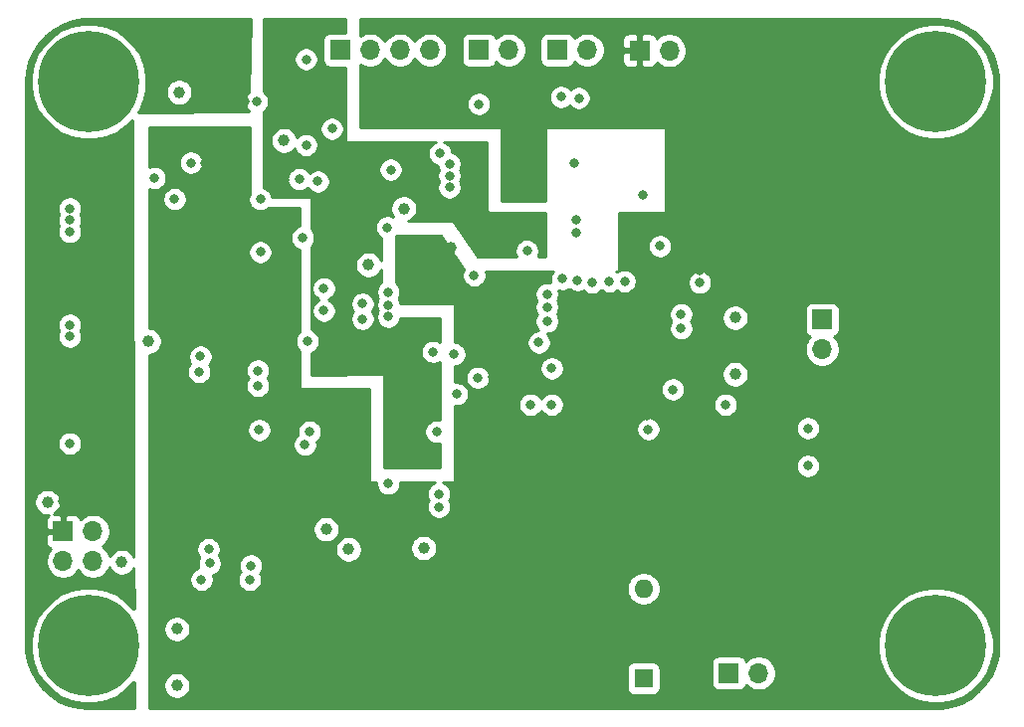
<source format=gbr>
G04 #@! TF.GenerationSoftware,KiCad,Pcbnew,(5.1.6)-1*
G04 #@! TF.CreationDate,2020-06-29T22:16:51+02:00*
G04 #@! TF.ProjectId,SensorArray,53656e73-6f72-4417-9272-61792e6b6963,rev?*
G04 #@! TF.SameCoordinates,Original*
G04 #@! TF.FileFunction,Copper,L3,Inr*
G04 #@! TF.FilePolarity,Positive*
%FSLAX46Y46*%
G04 Gerber Fmt 4.6, Leading zero omitted, Abs format (unit mm)*
G04 Created by KiCad (PCBNEW (5.1.6)-1) date 2020-06-29 22:16:51*
%MOMM*%
%LPD*%
G01*
G04 APERTURE LIST*
G04 #@! TA.AperFunction,ViaPad*
%ADD10C,0.900000*%
G04 #@! TD*
G04 #@! TA.AperFunction,ViaPad*
%ADD11C,8.600000*%
G04 #@! TD*
G04 #@! TA.AperFunction,ViaPad*
%ADD12R,1.700000X1.700000*%
G04 #@! TD*
G04 #@! TA.AperFunction,ViaPad*
%ADD13O,1.700000X1.700000*%
G04 #@! TD*
G04 #@! TA.AperFunction,ViaPad*
%ADD14R,1.600000X1.600000*%
G04 #@! TD*
G04 #@! TA.AperFunction,ViaPad*
%ADD15O,1.600000X1.600000*%
G04 #@! TD*
G04 #@! TA.AperFunction,ViaPad*
%ADD16C,1.000000*%
G04 #@! TD*
G04 #@! TA.AperFunction,ViaPad*
%ADD17C,0.800000*%
G04 #@! TD*
G04 #@! TA.AperFunction,Conductor*
%ADD18C,0.254000*%
G04 #@! TD*
G04 APERTURE END LIST*
D10*
X28280419Y-23719581D03*
X26000000Y-22775000D03*
X23719581Y-23719581D03*
X22775000Y-26000000D03*
X23719581Y-28280419D03*
X26000000Y-29225000D03*
X28280419Y-28280419D03*
X29225000Y-26000000D03*
D11*
X26000000Y-26000000D03*
X98075000Y-26000000D03*
D10*
X101300000Y-26000000D03*
X100355419Y-28280419D03*
X98075000Y-29225000D03*
X95794581Y-28280419D03*
X94850000Y-26000000D03*
X95794581Y-23719581D03*
X98075000Y-22775000D03*
X100355419Y-23719581D03*
X100355419Y-71719581D03*
X98075000Y-70775000D03*
X95794581Y-71719581D03*
X94850000Y-74000000D03*
X95794581Y-76280419D03*
X98075000Y-77225000D03*
X100355419Y-76280419D03*
X101300000Y-74000000D03*
D11*
X98075000Y-74000000D03*
X26000000Y-74000000D03*
D10*
X29225000Y-74000000D03*
X28280419Y-76280419D03*
X26000000Y-77225000D03*
X23719581Y-76280419D03*
X22775000Y-74000000D03*
X23719581Y-71719581D03*
X26000000Y-70775000D03*
X28280419Y-71719581D03*
D12*
X80475000Y-76350000D03*
D13*
X83015000Y-76350000D03*
D12*
X65875000Y-23300000D03*
D13*
X68415000Y-23300000D03*
X88400000Y-48790000D03*
D12*
X88400000Y-46250000D03*
X47400000Y-23300000D03*
D13*
X49940000Y-23300000D03*
X52480000Y-23300000D03*
X55020000Y-23300000D03*
D12*
X72860000Y-23350000D03*
D13*
X75400000Y-23350000D03*
X26365000Y-66825000D03*
X23825000Y-66825000D03*
X26365000Y-64285000D03*
D12*
X23825000Y-64285000D03*
D14*
X73200000Y-76800000D03*
D15*
X73200000Y-69180000D03*
D12*
X59200000Y-23300000D03*
D13*
X61740000Y-23300000D03*
D16*
X46100000Y-39600000D03*
X62400000Y-37700000D03*
X62400000Y-39000000D03*
X63700000Y-39100000D03*
X52250000Y-57600000D03*
D17*
X46000000Y-40700000D03*
D16*
X43200000Y-22000000D03*
X42900000Y-25100000D03*
X41700000Y-26500000D03*
D17*
X49400000Y-43600000D03*
D16*
X42600000Y-34350010D03*
D17*
X73150000Y-35650000D03*
X67350000Y-32900000D03*
D16*
X33700000Y-26900000D03*
X42600000Y-31000000D03*
X52800000Y-36800000D03*
D17*
X58800000Y-42500000D03*
X35600000Y-68400000D03*
D16*
X46200000Y-64100000D03*
X48100000Y-65800000D03*
D17*
X44800000Y-55800000D03*
X51500000Y-60200000D03*
X74600000Y-40000000D03*
X78000000Y-43100000D03*
X75700000Y-52200000D03*
X73600000Y-55600000D03*
X87200000Y-58700000D03*
X87200000Y-55500000D03*
X51400000Y-38400000D03*
X59100000Y-51200000D03*
X31599996Y-34200000D03*
X44600000Y-48100000D03*
D16*
X33500000Y-77400000D03*
X81000000Y-46100000D03*
X64300000Y-33900000D03*
X62000000Y-33900000D03*
X62000000Y-35600000D03*
D17*
X44300000Y-54400000D03*
D16*
X46150000Y-59250000D03*
D17*
X47850000Y-59300000D03*
X47700000Y-57400000D03*
X48750000Y-52900000D03*
X40300000Y-38000000D03*
D16*
X49900000Y-28250000D03*
X65650000Y-71650000D03*
X71400000Y-63650000D03*
D17*
X55200000Y-40500000D03*
D16*
X54750000Y-39650000D03*
X56850000Y-40150000D03*
D17*
X59800000Y-44550000D03*
X60900000Y-44550000D03*
X60400000Y-52050000D03*
D16*
X51100000Y-28250000D03*
D17*
X35900000Y-32900000D03*
D16*
X38200000Y-31000000D03*
X87300000Y-60600000D03*
X87300000Y-62300000D03*
X75800000Y-36500000D03*
X77200000Y-36500000D03*
X82500000Y-28900000D03*
X80200000Y-28900000D03*
X81300000Y-37300000D03*
X80200000Y-30700000D03*
X82500000Y-30700000D03*
X85800000Y-23700000D03*
X77100000Y-26500000D03*
X85800000Y-26600000D03*
D17*
X63300000Y-28800000D03*
X78000000Y-42100000D03*
X74600000Y-41400000D03*
X70700000Y-28800000D03*
X73500000Y-54400000D03*
X74500000Y-54400000D03*
X60400000Y-51150010D03*
X21500000Y-55300000D03*
D16*
X23900000Y-61700000D03*
X39200000Y-27700000D03*
D17*
X38200000Y-26600000D03*
D16*
X37600000Y-25700000D03*
X35700000Y-26700000D03*
D17*
X21500000Y-56300000D03*
D16*
X28900000Y-69000000D03*
X37600000Y-24200000D03*
X81000000Y-50900000D03*
D17*
X49300000Y-46200000D03*
D16*
X54500000Y-65700000D03*
D17*
X33300000Y-36000000D03*
X44500000Y-31400000D03*
X45500000Y-34500000D03*
X46700000Y-30000000D03*
X40600000Y-36000000D03*
D16*
X49800000Y-41600000D03*
D17*
X49300000Y-44900000D03*
X46000000Y-43600000D03*
X67500000Y-38900000D03*
X67500000Y-37800000D03*
X40300000Y-27700000D03*
X44500000Y-24100000D03*
X24400000Y-36800000D03*
D16*
X28800000Y-66900000D03*
D17*
X24400000Y-56800000D03*
D16*
X33500000Y-72600000D03*
D17*
X55600000Y-55800000D03*
X57300000Y-52600000D03*
X63600000Y-53500000D03*
X43900000Y-34300000D03*
X46000000Y-45500000D03*
X59200000Y-27900000D03*
X63300000Y-40400000D03*
X71600000Y-43000000D03*
X80200000Y-53500000D03*
X76400000Y-47000000D03*
X67700000Y-27400000D03*
X76400000Y-45800000D03*
X66200000Y-27300000D03*
X65000000Y-44100000D03*
X51500000Y-46000000D03*
X56700000Y-33000000D03*
X65000000Y-45200000D03*
X51500000Y-45000000D03*
X56700000Y-35000000D03*
X55800000Y-62200000D03*
X65000000Y-46400000D03*
X51500000Y-43900000D03*
X56700000Y-34000000D03*
X55800000Y-61100000D03*
X24400000Y-47700000D03*
X40500000Y-55650000D03*
X24400000Y-46700000D03*
X44400000Y-56900000D03*
X24400000Y-38800000D03*
X44200000Y-39300000D03*
X40600000Y-40500000D03*
X24400000Y-37800000D03*
D16*
X31100000Y-48100000D03*
X22500000Y-61800000D03*
D17*
X51700000Y-33500000D03*
X34700000Y-32900000D03*
X70300000Y-43000000D03*
X36200000Y-65800000D03*
X36300000Y-67000000D03*
X68834346Y-43073671D03*
X39800000Y-67200000D03*
X67600000Y-42900000D03*
X39700000Y-68400000D03*
X66306104Y-42789565D03*
X35500000Y-49400000D03*
X55300000Y-49000000D03*
X57100000Y-49200000D03*
X35400000Y-50700000D03*
X65400000Y-50400000D03*
X40400000Y-50600000D03*
X65400000Y-53500000D03*
X40400000Y-51900000D03*
X64300000Y-48200000D03*
X55900000Y-32100000D03*
D18*
G36*
X98946797Y-20733902D02*
G01*
X99795182Y-20947001D01*
X100597371Y-21295803D01*
X101331818Y-21770938D01*
X101978798Y-22359646D01*
X102520946Y-23046125D01*
X102943692Y-23811928D01*
X103235684Y-24636491D01*
X103391116Y-25509076D01*
X103415000Y-26015547D01*
X103415001Y-73972899D01*
X103341098Y-74871802D01*
X103127999Y-75720180D01*
X102779197Y-76522371D01*
X102304062Y-77256818D01*
X101715354Y-77903799D01*
X101028875Y-78445946D01*
X100263076Y-78868691D01*
X99438514Y-79160683D01*
X98565925Y-79316116D01*
X98059453Y-79340000D01*
X31127000Y-79340000D01*
X31127000Y-77288212D01*
X32365000Y-77288212D01*
X32365000Y-77511788D01*
X32408617Y-77731067D01*
X32494176Y-77937624D01*
X32618388Y-78123520D01*
X32776480Y-78281612D01*
X32962376Y-78405824D01*
X33168933Y-78491383D01*
X33388212Y-78535000D01*
X33611788Y-78535000D01*
X33831067Y-78491383D01*
X34037624Y-78405824D01*
X34223520Y-78281612D01*
X34381612Y-78123520D01*
X34505824Y-77937624D01*
X34591383Y-77731067D01*
X34635000Y-77511788D01*
X34635000Y-77288212D01*
X34591383Y-77068933D01*
X34505824Y-76862376D01*
X34381612Y-76676480D01*
X34223520Y-76518388D01*
X34037624Y-76394176D01*
X33831067Y-76308617D01*
X33611788Y-76265000D01*
X33388212Y-76265000D01*
X33168933Y-76308617D01*
X32962376Y-76394176D01*
X32776480Y-76518388D01*
X32618388Y-76676480D01*
X32494176Y-76862376D01*
X32408617Y-77068933D01*
X32365000Y-77288212D01*
X31127000Y-77288212D01*
X31127000Y-76000000D01*
X71761928Y-76000000D01*
X71761928Y-77600000D01*
X71774188Y-77724482D01*
X71810498Y-77844180D01*
X71869463Y-77954494D01*
X71948815Y-78051185D01*
X72045506Y-78130537D01*
X72155820Y-78189502D01*
X72275518Y-78225812D01*
X72400000Y-78238072D01*
X74000000Y-78238072D01*
X74124482Y-78225812D01*
X74244180Y-78189502D01*
X74354494Y-78130537D01*
X74451185Y-78051185D01*
X74530537Y-77954494D01*
X74589502Y-77844180D01*
X74625812Y-77724482D01*
X74638072Y-77600000D01*
X74638072Y-76000000D01*
X74625812Y-75875518D01*
X74589502Y-75755820D01*
X74530537Y-75645506D01*
X74451185Y-75548815D01*
X74391704Y-75500000D01*
X78986928Y-75500000D01*
X78986928Y-77200000D01*
X78999188Y-77324482D01*
X79035498Y-77444180D01*
X79094463Y-77554494D01*
X79173815Y-77651185D01*
X79270506Y-77730537D01*
X79380820Y-77789502D01*
X79500518Y-77825812D01*
X79625000Y-77838072D01*
X81325000Y-77838072D01*
X81449482Y-77825812D01*
X81569180Y-77789502D01*
X81679494Y-77730537D01*
X81776185Y-77651185D01*
X81855537Y-77554494D01*
X81914502Y-77444180D01*
X81936513Y-77371620D01*
X82068368Y-77503475D01*
X82311589Y-77665990D01*
X82581842Y-77777932D01*
X82868740Y-77835000D01*
X83161260Y-77835000D01*
X83448158Y-77777932D01*
X83718411Y-77665990D01*
X83961632Y-77503475D01*
X84168475Y-77296632D01*
X84330990Y-77053411D01*
X84442932Y-76783158D01*
X84500000Y-76496260D01*
X84500000Y-76203740D01*
X84442932Y-75916842D01*
X84330990Y-75646589D01*
X84168475Y-75403368D01*
X83961632Y-75196525D01*
X83718411Y-75034010D01*
X83448158Y-74922068D01*
X83161260Y-74865000D01*
X82868740Y-74865000D01*
X82581842Y-74922068D01*
X82311589Y-75034010D01*
X82068368Y-75196525D01*
X81936513Y-75328380D01*
X81914502Y-75255820D01*
X81855537Y-75145506D01*
X81776185Y-75048815D01*
X81679494Y-74969463D01*
X81569180Y-74910498D01*
X81449482Y-74874188D01*
X81325000Y-74861928D01*
X79625000Y-74861928D01*
X79500518Y-74874188D01*
X79380820Y-74910498D01*
X79270506Y-74969463D01*
X79173815Y-75048815D01*
X79094463Y-75145506D01*
X79035498Y-75255820D01*
X78999188Y-75375518D01*
X78986928Y-75500000D01*
X74391704Y-75500000D01*
X74354494Y-75469463D01*
X74244180Y-75410498D01*
X74124482Y-75374188D01*
X74000000Y-75361928D01*
X72400000Y-75361928D01*
X72275518Y-75374188D01*
X72155820Y-75410498D01*
X72045506Y-75469463D01*
X71948815Y-75548815D01*
X71869463Y-75645506D01*
X71810498Y-75755820D01*
X71774188Y-75875518D01*
X71761928Y-76000000D01*
X31127000Y-76000000D01*
X31127000Y-72488212D01*
X32365000Y-72488212D01*
X32365000Y-72711788D01*
X32408617Y-72931067D01*
X32494176Y-73137624D01*
X32618388Y-73323520D01*
X32776480Y-73481612D01*
X32962376Y-73605824D01*
X33168933Y-73691383D01*
X33388212Y-73735000D01*
X33611788Y-73735000D01*
X33831067Y-73691383D01*
X34037624Y-73605824D01*
X34175130Y-73513945D01*
X93140000Y-73513945D01*
X93140000Y-74486055D01*
X93329650Y-75439486D01*
X93701660Y-76337599D01*
X94241735Y-77145879D01*
X94929121Y-77833265D01*
X95737401Y-78373340D01*
X96635514Y-78745350D01*
X97588945Y-78935000D01*
X98561055Y-78935000D01*
X99514486Y-78745350D01*
X100412599Y-78373340D01*
X101220879Y-77833265D01*
X101908265Y-77145879D01*
X102448340Y-76337599D01*
X102820350Y-75439486D01*
X103010000Y-74486055D01*
X103010000Y-73513945D01*
X102820350Y-72560514D01*
X102448340Y-71662401D01*
X101908265Y-70854121D01*
X101220879Y-70166735D01*
X100412599Y-69626660D01*
X99514486Y-69254650D01*
X98561055Y-69065000D01*
X97588945Y-69065000D01*
X96635514Y-69254650D01*
X95737401Y-69626660D01*
X94929121Y-70166735D01*
X94241735Y-70854121D01*
X93701660Y-71662401D01*
X93329650Y-72560514D01*
X93140000Y-73513945D01*
X34175130Y-73513945D01*
X34223520Y-73481612D01*
X34381612Y-73323520D01*
X34505824Y-73137624D01*
X34591383Y-72931067D01*
X34635000Y-72711788D01*
X34635000Y-72488212D01*
X34591383Y-72268933D01*
X34505824Y-72062376D01*
X34381612Y-71876480D01*
X34223520Y-71718388D01*
X34037624Y-71594176D01*
X33831067Y-71508617D01*
X33611788Y-71465000D01*
X33388212Y-71465000D01*
X33168933Y-71508617D01*
X32962376Y-71594176D01*
X32776480Y-71718388D01*
X32618388Y-71876480D01*
X32494176Y-72062376D01*
X32408617Y-72268933D01*
X32365000Y-72488212D01*
X31127000Y-72488212D01*
X31127000Y-68298061D01*
X34565000Y-68298061D01*
X34565000Y-68501939D01*
X34604774Y-68701898D01*
X34682795Y-68890256D01*
X34796063Y-69059774D01*
X34940226Y-69203937D01*
X35109744Y-69317205D01*
X35298102Y-69395226D01*
X35498061Y-69435000D01*
X35701939Y-69435000D01*
X35901898Y-69395226D01*
X36090256Y-69317205D01*
X36259774Y-69203937D01*
X36403937Y-69059774D01*
X36517205Y-68890256D01*
X36595226Y-68701898D01*
X36635000Y-68501939D01*
X36635000Y-68298061D01*
X38665000Y-68298061D01*
X38665000Y-68501939D01*
X38704774Y-68701898D01*
X38782795Y-68890256D01*
X38896063Y-69059774D01*
X39040226Y-69203937D01*
X39209744Y-69317205D01*
X39398102Y-69395226D01*
X39598061Y-69435000D01*
X39801939Y-69435000D01*
X40001898Y-69395226D01*
X40190256Y-69317205D01*
X40359774Y-69203937D01*
X40503937Y-69059774D01*
X40518041Y-69038665D01*
X71765000Y-69038665D01*
X71765000Y-69321335D01*
X71820147Y-69598574D01*
X71928320Y-69859727D01*
X72085363Y-70094759D01*
X72285241Y-70294637D01*
X72520273Y-70451680D01*
X72781426Y-70559853D01*
X73058665Y-70615000D01*
X73341335Y-70615000D01*
X73618574Y-70559853D01*
X73879727Y-70451680D01*
X74114759Y-70294637D01*
X74314637Y-70094759D01*
X74471680Y-69859727D01*
X74579853Y-69598574D01*
X74635000Y-69321335D01*
X74635000Y-69038665D01*
X74579853Y-68761426D01*
X74471680Y-68500273D01*
X74314637Y-68265241D01*
X74114759Y-68065363D01*
X73879727Y-67908320D01*
X73618574Y-67800147D01*
X73341335Y-67745000D01*
X73058665Y-67745000D01*
X72781426Y-67800147D01*
X72520273Y-67908320D01*
X72285241Y-68065363D01*
X72085363Y-68265241D01*
X71928320Y-68500273D01*
X71820147Y-68761426D01*
X71765000Y-69038665D01*
X40518041Y-69038665D01*
X40617205Y-68890256D01*
X40695226Y-68701898D01*
X40735000Y-68501939D01*
X40735000Y-68298061D01*
X40695226Y-68098102D01*
X40617205Y-67909744D01*
X40591875Y-67871836D01*
X40603937Y-67859774D01*
X40717205Y-67690256D01*
X40795226Y-67501898D01*
X40835000Y-67301939D01*
X40835000Y-67098061D01*
X40795226Y-66898102D01*
X40717205Y-66709744D01*
X40603937Y-66540226D01*
X40459774Y-66396063D01*
X40290256Y-66282795D01*
X40101898Y-66204774D01*
X39901939Y-66165000D01*
X39698061Y-66165000D01*
X39498102Y-66204774D01*
X39309744Y-66282795D01*
X39140226Y-66396063D01*
X38996063Y-66540226D01*
X38882795Y-66709744D01*
X38804774Y-66898102D01*
X38765000Y-67098061D01*
X38765000Y-67301939D01*
X38804774Y-67501898D01*
X38882795Y-67690256D01*
X38908125Y-67728164D01*
X38896063Y-67740226D01*
X38782795Y-67909744D01*
X38704774Y-68098102D01*
X38665000Y-68298061D01*
X36635000Y-68298061D01*
X36595226Y-68098102D01*
X36556365Y-68004283D01*
X36601898Y-67995226D01*
X36790256Y-67917205D01*
X36959774Y-67803937D01*
X37103937Y-67659774D01*
X37217205Y-67490256D01*
X37295226Y-67301898D01*
X37335000Y-67101939D01*
X37335000Y-66898061D01*
X37295226Y-66698102D01*
X37217205Y-66509744D01*
X37103937Y-66340226D01*
X37091875Y-66328164D01*
X37117205Y-66290256D01*
X37195226Y-66101898D01*
X37235000Y-65901939D01*
X37235000Y-65698061D01*
X37233041Y-65688212D01*
X46965000Y-65688212D01*
X46965000Y-65911788D01*
X47008617Y-66131067D01*
X47094176Y-66337624D01*
X47218388Y-66523520D01*
X47376480Y-66681612D01*
X47562376Y-66805824D01*
X47768933Y-66891383D01*
X47988212Y-66935000D01*
X48211788Y-66935000D01*
X48431067Y-66891383D01*
X48637624Y-66805824D01*
X48823520Y-66681612D01*
X48981612Y-66523520D01*
X49105824Y-66337624D01*
X49191383Y-66131067D01*
X49235000Y-65911788D01*
X49235000Y-65688212D01*
X49215109Y-65588212D01*
X53365000Y-65588212D01*
X53365000Y-65811788D01*
X53408617Y-66031067D01*
X53494176Y-66237624D01*
X53618388Y-66423520D01*
X53776480Y-66581612D01*
X53962376Y-66705824D01*
X54168933Y-66791383D01*
X54388212Y-66835000D01*
X54611788Y-66835000D01*
X54831067Y-66791383D01*
X55037624Y-66705824D01*
X55223520Y-66581612D01*
X55381612Y-66423520D01*
X55505824Y-66237624D01*
X55591383Y-66031067D01*
X55635000Y-65811788D01*
X55635000Y-65588212D01*
X55591383Y-65368933D01*
X55505824Y-65162376D01*
X55381612Y-64976480D01*
X55223520Y-64818388D01*
X55037624Y-64694176D01*
X54831067Y-64608617D01*
X54611788Y-64565000D01*
X54388212Y-64565000D01*
X54168933Y-64608617D01*
X53962376Y-64694176D01*
X53776480Y-64818388D01*
X53618388Y-64976480D01*
X53494176Y-65162376D01*
X53408617Y-65368933D01*
X53365000Y-65588212D01*
X49215109Y-65588212D01*
X49191383Y-65468933D01*
X49105824Y-65262376D01*
X48981612Y-65076480D01*
X48823520Y-64918388D01*
X48637624Y-64794176D01*
X48431067Y-64708617D01*
X48211788Y-64665000D01*
X47988212Y-64665000D01*
X47768933Y-64708617D01*
X47562376Y-64794176D01*
X47376480Y-64918388D01*
X47218388Y-65076480D01*
X47094176Y-65262376D01*
X47008617Y-65468933D01*
X46965000Y-65688212D01*
X37233041Y-65688212D01*
X37195226Y-65498102D01*
X37117205Y-65309744D01*
X37003937Y-65140226D01*
X36859774Y-64996063D01*
X36690256Y-64882795D01*
X36501898Y-64804774D01*
X36301939Y-64765000D01*
X36098061Y-64765000D01*
X35898102Y-64804774D01*
X35709744Y-64882795D01*
X35540226Y-64996063D01*
X35396063Y-65140226D01*
X35282795Y-65309744D01*
X35204774Y-65498102D01*
X35165000Y-65698061D01*
X35165000Y-65901939D01*
X35204774Y-66101898D01*
X35282795Y-66290256D01*
X35396063Y-66459774D01*
X35408125Y-66471836D01*
X35382795Y-66509744D01*
X35304774Y-66698102D01*
X35265000Y-66898061D01*
X35265000Y-67101939D01*
X35304774Y-67301898D01*
X35343635Y-67395717D01*
X35298102Y-67404774D01*
X35109744Y-67482795D01*
X34940226Y-67596063D01*
X34796063Y-67740226D01*
X34682795Y-67909744D01*
X34604774Y-68098102D01*
X34565000Y-68298061D01*
X31127000Y-68298061D01*
X31127000Y-63988212D01*
X45065000Y-63988212D01*
X45065000Y-64211788D01*
X45108617Y-64431067D01*
X45194176Y-64637624D01*
X45318388Y-64823520D01*
X45476480Y-64981612D01*
X45662376Y-65105824D01*
X45868933Y-65191383D01*
X46088212Y-65235000D01*
X46311788Y-65235000D01*
X46531067Y-65191383D01*
X46737624Y-65105824D01*
X46923520Y-64981612D01*
X47081612Y-64823520D01*
X47205824Y-64637624D01*
X47291383Y-64431067D01*
X47335000Y-64211788D01*
X47335000Y-63988212D01*
X47291383Y-63768933D01*
X47205824Y-63562376D01*
X47081612Y-63376480D01*
X46923520Y-63218388D01*
X46737624Y-63094176D01*
X46531067Y-63008617D01*
X46311788Y-62965000D01*
X46088212Y-62965000D01*
X45868933Y-63008617D01*
X45662376Y-63094176D01*
X45476480Y-63218388D01*
X45318388Y-63376480D01*
X45194176Y-63562376D01*
X45108617Y-63768933D01*
X45065000Y-63988212D01*
X31127000Y-63988212D01*
X31127000Y-56798061D01*
X43365000Y-56798061D01*
X43365000Y-57001939D01*
X43404774Y-57201898D01*
X43482795Y-57390256D01*
X43596063Y-57559774D01*
X43740226Y-57703937D01*
X43909744Y-57817205D01*
X44098102Y-57895226D01*
X44298061Y-57935000D01*
X44501939Y-57935000D01*
X44701898Y-57895226D01*
X44890256Y-57817205D01*
X45059774Y-57703937D01*
X45203937Y-57559774D01*
X45317205Y-57390256D01*
X45395226Y-57201898D01*
X45435000Y-57001939D01*
X45435000Y-56798061D01*
X45403823Y-56641322D01*
X45459774Y-56603937D01*
X45603937Y-56459774D01*
X45717205Y-56290256D01*
X45795226Y-56101898D01*
X45835000Y-55901939D01*
X45835000Y-55698061D01*
X45795226Y-55498102D01*
X45717205Y-55309744D01*
X45603937Y-55140226D01*
X45459774Y-54996063D01*
X45290256Y-54882795D01*
X45101898Y-54804774D01*
X44901939Y-54765000D01*
X44698061Y-54765000D01*
X44498102Y-54804774D01*
X44309744Y-54882795D01*
X44140226Y-54996063D01*
X43996063Y-55140226D01*
X43882795Y-55309744D01*
X43804774Y-55498102D01*
X43765000Y-55698061D01*
X43765000Y-55901939D01*
X43796177Y-56058678D01*
X43740226Y-56096063D01*
X43596063Y-56240226D01*
X43482795Y-56409744D01*
X43404774Y-56598102D01*
X43365000Y-56798061D01*
X31127000Y-56798061D01*
X31127000Y-55548061D01*
X39465000Y-55548061D01*
X39465000Y-55751939D01*
X39504774Y-55951898D01*
X39582795Y-56140256D01*
X39696063Y-56309774D01*
X39840226Y-56453937D01*
X40009744Y-56567205D01*
X40198102Y-56645226D01*
X40398061Y-56685000D01*
X40601939Y-56685000D01*
X40801898Y-56645226D01*
X40990256Y-56567205D01*
X41159774Y-56453937D01*
X41303937Y-56309774D01*
X41417205Y-56140256D01*
X41495226Y-55951898D01*
X41535000Y-55751939D01*
X41535000Y-55548061D01*
X41495226Y-55348102D01*
X41417205Y-55159744D01*
X41303937Y-54990226D01*
X41159774Y-54846063D01*
X40990256Y-54732795D01*
X40801898Y-54654774D01*
X40601939Y-54615000D01*
X40398061Y-54615000D01*
X40198102Y-54654774D01*
X40009744Y-54732795D01*
X39840226Y-54846063D01*
X39696063Y-54990226D01*
X39582795Y-55159744D01*
X39504774Y-55348102D01*
X39465000Y-55548061D01*
X31127000Y-55548061D01*
X31127000Y-50598061D01*
X34365000Y-50598061D01*
X34365000Y-50801939D01*
X34404774Y-51001898D01*
X34482795Y-51190256D01*
X34596063Y-51359774D01*
X34740226Y-51503937D01*
X34909744Y-51617205D01*
X35098102Y-51695226D01*
X35298061Y-51735000D01*
X35501939Y-51735000D01*
X35701898Y-51695226D01*
X35890256Y-51617205D01*
X36059774Y-51503937D01*
X36203937Y-51359774D01*
X36317205Y-51190256D01*
X36395226Y-51001898D01*
X36435000Y-50801939D01*
X36435000Y-50598061D01*
X36415109Y-50498061D01*
X39365000Y-50498061D01*
X39365000Y-50701939D01*
X39404774Y-50901898D01*
X39482795Y-51090256D01*
X39589532Y-51250000D01*
X39482795Y-51409744D01*
X39404774Y-51598102D01*
X39365000Y-51798061D01*
X39365000Y-52001939D01*
X39404774Y-52201898D01*
X39482795Y-52390256D01*
X39596063Y-52559774D01*
X39740226Y-52703937D01*
X39909744Y-52817205D01*
X40098102Y-52895226D01*
X40298061Y-52935000D01*
X40501939Y-52935000D01*
X40701898Y-52895226D01*
X40890256Y-52817205D01*
X41059774Y-52703937D01*
X41203937Y-52559774D01*
X41317205Y-52390256D01*
X41395226Y-52201898D01*
X41435000Y-52001939D01*
X41435000Y-51798061D01*
X41395226Y-51598102D01*
X41317205Y-51409744D01*
X41210468Y-51250000D01*
X41317205Y-51090256D01*
X41395226Y-50901898D01*
X41435000Y-50701939D01*
X41435000Y-50498061D01*
X41395226Y-50298102D01*
X41317205Y-50109744D01*
X41203937Y-49940226D01*
X41059774Y-49796063D01*
X40890256Y-49682795D01*
X40701898Y-49604774D01*
X40501939Y-49565000D01*
X40298061Y-49565000D01*
X40098102Y-49604774D01*
X39909744Y-49682795D01*
X39740226Y-49796063D01*
X39596063Y-49940226D01*
X39482795Y-50109744D01*
X39404774Y-50298102D01*
X39365000Y-50498061D01*
X36415109Y-50498061D01*
X36395226Y-50398102D01*
X36317205Y-50209744D01*
X36251821Y-50111890D01*
X36303937Y-50059774D01*
X36417205Y-49890256D01*
X36495226Y-49701898D01*
X36535000Y-49501939D01*
X36535000Y-49298061D01*
X36495226Y-49098102D01*
X36417205Y-48909744D01*
X36303937Y-48740226D01*
X36159774Y-48596063D01*
X35990256Y-48482795D01*
X35801898Y-48404774D01*
X35601939Y-48365000D01*
X35398061Y-48365000D01*
X35198102Y-48404774D01*
X35009744Y-48482795D01*
X34840226Y-48596063D01*
X34696063Y-48740226D01*
X34582795Y-48909744D01*
X34504774Y-49098102D01*
X34465000Y-49298061D01*
X34465000Y-49501939D01*
X34504774Y-49701898D01*
X34582795Y-49890256D01*
X34648179Y-49988110D01*
X34596063Y-50040226D01*
X34482795Y-50209744D01*
X34404774Y-50398102D01*
X34365000Y-50598061D01*
X31127000Y-50598061D01*
X31127000Y-49235000D01*
X31211788Y-49235000D01*
X31431067Y-49191383D01*
X31637624Y-49105824D01*
X31823520Y-48981612D01*
X31981612Y-48823520D01*
X32105824Y-48637624D01*
X32191383Y-48431067D01*
X32235000Y-48211788D01*
X32235000Y-47988212D01*
X32191383Y-47768933D01*
X32105824Y-47562376D01*
X31981612Y-47376480D01*
X31823520Y-47218388D01*
X31637624Y-47094176D01*
X31431067Y-47008617D01*
X31211788Y-46965000D01*
X31127000Y-46965000D01*
X31127000Y-40398061D01*
X39565000Y-40398061D01*
X39565000Y-40601939D01*
X39604774Y-40801898D01*
X39682795Y-40990256D01*
X39796063Y-41159774D01*
X39940226Y-41303937D01*
X40109744Y-41417205D01*
X40298102Y-41495226D01*
X40498061Y-41535000D01*
X40701939Y-41535000D01*
X40901898Y-41495226D01*
X41090256Y-41417205D01*
X41259774Y-41303937D01*
X41403937Y-41159774D01*
X41517205Y-40990256D01*
X41595226Y-40801898D01*
X41635000Y-40601939D01*
X41635000Y-40398061D01*
X41595226Y-40198102D01*
X41517205Y-40009744D01*
X41403937Y-39840226D01*
X41259774Y-39696063D01*
X41090256Y-39582795D01*
X40901898Y-39504774D01*
X40701939Y-39465000D01*
X40498061Y-39465000D01*
X40298102Y-39504774D01*
X40109744Y-39582795D01*
X39940226Y-39696063D01*
X39796063Y-39840226D01*
X39682795Y-40009744D01*
X39604774Y-40198102D01*
X39565000Y-40398061D01*
X31127000Y-40398061D01*
X31127000Y-35898061D01*
X32265000Y-35898061D01*
X32265000Y-36101939D01*
X32304774Y-36301898D01*
X32382795Y-36490256D01*
X32496063Y-36659774D01*
X32640226Y-36803937D01*
X32809744Y-36917205D01*
X32998102Y-36995226D01*
X33198061Y-37035000D01*
X33401939Y-37035000D01*
X33601898Y-36995226D01*
X33790256Y-36917205D01*
X33959774Y-36803937D01*
X34103937Y-36659774D01*
X34217205Y-36490256D01*
X34295226Y-36301898D01*
X34335000Y-36101939D01*
X34335000Y-35898061D01*
X34295226Y-35698102D01*
X34217205Y-35509744D01*
X34103937Y-35340226D01*
X33959774Y-35196063D01*
X33790256Y-35082795D01*
X33601898Y-35004774D01*
X33401939Y-34965000D01*
X33198061Y-34965000D01*
X32998102Y-35004774D01*
X32809744Y-35082795D01*
X32640226Y-35196063D01*
X32496063Y-35340226D01*
X32382795Y-35509744D01*
X32304774Y-35698102D01*
X32265000Y-35898061D01*
X31127000Y-35898061D01*
X31127000Y-35124354D01*
X31298098Y-35195226D01*
X31498057Y-35235000D01*
X31701935Y-35235000D01*
X31901894Y-35195226D01*
X32090252Y-35117205D01*
X32259770Y-35003937D01*
X32403933Y-34859774D01*
X32517201Y-34690256D01*
X32595222Y-34501898D01*
X32634996Y-34301939D01*
X32634996Y-34098061D01*
X32595222Y-33898102D01*
X32517201Y-33709744D01*
X32403933Y-33540226D01*
X32259770Y-33396063D01*
X32090252Y-33282795D01*
X31901894Y-33204774D01*
X31701935Y-33165000D01*
X31498057Y-33165000D01*
X31298098Y-33204774D01*
X31127000Y-33275646D01*
X31127000Y-32798061D01*
X33665000Y-32798061D01*
X33665000Y-33001939D01*
X33704774Y-33201898D01*
X33782795Y-33390256D01*
X33896063Y-33559774D01*
X34040226Y-33703937D01*
X34209744Y-33817205D01*
X34398102Y-33895226D01*
X34598061Y-33935000D01*
X34801939Y-33935000D01*
X35001898Y-33895226D01*
X35190256Y-33817205D01*
X35359774Y-33703937D01*
X35503937Y-33559774D01*
X35617205Y-33390256D01*
X35695226Y-33201898D01*
X35735000Y-33001939D01*
X35735000Y-32798061D01*
X35695226Y-32598102D01*
X35617205Y-32409744D01*
X35503937Y-32240226D01*
X35359774Y-32096063D01*
X35190256Y-31982795D01*
X35001898Y-31904774D01*
X34801939Y-31865000D01*
X34598061Y-31865000D01*
X34398102Y-31904774D01*
X34209744Y-31982795D01*
X34040226Y-32096063D01*
X33896063Y-32240226D01*
X33782795Y-32409744D01*
X33704774Y-32598102D01*
X33665000Y-32798061D01*
X31127000Y-32798061D01*
X31127000Y-29927000D01*
X39673000Y-29927000D01*
X39673000Y-35533391D01*
X39604774Y-35698102D01*
X39565000Y-35898061D01*
X39565000Y-36101939D01*
X39604774Y-36301898D01*
X39673000Y-36466609D01*
X39673000Y-36600000D01*
X39675440Y-36624776D01*
X39682667Y-36648601D01*
X39694403Y-36670557D01*
X39710197Y-36689803D01*
X39729443Y-36705597D01*
X39751399Y-36717333D01*
X39775224Y-36724560D01*
X39800000Y-36727000D01*
X39863289Y-36727000D01*
X39940226Y-36803937D01*
X40109744Y-36917205D01*
X40298102Y-36995226D01*
X40498061Y-37035000D01*
X40701939Y-37035000D01*
X40901898Y-36995226D01*
X41090256Y-36917205D01*
X41259774Y-36803937D01*
X41336711Y-36727000D01*
X43973000Y-36727000D01*
X43973000Y-38289876D01*
X43898102Y-38304774D01*
X43709744Y-38382795D01*
X43540226Y-38496063D01*
X43396063Y-38640226D01*
X43282795Y-38809744D01*
X43204774Y-38998102D01*
X43165000Y-39198061D01*
X43165000Y-39401939D01*
X43204774Y-39601898D01*
X43282795Y-39790256D01*
X43396063Y-39959774D01*
X43540226Y-40103937D01*
X43709744Y-40217205D01*
X43898102Y-40295226D01*
X43973000Y-40310124D01*
X43973000Y-47274164D01*
X43940226Y-47296063D01*
X43796063Y-47440226D01*
X43682795Y-47609744D01*
X43604774Y-47798102D01*
X43565000Y-47998061D01*
X43565000Y-48201939D01*
X43604774Y-48401898D01*
X43682795Y-48590256D01*
X43796063Y-48759774D01*
X43940226Y-48903937D01*
X43973000Y-48925836D01*
X43973000Y-52000000D01*
X43975440Y-52024776D01*
X43982667Y-52048601D01*
X43994403Y-52070557D01*
X44010197Y-52089803D01*
X44029443Y-52105597D01*
X44051399Y-52117333D01*
X44075224Y-52124560D01*
X44100000Y-52127000D01*
X49873000Y-52127000D01*
X49873000Y-60000000D01*
X49875440Y-60024776D01*
X49882667Y-60048601D01*
X49894403Y-60070557D01*
X49910197Y-60089803D01*
X49929443Y-60105597D01*
X49951399Y-60117333D01*
X49975224Y-60124560D01*
X50000000Y-60127000D01*
X50465000Y-60127000D01*
X50465000Y-60301939D01*
X50504774Y-60501898D01*
X50582795Y-60690256D01*
X50696063Y-60859774D01*
X50840226Y-61003937D01*
X51009744Y-61117205D01*
X51198102Y-61195226D01*
X51398061Y-61235000D01*
X51601939Y-61235000D01*
X51801898Y-61195226D01*
X51990256Y-61117205D01*
X52159774Y-61003937D01*
X52303937Y-60859774D01*
X52417205Y-60690256D01*
X52495226Y-60501898D01*
X52535000Y-60301939D01*
X52535000Y-60127000D01*
X55444444Y-60127000D01*
X55309744Y-60182795D01*
X55140226Y-60296063D01*
X54996063Y-60440226D01*
X54882795Y-60609744D01*
X54804774Y-60798102D01*
X54765000Y-60998061D01*
X54765000Y-61201939D01*
X54804774Y-61401898D01*
X54882795Y-61590256D01*
X54922715Y-61650000D01*
X54882795Y-61709744D01*
X54804774Y-61898102D01*
X54765000Y-62098061D01*
X54765000Y-62301939D01*
X54804774Y-62501898D01*
X54882795Y-62690256D01*
X54996063Y-62859774D01*
X55140226Y-63003937D01*
X55309744Y-63117205D01*
X55498102Y-63195226D01*
X55698061Y-63235000D01*
X55901939Y-63235000D01*
X56101898Y-63195226D01*
X56290256Y-63117205D01*
X56459774Y-63003937D01*
X56603937Y-62859774D01*
X56717205Y-62690256D01*
X56795226Y-62501898D01*
X56835000Y-62301939D01*
X56835000Y-62098061D01*
X56795226Y-61898102D01*
X56717205Y-61709744D01*
X56677285Y-61650000D01*
X56717205Y-61590256D01*
X56795226Y-61401898D01*
X56835000Y-61201939D01*
X56835000Y-60998061D01*
X56795226Y-60798102D01*
X56717205Y-60609744D01*
X56603937Y-60440226D01*
X56459774Y-60296063D01*
X56290256Y-60182795D01*
X56155556Y-60127000D01*
X57000000Y-60127000D01*
X57024776Y-60124560D01*
X57048601Y-60117333D01*
X57070557Y-60105597D01*
X57089803Y-60089803D01*
X57105597Y-60070557D01*
X57117333Y-60048601D01*
X57124560Y-60024776D01*
X57127000Y-60000000D01*
X57127000Y-58598061D01*
X86165000Y-58598061D01*
X86165000Y-58801939D01*
X86204774Y-59001898D01*
X86282795Y-59190256D01*
X86396063Y-59359774D01*
X86540226Y-59503937D01*
X86709744Y-59617205D01*
X86898102Y-59695226D01*
X87098061Y-59735000D01*
X87301939Y-59735000D01*
X87501898Y-59695226D01*
X87690256Y-59617205D01*
X87859774Y-59503937D01*
X88003937Y-59359774D01*
X88117205Y-59190256D01*
X88195226Y-59001898D01*
X88235000Y-58801939D01*
X88235000Y-58598061D01*
X88195226Y-58398102D01*
X88117205Y-58209744D01*
X88003937Y-58040226D01*
X87859774Y-57896063D01*
X87690256Y-57782795D01*
X87501898Y-57704774D01*
X87301939Y-57665000D01*
X87098061Y-57665000D01*
X86898102Y-57704774D01*
X86709744Y-57782795D01*
X86540226Y-57896063D01*
X86396063Y-58040226D01*
X86282795Y-58209744D01*
X86204774Y-58398102D01*
X86165000Y-58598061D01*
X57127000Y-58598061D01*
X57127000Y-55498061D01*
X72565000Y-55498061D01*
X72565000Y-55701939D01*
X72604774Y-55901898D01*
X72682795Y-56090256D01*
X72796063Y-56259774D01*
X72940226Y-56403937D01*
X73109744Y-56517205D01*
X73298102Y-56595226D01*
X73498061Y-56635000D01*
X73701939Y-56635000D01*
X73901898Y-56595226D01*
X74090256Y-56517205D01*
X74259774Y-56403937D01*
X74403937Y-56259774D01*
X74517205Y-56090256D01*
X74595226Y-55901898D01*
X74635000Y-55701939D01*
X74635000Y-55498061D01*
X74615109Y-55398061D01*
X86165000Y-55398061D01*
X86165000Y-55601939D01*
X86204774Y-55801898D01*
X86282795Y-55990256D01*
X86396063Y-56159774D01*
X86540226Y-56303937D01*
X86709744Y-56417205D01*
X86898102Y-56495226D01*
X87098061Y-56535000D01*
X87301939Y-56535000D01*
X87501898Y-56495226D01*
X87690256Y-56417205D01*
X87859774Y-56303937D01*
X88003937Y-56159774D01*
X88117205Y-55990256D01*
X88195226Y-55801898D01*
X88235000Y-55601939D01*
X88235000Y-55398061D01*
X88195226Y-55198102D01*
X88117205Y-55009744D01*
X88003937Y-54840226D01*
X87859774Y-54696063D01*
X87690256Y-54582795D01*
X87501898Y-54504774D01*
X87301939Y-54465000D01*
X87098061Y-54465000D01*
X86898102Y-54504774D01*
X86709744Y-54582795D01*
X86540226Y-54696063D01*
X86396063Y-54840226D01*
X86282795Y-55009744D01*
X86204774Y-55198102D01*
X86165000Y-55398061D01*
X74615109Y-55398061D01*
X74595226Y-55298102D01*
X74517205Y-55109744D01*
X74403937Y-54940226D01*
X74259774Y-54796063D01*
X74090256Y-54682795D01*
X73901898Y-54604774D01*
X73701939Y-54565000D01*
X73498061Y-54565000D01*
X73298102Y-54604774D01*
X73109744Y-54682795D01*
X72940226Y-54796063D01*
X72796063Y-54940226D01*
X72682795Y-55109744D01*
X72604774Y-55298102D01*
X72565000Y-55498061D01*
X57127000Y-55498061D01*
X57127000Y-53620865D01*
X57198061Y-53635000D01*
X57401939Y-53635000D01*
X57601898Y-53595226D01*
X57790256Y-53517205D01*
X57959774Y-53403937D01*
X57965650Y-53398061D01*
X62565000Y-53398061D01*
X62565000Y-53601939D01*
X62604774Y-53801898D01*
X62682795Y-53990256D01*
X62796063Y-54159774D01*
X62940226Y-54303937D01*
X63109744Y-54417205D01*
X63298102Y-54495226D01*
X63498061Y-54535000D01*
X63701939Y-54535000D01*
X63901898Y-54495226D01*
X64090256Y-54417205D01*
X64259774Y-54303937D01*
X64403937Y-54159774D01*
X64500000Y-54016005D01*
X64596063Y-54159774D01*
X64740226Y-54303937D01*
X64909744Y-54417205D01*
X65098102Y-54495226D01*
X65298061Y-54535000D01*
X65501939Y-54535000D01*
X65701898Y-54495226D01*
X65890256Y-54417205D01*
X66059774Y-54303937D01*
X66203937Y-54159774D01*
X66317205Y-53990256D01*
X66395226Y-53801898D01*
X66435000Y-53601939D01*
X66435000Y-53398061D01*
X79165000Y-53398061D01*
X79165000Y-53601939D01*
X79204774Y-53801898D01*
X79282795Y-53990256D01*
X79396063Y-54159774D01*
X79540226Y-54303937D01*
X79709744Y-54417205D01*
X79898102Y-54495226D01*
X80098061Y-54535000D01*
X80301939Y-54535000D01*
X80501898Y-54495226D01*
X80690256Y-54417205D01*
X80859774Y-54303937D01*
X81003937Y-54159774D01*
X81117205Y-53990256D01*
X81195226Y-53801898D01*
X81235000Y-53601939D01*
X81235000Y-53398061D01*
X81195226Y-53198102D01*
X81117205Y-53009744D01*
X81003937Y-52840226D01*
X80859774Y-52696063D01*
X80690256Y-52582795D01*
X80501898Y-52504774D01*
X80301939Y-52465000D01*
X80098061Y-52465000D01*
X79898102Y-52504774D01*
X79709744Y-52582795D01*
X79540226Y-52696063D01*
X79396063Y-52840226D01*
X79282795Y-53009744D01*
X79204774Y-53198102D01*
X79165000Y-53398061D01*
X66435000Y-53398061D01*
X66395226Y-53198102D01*
X66317205Y-53009744D01*
X66203937Y-52840226D01*
X66059774Y-52696063D01*
X65890256Y-52582795D01*
X65701898Y-52504774D01*
X65501939Y-52465000D01*
X65298061Y-52465000D01*
X65098102Y-52504774D01*
X64909744Y-52582795D01*
X64740226Y-52696063D01*
X64596063Y-52840226D01*
X64500000Y-52983995D01*
X64403937Y-52840226D01*
X64259774Y-52696063D01*
X64090256Y-52582795D01*
X63901898Y-52504774D01*
X63701939Y-52465000D01*
X63498061Y-52465000D01*
X63298102Y-52504774D01*
X63109744Y-52582795D01*
X62940226Y-52696063D01*
X62796063Y-52840226D01*
X62682795Y-53009744D01*
X62604774Y-53198102D01*
X62565000Y-53398061D01*
X57965650Y-53398061D01*
X58103937Y-53259774D01*
X58217205Y-53090256D01*
X58295226Y-52901898D01*
X58335000Y-52701939D01*
X58335000Y-52498061D01*
X58295226Y-52298102D01*
X58217205Y-52109744D01*
X58103937Y-51940226D01*
X57959774Y-51796063D01*
X57790256Y-51682795D01*
X57601898Y-51604774D01*
X57401939Y-51565000D01*
X57198061Y-51565000D01*
X57127000Y-51579135D01*
X57127000Y-51098061D01*
X58065000Y-51098061D01*
X58065000Y-51301939D01*
X58104774Y-51501898D01*
X58182795Y-51690256D01*
X58296063Y-51859774D01*
X58440226Y-52003937D01*
X58609744Y-52117205D01*
X58798102Y-52195226D01*
X58998061Y-52235000D01*
X59201939Y-52235000D01*
X59401898Y-52195226D01*
X59590256Y-52117205D01*
X59618907Y-52098061D01*
X74665000Y-52098061D01*
X74665000Y-52301939D01*
X74704774Y-52501898D01*
X74782795Y-52690256D01*
X74896063Y-52859774D01*
X75040226Y-53003937D01*
X75209744Y-53117205D01*
X75398102Y-53195226D01*
X75598061Y-53235000D01*
X75801939Y-53235000D01*
X76001898Y-53195226D01*
X76190256Y-53117205D01*
X76359774Y-53003937D01*
X76503937Y-52859774D01*
X76617205Y-52690256D01*
X76695226Y-52501898D01*
X76735000Y-52301939D01*
X76735000Y-52098061D01*
X76695226Y-51898102D01*
X76617205Y-51709744D01*
X76503937Y-51540226D01*
X76359774Y-51396063D01*
X76190256Y-51282795D01*
X76001898Y-51204774D01*
X75801939Y-51165000D01*
X75598061Y-51165000D01*
X75398102Y-51204774D01*
X75209744Y-51282795D01*
X75040226Y-51396063D01*
X74896063Y-51540226D01*
X74782795Y-51709744D01*
X74704774Y-51898102D01*
X74665000Y-52098061D01*
X59618907Y-52098061D01*
X59759774Y-52003937D01*
X59903937Y-51859774D01*
X60017205Y-51690256D01*
X60095226Y-51501898D01*
X60135000Y-51301939D01*
X60135000Y-51098061D01*
X60095226Y-50898102D01*
X60017205Y-50709744D01*
X59903937Y-50540226D01*
X59759774Y-50396063D01*
X59613104Y-50298061D01*
X64365000Y-50298061D01*
X64365000Y-50501939D01*
X64404774Y-50701898D01*
X64482795Y-50890256D01*
X64596063Y-51059774D01*
X64740226Y-51203937D01*
X64909744Y-51317205D01*
X65098102Y-51395226D01*
X65298061Y-51435000D01*
X65501939Y-51435000D01*
X65701898Y-51395226D01*
X65890256Y-51317205D01*
X66059774Y-51203937D01*
X66203937Y-51059774D01*
X66317205Y-50890256D01*
X66359473Y-50788212D01*
X79865000Y-50788212D01*
X79865000Y-51011788D01*
X79908617Y-51231067D01*
X79994176Y-51437624D01*
X80118388Y-51623520D01*
X80276480Y-51781612D01*
X80462376Y-51905824D01*
X80668933Y-51991383D01*
X80888212Y-52035000D01*
X81111788Y-52035000D01*
X81331067Y-51991383D01*
X81537624Y-51905824D01*
X81723520Y-51781612D01*
X81881612Y-51623520D01*
X82005824Y-51437624D01*
X82091383Y-51231067D01*
X82135000Y-51011788D01*
X82135000Y-50788212D01*
X82091383Y-50568933D01*
X82005824Y-50362376D01*
X81881612Y-50176480D01*
X81723520Y-50018388D01*
X81537624Y-49894176D01*
X81331067Y-49808617D01*
X81111788Y-49765000D01*
X80888212Y-49765000D01*
X80668933Y-49808617D01*
X80462376Y-49894176D01*
X80276480Y-50018388D01*
X80118388Y-50176480D01*
X79994176Y-50362376D01*
X79908617Y-50568933D01*
X79865000Y-50788212D01*
X66359473Y-50788212D01*
X66395226Y-50701898D01*
X66435000Y-50501939D01*
X66435000Y-50298061D01*
X66395226Y-50098102D01*
X66317205Y-49909744D01*
X66203937Y-49740226D01*
X66059774Y-49596063D01*
X65890256Y-49482795D01*
X65701898Y-49404774D01*
X65501939Y-49365000D01*
X65298061Y-49365000D01*
X65098102Y-49404774D01*
X64909744Y-49482795D01*
X64740226Y-49596063D01*
X64596063Y-49740226D01*
X64482795Y-49909744D01*
X64404774Y-50098102D01*
X64365000Y-50298061D01*
X59613104Y-50298061D01*
X59590256Y-50282795D01*
X59401898Y-50204774D01*
X59201939Y-50165000D01*
X58998061Y-50165000D01*
X58798102Y-50204774D01*
X58609744Y-50282795D01*
X58440226Y-50396063D01*
X58296063Y-50540226D01*
X58182795Y-50709744D01*
X58104774Y-50898102D01*
X58065000Y-51098061D01*
X57127000Y-51098061D01*
X57127000Y-50235000D01*
X57201939Y-50235000D01*
X57401898Y-50195226D01*
X57590256Y-50117205D01*
X57759774Y-50003937D01*
X57903937Y-49859774D01*
X58017205Y-49690256D01*
X58095226Y-49501898D01*
X58135000Y-49301939D01*
X58135000Y-49098061D01*
X58095226Y-48898102D01*
X58017205Y-48709744D01*
X57903937Y-48540226D01*
X57759774Y-48396063D01*
X57590256Y-48282795D01*
X57401898Y-48204774D01*
X57201939Y-48165000D01*
X57127000Y-48165000D01*
X57127000Y-45000000D01*
X57124560Y-44975224D01*
X57117333Y-44951399D01*
X57105597Y-44929443D01*
X57089803Y-44910197D01*
X57070557Y-44894403D01*
X57048601Y-44882667D01*
X57024776Y-44875440D01*
X57000000Y-44873000D01*
X52530015Y-44873000D01*
X52495226Y-44698102D01*
X52417205Y-44509744D01*
X52377285Y-44450000D01*
X52417205Y-44390256D01*
X52495226Y-44201898D01*
X52535000Y-44001939D01*
X52535000Y-43798061D01*
X52495226Y-43598102D01*
X52417205Y-43409744D01*
X52303937Y-43240226D01*
X52159774Y-43096063D01*
X52127000Y-43074164D01*
X52127000Y-39136711D01*
X52136711Y-39127000D01*
X55932032Y-39127000D01*
X57871707Y-42036513D01*
X57804774Y-42198102D01*
X57765000Y-42398061D01*
X57765000Y-42601939D01*
X57804774Y-42801898D01*
X57882795Y-42990256D01*
X57996063Y-43159774D01*
X58140226Y-43303937D01*
X58309744Y-43417205D01*
X58498102Y-43495226D01*
X58698061Y-43535000D01*
X58901939Y-43535000D01*
X59101898Y-43495226D01*
X59290256Y-43417205D01*
X59459774Y-43303937D01*
X59603937Y-43159774D01*
X59717205Y-42990256D01*
X59795226Y-42801898D01*
X59835000Y-42601939D01*
X59835000Y-42398061D01*
X59795226Y-42198102D01*
X59765774Y-42127000D01*
X65504958Y-42127000D01*
X65502167Y-42129791D01*
X65388899Y-42299309D01*
X65310878Y-42487667D01*
X65271104Y-42687626D01*
X65271104Y-42891504D01*
X65310878Y-43091463D01*
X65319393Y-43112021D01*
X65301898Y-43104774D01*
X65101939Y-43065000D01*
X64898061Y-43065000D01*
X64698102Y-43104774D01*
X64509744Y-43182795D01*
X64340226Y-43296063D01*
X64196063Y-43440226D01*
X64082795Y-43609744D01*
X64004774Y-43798102D01*
X63965000Y-43998061D01*
X63965000Y-44201939D01*
X64004774Y-44401898D01*
X64082795Y-44590256D01*
X64122715Y-44650000D01*
X64082795Y-44709744D01*
X64004774Y-44898102D01*
X63965000Y-45098061D01*
X63965000Y-45301939D01*
X64004774Y-45501898D01*
X64082795Y-45690256D01*
X64156123Y-45800000D01*
X64082795Y-45909744D01*
X64004774Y-46098102D01*
X63965000Y-46298061D01*
X63965000Y-46501939D01*
X64004774Y-46701898D01*
X64082795Y-46890256D01*
X64196063Y-47059774D01*
X64301289Y-47165000D01*
X64198061Y-47165000D01*
X63998102Y-47204774D01*
X63809744Y-47282795D01*
X63640226Y-47396063D01*
X63496063Y-47540226D01*
X63382795Y-47709744D01*
X63304774Y-47898102D01*
X63265000Y-48098061D01*
X63265000Y-48301939D01*
X63304774Y-48501898D01*
X63382795Y-48690256D01*
X63496063Y-48859774D01*
X63640226Y-49003937D01*
X63809744Y-49117205D01*
X63998102Y-49195226D01*
X64198061Y-49235000D01*
X64401939Y-49235000D01*
X64601898Y-49195226D01*
X64790256Y-49117205D01*
X64959774Y-49003937D01*
X65103937Y-48859774D01*
X65217205Y-48690256D01*
X65295226Y-48501898D01*
X65335000Y-48301939D01*
X65335000Y-48098061D01*
X65295226Y-47898102D01*
X65217205Y-47709744D01*
X65103937Y-47540226D01*
X64998711Y-47435000D01*
X65101939Y-47435000D01*
X65301898Y-47395226D01*
X65490256Y-47317205D01*
X65659774Y-47203937D01*
X65803937Y-47059774D01*
X65917205Y-46890256D01*
X65995226Y-46701898D01*
X66035000Y-46501939D01*
X66035000Y-46298061D01*
X65995226Y-46098102D01*
X65917205Y-45909744D01*
X65843877Y-45800000D01*
X65911989Y-45698061D01*
X75365000Y-45698061D01*
X75365000Y-45901939D01*
X75404774Y-46101898D01*
X75482795Y-46290256D01*
X75556123Y-46400000D01*
X75482795Y-46509744D01*
X75404774Y-46698102D01*
X75365000Y-46898061D01*
X75365000Y-47101939D01*
X75404774Y-47301898D01*
X75482795Y-47490256D01*
X75596063Y-47659774D01*
X75740226Y-47803937D01*
X75909744Y-47917205D01*
X76098102Y-47995226D01*
X76298061Y-48035000D01*
X76501939Y-48035000D01*
X76701898Y-47995226D01*
X76890256Y-47917205D01*
X77059774Y-47803937D01*
X77203937Y-47659774D01*
X77317205Y-47490256D01*
X77395226Y-47301898D01*
X77435000Y-47101939D01*
X77435000Y-46898061D01*
X77395226Y-46698102D01*
X77317205Y-46509744D01*
X77243877Y-46400000D01*
X77317205Y-46290256D01*
X77395226Y-46101898D01*
X77417839Y-45988212D01*
X79865000Y-45988212D01*
X79865000Y-46211788D01*
X79908617Y-46431067D01*
X79994176Y-46637624D01*
X80118388Y-46823520D01*
X80276480Y-46981612D01*
X80462376Y-47105824D01*
X80668933Y-47191383D01*
X80888212Y-47235000D01*
X81111788Y-47235000D01*
X81331067Y-47191383D01*
X81537624Y-47105824D01*
X81723520Y-46981612D01*
X81881612Y-46823520D01*
X82005824Y-46637624D01*
X82091383Y-46431067D01*
X82135000Y-46211788D01*
X82135000Y-45988212D01*
X82091383Y-45768933D01*
X82005824Y-45562376D01*
X81897328Y-45400000D01*
X86911928Y-45400000D01*
X86911928Y-47100000D01*
X86924188Y-47224482D01*
X86960498Y-47344180D01*
X87019463Y-47454494D01*
X87098815Y-47551185D01*
X87195506Y-47630537D01*
X87305820Y-47689502D01*
X87378380Y-47711513D01*
X87246525Y-47843368D01*
X87084010Y-48086589D01*
X86972068Y-48356842D01*
X86915000Y-48643740D01*
X86915000Y-48936260D01*
X86972068Y-49223158D01*
X87084010Y-49493411D01*
X87246525Y-49736632D01*
X87453368Y-49943475D01*
X87696589Y-50105990D01*
X87966842Y-50217932D01*
X88253740Y-50275000D01*
X88546260Y-50275000D01*
X88833158Y-50217932D01*
X89103411Y-50105990D01*
X89346632Y-49943475D01*
X89553475Y-49736632D01*
X89715990Y-49493411D01*
X89827932Y-49223158D01*
X89885000Y-48936260D01*
X89885000Y-48643740D01*
X89827932Y-48356842D01*
X89715990Y-48086589D01*
X89553475Y-47843368D01*
X89421620Y-47711513D01*
X89494180Y-47689502D01*
X89604494Y-47630537D01*
X89701185Y-47551185D01*
X89780537Y-47454494D01*
X89839502Y-47344180D01*
X89875812Y-47224482D01*
X89888072Y-47100000D01*
X89888072Y-45400000D01*
X89875812Y-45275518D01*
X89839502Y-45155820D01*
X89780537Y-45045506D01*
X89701185Y-44948815D01*
X89604494Y-44869463D01*
X89494180Y-44810498D01*
X89374482Y-44774188D01*
X89250000Y-44761928D01*
X87550000Y-44761928D01*
X87425518Y-44774188D01*
X87305820Y-44810498D01*
X87195506Y-44869463D01*
X87098815Y-44948815D01*
X87019463Y-45045506D01*
X86960498Y-45155820D01*
X86924188Y-45275518D01*
X86911928Y-45400000D01*
X81897328Y-45400000D01*
X81881612Y-45376480D01*
X81723520Y-45218388D01*
X81537624Y-45094176D01*
X81331067Y-45008617D01*
X81111788Y-44965000D01*
X80888212Y-44965000D01*
X80668933Y-45008617D01*
X80462376Y-45094176D01*
X80276480Y-45218388D01*
X80118388Y-45376480D01*
X79994176Y-45562376D01*
X79908617Y-45768933D01*
X79865000Y-45988212D01*
X77417839Y-45988212D01*
X77435000Y-45901939D01*
X77435000Y-45698061D01*
X77395226Y-45498102D01*
X77317205Y-45309744D01*
X77203937Y-45140226D01*
X77059774Y-44996063D01*
X76890256Y-44882795D01*
X76701898Y-44804774D01*
X76501939Y-44765000D01*
X76298061Y-44765000D01*
X76098102Y-44804774D01*
X75909744Y-44882795D01*
X75740226Y-44996063D01*
X75596063Y-45140226D01*
X75482795Y-45309744D01*
X75404774Y-45498102D01*
X75365000Y-45698061D01*
X65911989Y-45698061D01*
X65917205Y-45690256D01*
X65995226Y-45501898D01*
X66035000Y-45301939D01*
X66035000Y-45098061D01*
X65995226Y-44898102D01*
X65917205Y-44709744D01*
X65877285Y-44650000D01*
X65917205Y-44590256D01*
X65995226Y-44401898D01*
X66035000Y-44201939D01*
X66035000Y-43998061D01*
X65995226Y-43798102D01*
X65986711Y-43777544D01*
X66004206Y-43784791D01*
X66204165Y-43824565D01*
X66408043Y-43824565D01*
X66608002Y-43784791D01*
X66796360Y-43706770D01*
X66884300Y-43648011D01*
X66940226Y-43703937D01*
X67109744Y-43817205D01*
X67298102Y-43895226D01*
X67498061Y-43935000D01*
X67701939Y-43935000D01*
X67901898Y-43895226D01*
X68090256Y-43817205D01*
X68104591Y-43807627D01*
X68174572Y-43877608D01*
X68344090Y-43990876D01*
X68532448Y-44068897D01*
X68732407Y-44108671D01*
X68936285Y-44108671D01*
X69136244Y-44068897D01*
X69324602Y-43990876D01*
X69494120Y-43877608D01*
X69604009Y-43767720D01*
X69640226Y-43803937D01*
X69809744Y-43917205D01*
X69998102Y-43995226D01*
X70198061Y-44035000D01*
X70401939Y-44035000D01*
X70601898Y-43995226D01*
X70790256Y-43917205D01*
X70950000Y-43810468D01*
X71109744Y-43917205D01*
X71298102Y-43995226D01*
X71498061Y-44035000D01*
X71701939Y-44035000D01*
X71901898Y-43995226D01*
X72090256Y-43917205D01*
X72259774Y-43803937D01*
X72403937Y-43659774D01*
X72517205Y-43490256D01*
X72595226Y-43301898D01*
X72635000Y-43101939D01*
X72635000Y-42998061D01*
X76965000Y-42998061D01*
X76965000Y-43201939D01*
X77004774Y-43401898D01*
X77082795Y-43590256D01*
X77196063Y-43759774D01*
X77340226Y-43903937D01*
X77509744Y-44017205D01*
X77698102Y-44095226D01*
X77898061Y-44135000D01*
X78101939Y-44135000D01*
X78301898Y-44095226D01*
X78490256Y-44017205D01*
X78659774Y-43903937D01*
X78803937Y-43759774D01*
X78917205Y-43590256D01*
X78995226Y-43401898D01*
X79035000Y-43201939D01*
X79035000Y-42998061D01*
X78995226Y-42798102D01*
X78917205Y-42609744D01*
X78803937Y-42440226D01*
X78659774Y-42296063D01*
X78490256Y-42182795D01*
X78301898Y-42104774D01*
X78101939Y-42065000D01*
X77898061Y-42065000D01*
X77698102Y-42104774D01*
X77509744Y-42182795D01*
X77340226Y-42296063D01*
X77196063Y-42440226D01*
X77082795Y-42609744D01*
X77004774Y-42798102D01*
X76965000Y-42998061D01*
X72635000Y-42998061D01*
X72635000Y-42898061D01*
X72595226Y-42698102D01*
X72517205Y-42509744D01*
X72403937Y-42340226D01*
X72259774Y-42196063D01*
X72090256Y-42082795D01*
X71901898Y-42004774D01*
X71701939Y-41965000D01*
X71498061Y-41965000D01*
X71298102Y-42004774D01*
X71109744Y-42082795D01*
X70950000Y-42189532D01*
X70856414Y-42127000D01*
X71000000Y-42127000D01*
X71024776Y-42124560D01*
X71048601Y-42117333D01*
X71070557Y-42105597D01*
X71089803Y-42089803D01*
X71105597Y-42070557D01*
X71117333Y-42048601D01*
X71124560Y-42024776D01*
X71127000Y-42000000D01*
X71127000Y-39898061D01*
X73565000Y-39898061D01*
X73565000Y-40101939D01*
X73604774Y-40301898D01*
X73682795Y-40490256D01*
X73796063Y-40659774D01*
X73940226Y-40803937D01*
X74109744Y-40917205D01*
X74298102Y-40995226D01*
X74498061Y-41035000D01*
X74701939Y-41035000D01*
X74901898Y-40995226D01*
X75090256Y-40917205D01*
X75259774Y-40803937D01*
X75403937Y-40659774D01*
X75517205Y-40490256D01*
X75595226Y-40301898D01*
X75635000Y-40101939D01*
X75635000Y-39898061D01*
X75595226Y-39698102D01*
X75517205Y-39509744D01*
X75403937Y-39340226D01*
X75259774Y-39196063D01*
X75090256Y-39082795D01*
X74901898Y-39004774D01*
X74701939Y-38965000D01*
X74498061Y-38965000D01*
X74298102Y-39004774D01*
X74109744Y-39082795D01*
X73940226Y-39196063D01*
X73796063Y-39340226D01*
X73682795Y-39509744D01*
X73604774Y-39698102D01*
X73565000Y-39898061D01*
X71127000Y-39898061D01*
X71127000Y-37127000D01*
X75000000Y-37127000D01*
X75024776Y-37124560D01*
X75048601Y-37117333D01*
X75070557Y-37105597D01*
X75089803Y-37089803D01*
X75105597Y-37070557D01*
X75117333Y-37048601D01*
X75124560Y-37024776D01*
X75127000Y-37000000D01*
X75127000Y-30000000D01*
X75124560Y-29975224D01*
X75117333Y-29951399D01*
X75105597Y-29929443D01*
X75089803Y-29910197D01*
X75070557Y-29894403D01*
X75048601Y-29882667D01*
X75024776Y-29875440D01*
X75000000Y-29873000D01*
X65000000Y-29873000D01*
X64975224Y-29875440D01*
X64951399Y-29882667D01*
X64929443Y-29894403D01*
X64910197Y-29910197D01*
X64894403Y-29929443D01*
X64882667Y-29951399D01*
X64875440Y-29975224D01*
X64873000Y-30000000D01*
X64873000Y-36173000D01*
X61127000Y-36173000D01*
X61127000Y-30000000D01*
X61124560Y-29975224D01*
X61117333Y-29951399D01*
X61105597Y-29929443D01*
X61089803Y-29910197D01*
X61070557Y-29894403D01*
X61048601Y-29882667D01*
X61024776Y-29875440D01*
X61000000Y-29873000D01*
X49127000Y-29873000D01*
X49127000Y-27798061D01*
X58165000Y-27798061D01*
X58165000Y-28001939D01*
X58204774Y-28201898D01*
X58282795Y-28390256D01*
X58396063Y-28559774D01*
X58540226Y-28703937D01*
X58709744Y-28817205D01*
X58898102Y-28895226D01*
X59098061Y-28935000D01*
X59301939Y-28935000D01*
X59501898Y-28895226D01*
X59690256Y-28817205D01*
X59859774Y-28703937D01*
X60003937Y-28559774D01*
X60117205Y-28390256D01*
X60195226Y-28201898D01*
X60235000Y-28001939D01*
X60235000Y-27798061D01*
X60195226Y-27598102D01*
X60117205Y-27409744D01*
X60003937Y-27240226D01*
X59961772Y-27198061D01*
X65165000Y-27198061D01*
X65165000Y-27401939D01*
X65204774Y-27601898D01*
X65282795Y-27790256D01*
X65396063Y-27959774D01*
X65540226Y-28103937D01*
X65709744Y-28217205D01*
X65898102Y-28295226D01*
X66098061Y-28335000D01*
X66301939Y-28335000D01*
X66501898Y-28295226D01*
X66690256Y-28217205D01*
X66859774Y-28103937D01*
X66900000Y-28063711D01*
X67040226Y-28203937D01*
X67209744Y-28317205D01*
X67398102Y-28395226D01*
X67598061Y-28435000D01*
X67801939Y-28435000D01*
X68001898Y-28395226D01*
X68190256Y-28317205D01*
X68359774Y-28203937D01*
X68503937Y-28059774D01*
X68617205Y-27890256D01*
X68695226Y-27701898D01*
X68735000Y-27501939D01*
X68735000Y-27298061D01*
X68695226Y-27098102D01*
X68617205Y-26909744D01*
X68503937Y-26740226D01*
X68359774Y-26596063D01*
X68190256Y-26482795D01*
X68001898Y-26404774D01*
X67801939Y-26365000D01*
X67598061Y-26365000D01*
X67398102Y-26404774D01*
X67209744Y-26482795D01*
X67040226Y-26596063D01*
X67000000Y-26636289D01*
X66859774Y-26496063D01*
X66690256Y-26382795D01*
X66501898Y-26304774D01*
X66301939Y-26265000D01*
X66098061Y-26265000D01*
X65898102Y-26304774D01*
X65709744Y-26382795D01*
X65540226Y-26496063D01*
X65396063Y-26640226D01*
X65282795Y-26809744D01*
X65204774Y-26998102D01*
X65165000Y-27198061D01*
X59961772Y-27198061D01*
X59859774Y-27096063D01*
X59690256Y-26982795D01*
X59501898Y-26904774D01*
X59301939Y-26865000D01*
X59098061Y-26865000D01*
X58898102Y-26904774D01*
X58709744Y-26982795D01*
X58540226Y-27096063D01*
X58396063Y-27240226D01*
X58282795Y-27409744D01*
X58204774Y-27598102D01*
X58165000Y-27798061D01*
X49127000Y-27798061D01*
X49127000Y-25513945D01*
X93140000Y-25513945D01*
X93140000Y-26486055D01*
X93329650Y-27439486D01*
X93701660Y-28337599D01*
X94241735Y-29145879D01*
X94929121Y-29833265D01*
X95737401Y-30373340D01*
X96635514Y-30745350D01*
X97588945Y-30935000D01*
X98561055Y-30935000D01*
X99514486Y-30745350D01*
X100412599Y-30373340D01*
X101220879Y-29833265D01*
X101908265Y-29145879D01*
X102448340Y-28337599D01*
X102820350Y-27439486D01*
X103010000Y-26486055D01*
X103010000Y-25513945D01*
X102820350Y-24560514D01*
X102448340Y-23662401D01*
X101908265Y-22854121D01*
X101220879Y-22166735D01*
X100412599Y-21626660D01*
X99514486Y-21254650D01*
X98561055Y-21065000D01*
X97588945Y-21065000D01*
X96635514Y-21254650D01*
X95737401Y-21626660D01*
X94929121Y-22166735D01*
X94241735Y-22854121D01*
X93701660Y-23662401D01*
X93329650Y-24560514D01*
X93140000Y-25513945D01*
X49127000Y-25513945D01*
X49127000Y-24542765D01*
X49236589Y-24615990D01*
X49506842Y-24727932D01*
X49793740Y-24785000D01*
X50086260Y-24785000D01*
X50373158Y-24727932D01*
X50643411Y-24615990D01*
X50886632Y-24453475D01*
X51093475Y-24246632D01*
X51210000Y-24072240D01*
X51326525Y-24246632D01*
X51533368Y-24453475D01*
X51776589Y-24615990D01*
X52046842Y-24727932D01*
X52333740Y-24785000D01*
X52626260Y-24785000D01*
X52913158Y-24727932D01*
X53183411Y-24615990D01*
X53426632Y-24453475D01*
X53633475Y-24246632D01*
X53750000Y-24072240D01*
X53866525Y-24246632D01*
X54073368Y-24453475D01*
X54316589Y-24615990D01*
X54586842Y-24727932D01*
X54873740Y-24785000D01*
X55166260Y-24785000D01*
X55453158Y-24727932D01*
X55723411Y-24615990D01*
X55966632Y-24453475D01*
X56173475Y-24246632D01*
X56335990Y-24003411D01*
X56447932Y-23733158D01*
X56505000Y-23446260D01*
X56505000Y-23153740D01*
X56447932Y-22866842D01*
X56335990Y-22596589D01*
X56238043Y-22450000D01*
X57711928Y-22450000D01*
X57711928Y-24150000D01*
X57724188Y-24274482D01*
X57760498Y-24394180D01*
X57819463Y-24504494D01*
X57898815Y-24601185D01*
X57995506Y-24680537D01*
X58105820Y-24739502D01*
X58225518Y-24775812D01*
X58350000Y-24788072D01*
X60050000Y-24788072D01*
X60174482Y-24775812D01*
X60294180Y-24739502D01*
X60404494Y-24680537D01*
X60501185Y-24601185D01*
X60580537Y-24504494D01*
X60639502Y-24394180D01*
X60661513Y-24321620D01*
X60793368Y-24453475D01*
X61036589Y-24615990D01*
X61306842Y-24727932D01*
X61593740Y-24785000D01*
X61886260Y-24785000D01*
X62173158Y-24727932D01*
X62443411Y-24615990D01*
X62686632Y-24453475D01*
X62893475Y-24246632D01*
X63055990Y-24003411D01*
X63167932Y-23733158D01*
X63225000Y-23446260D01*
X63225000Y-23153740D01*
X63167932Y-22866842D01*
X63055990Y-22596589D01*
X62958043Y-22450000D01*
X64386928Y-22450000D01*
X64386928Y-24150000D01*
X64399188Y-24274482D01*
X64435498Y-24394180D01*
X64494463Y-24504494D01*
X64573815Y-24601185D01*
X64670506Y-24680537D01*
X64780820Y-24739502D01*
X64900518Y-24775812D01*
X65025000Y-24788072D01*
X66725000Y-24788072D01*
X66849482Y-24775812D01*
X66969180Y-24739502D01*
X67079494Y-24680537D01*
X67176185Y-24601185D01*
X67255537Y-24504494D01*
X67314502Y-24394180D01*
X67336513Y-24321620D01*
X67468368Y-24453475D01*
X67711589Y-24615990D01*
X67981842Y-24727932D01*
X68268740Y-24785000D01*
X68561260Y-24785000D01*
X68848158Y-24727932D01*
X69118411Y-24615990D01*
X69361632Y-24453475D01*
X69568475Y-24246632D01*
X69599633Y-24200000D01*
X71371928Y-24200000D01*
X71384188Y-24324482D01*
X71420498Y-24444180D01*
X71479463Y-24554494D01*
X71558815Y-24651185D01*
X71655506Y-24730537D01*
X71765820Y-24789502D01*
X71885518Y-24825812D01*
X72010000Y-24838072D01*
X72574250Y-24835000D01*
X72733000Y-24676250D01*
X72733000Y-23477000D01*
X71533750Y-23477000D01*
X71375000Y-23635750D01*
X71371928Y-24200000D01*
X69599633Y-24200000D01*
X69730990Y-24003411D01*
X69842932Y-23733158D01*
X69900000Y-23446260D01*
X69900000Y-23153740D01*
X69842932Y-22866842D01*
X69730990Y-22596589D01*
X69666452Y-22500000D01*
X71371928Y-22500000D01*
X71375000Y-23064250D01*
X71533750Y-23223000D01*
X72733000Y-23223000D01*
X72733000Y-22023750D01*
X72987000Y-22023750D01*
X72987000Y-23223000D01*
X73007000Y-23223000D01*
X73007000Y-23477000D01*
X72987000Y-23477000D01*
X72987000Y-24676250D01*
X73145750Y-24835000D01*
X73710000Y-24838072D01*
X73834482Y-24825812D01*
X73954180Y-24789502D01*
X74064494Y-24730537D01*
X74161185Y-24651185D01*
X74240537Y-24554494D01*
X74299502Y-24444180D01*
X74321513Y-24371620D01*
X74453368Y-24503475D01*
X74696589Y-24665990D01*
X74966842Y-24777932D01*
X75253740Y-24835000D01*
X75546260Y-24835000D01*
X75833158Y-24777932D01*
X76103411Y-24665990D01*
X76346632Y-24503475D01*
X76553475Y-24296632D01*
X76715990Y-24053411D01*
X76827932Y-23783158D01*
X76885000Y-23496260D01*
X76885000Y-23203740D01*
X76827932Y-22916842D01*
X76715990Y-22646589D01*
X76553475Y-22403368D01*
X76346632Y-22196525D01*
X76103411Y-22034010D01*
X75833158Y-21922068D01*
X75546260Y-21865000D01*
X75253740Y-21865000D01*
X74966842Y-21922068D01*
X74696589Y-22034010D01*
X74453368Y-22196525D01*
X74321513Y-22328380D01*
X74299502Y-22255820D01*
X74240537Y-22145506D01*
X74161185Y-22048815D01*
X74064494Y-21969463D01*
X73954180Y-21910498D01*
X73834482Y-21874188D01*
X73710000Y-21861928D01*
X73145750Y-21865000D01*
X72987000Y-22023750D01*
X72733000Y-22023750D01*
X72574250Y-21865000D01*
X72010000Y-21861928D01*
X71885518Y-21874188D01*
X71765820Y-21910498D01*
X71655506Y-21969463D01*
X71558815Y-22048815D01*
X71479463Y-22145506D01*
X71420498Y-22255820D01*
X71384188Y-22375518D01*
X71371928Y-22500000D01*
X69666452Y-22500000D01*
X69568475Y-22353368D01*
X69361632Y-22146525D01*
X69118411Y-21984010D01*
X68848158Y-21872068D01*
X68561260Y-21815000D01*
X68268740Y-21815000D01*
X67981842Y-21872068D01*
X67711589Y-21984010D01*
X67468368Y-22146525D01*
X67336513Y-22278380D01*
X67314502Y-22205820D01*
X67255537Y-22095506D01*
X67176185Y-21998815D01*
X67079494Y-21919463D01*
X66969180Y-21860498D01*
X66849482Y-21824188D01*
X66725000Y-21811928D01*
X65025000Y-21811928D01*
X64900518Y-21824188D01*
X64780820Y-21860498D01*
X64670506Y-21919463D01*
X64573815Y-21998815D01*
X64494463Y-22095506D01*
X64435498Y-22205820D01*
X64399188Y-22325518D01*
X64386928Y-22450000D01*
X62958043Y-22450000D01*
X62893475Y-22353368D01*
X62686632Y-22146525D01*
X62443411Y-21984010D01*
X62173158Y-21872068D01*
X61886260Y-21815000D01*
X61593740Y-21815000D01*
X61306842Y-21872068D01*
X61036589Y-21984010D01*
X60793368Y-22146525D01*
X60661513Y-22278380D01*
X60639502Y-22205820D01*
X60580537Y-22095506D01*
X60501185Y-21998815D01*
X60404494Y-21919463D01*
X60294180Y-21860498D01*
X60174482Y-21824188D01*
X60050000Y-21811928D01*
X58350000Y-21811928D01*
X58225518Y-21824188D01*
X58105820Y-21860498D01*
X57995506Y-21919463D01*
X57898815Y-21998815D01*
X57819463Y-22095506D01*
X57760498Y-22205820D01*
X57724188Y-22325518D01*
X57711928Y-22450000D01*
X56238043Y-22450000D01*
X56173475Y-22353368D01*
X55966632Y-22146525D01*
X55723411Y-21984010D01*
X55453158Y-21872068D01*
X55166260Y-21815000D01*
X54873740Y-21815000D01*
X54586842Y-21872068D01*
X54316589Y-21984010D01*
X54073368Y-22146525D01*
X53866525Y-22353368D01*
X53750000Y-22527760D01*
X53633475Y-22353368D01*
X53426632Y-22146525D01*
X53183411Y-21984010D01*
X52913158Y-21872068D01*
X52626260Y-21815000D01*
X52333740Y-21815000D01*
X52046842Y-21872068D01*
X51776589Y-21984010D01*
X51533368Y-22146525D01*
X51326525Y-22353368D01*
X51210000Y-22527760D01*
X51093475Y-22353368D01*
X50886632Y-22146525D01*
X50643411Y-21984010D01*
X50373158Y-21872068D01*
X50086260Y-21815000D01*
X49793740Y-21815000D01*
X49506842Y-21872068D01*
X49236589Y-21984010D01*
X49127000Y-22057235D01*
X49127000Y-20660000D01*
X98047911Y-20660000D01*
X98946797Y-20733902D01*
G37*
X98946797Y-20733902D02*
X99795182Y-20947001D01*
X100597371Y-21295803D01*
X101331818Y-21770938D01*
X101978798Y-22359646D01*
X102520946Y-23046125D01*
X102943692Y-23811928D01*
X103235684Y-24636491D01*
X103391116Y-25509076D01*
X103415000Y-26015547D01*
X103415001Y-73972899D01*
X103341098Y-74871802D01*
X103127999Y-75720180D01*
X102779197Y-76522371D01*
X102304062Y-77256818D01*
X101715354Y-77903799D01*
X101028875Y-78445946D01*
X100263076Y-78868691D01*
X99438514Y-79160683D01*
X98565925Y-79316116D01*
X98059453Y-79340000D01*
X31127000Y-79340000D01*
X31127000Y-77288212D01*
X32365000Y-77288212D01*
X32365000Y-77511788D01*
X32408617Y-77731067D01*
X32494176Y-77937624D01*
X32618388Y-78123520D01*
X32776480Y-78281612D01*
X32962376Y-78405824D01*
X33168933Y-78491383D01*
X33388212Y-78535000D01*
X33611788Y-78535000D01*
X33831067Y-78491383D01*
X34037624Y-78405824D01*
X34223520Y-78281612D01*
X34381612Y-78123520D01*
X34505824Y-77937624D01*
X34591383Y-77731067D01*
X34635000Y-77511788D01*
X34635000Y-77288212D01*
X34591383Y-77068933D01*
X34505824Y-76862376D01*
X34381612Y-76676480D01*
X34223520Y-76518388D01*
X34037624Y-76394176D01*
X33831067Y-76308617D01*
X33611788Y-76265000D01*
X33388212Y-76265000D01*
X33168933Y-76308617D01*
X32962376Y-76394176D01*
X32776480Y-76518388D01*
X32618388Y-76676480D01*
X32494176Y-76862376D01*
X32408617Y-77068933D01*
X32365000Y-77288212D01*
X31127000Y-77288212D01*
X31127000Y-76000000D01*
X71761928Y-76000000D01*
X71761928Y-77600000D01*
X71774188Y-77724482D01*
X71810498Y-77844180D01*
X71869463Y-77954494D01*
X71948815Y-78051185D01*
X72045506Y-78130537D01*
X72155820Y-78189502D01*
X72275518Y-78225812D01*
X72400000Y-78238072D01*
X74000000Y-78238072D01*
X74124482Y-78225812D01*
X74244180Y-78189502D01*
X74354494Y-78130537D01*
X74451185Y-78051185D01*
X74530537Y-77954494D01*
X74589502Y-77844180D01*
X74625812Y-77724482D01*
X74638072Y-77600000D01*
X74638072Y-76000000D01*
X74625812Y-75875518D01*
X74589502Y-75755820D01*
X74530537Y-75645506D01*
X74451185Y-75548815D01*
X74391704Y-75500000D01*
X78986928Y-75500000D01*
X78986928Y-77200000D01*
X78999188Y-77324482D01*
X79035498Y-77444180D01*
X79094463Y-77554494D01*
X79173815Y-77651185D01*
X79270506Y-77730537D01*
X79380820Y-77789502D01*
X79500518Y-77825812D01*
X79625000Y-77838072D01*
X81325000Y-77838072D01*
X81449482Y-77825812D01*
X81569180Y-77789502D01*
X81679494Y-77730537D01*
X81776185Y-77651185D01*
X81855537Y-77554494D01*
X81914502Y-77444180D01*
X81936513Y-77371620D01*
X82068368Y-77503475D01*
X82311589Y-77665990D01*
X82581842Y-77777932D01*
X82868740Y-77835000D01*
X83161260Y-77835000D01*
X83448158Y-77777932D01*
X83718411Y-77665990D01*
X83961632Y-77503475D01*
X84168475Y-77296632D01*
X84330990Y-77053411D01*
X84442932Y-76783158D01*
X84500000Y-76496260D01*
X84500000Y-76203740D01*
X84442932Y-75916842D01*
X84330990Y-75646589D01*
X84168475Y-75403368D01*
X83961632Y-75196525D01*
X83718411Y-75034010D01*
X83448158Y-74922068D01*
X83161260Y-74865000D01*
X82868740Y-74865000D01*
X82581842Y-74922068D01*
X82311589Y-75034010D01*
X82068368Y-75196525D01*
X81936513Y-75328380D01*
X81914502Y-75255820D01*
X81855537Y-75145506D01*
X81776185Y-75048815D01*
X81679494Y-74969463D01*
X81569180Y-74910498D01*
X81449482Y-74874188D01*
X81325000Y-74861928D01*
X79625000Y-74861928D01*
X79500518Y-74874188D01*
X79380820Y-74910498D01*
X79270506Y-74969463D01*
X79173815Y-75048815D01*
X79094463Y-75145506D01*
X79035498Y-75255820D01*
X78999188Y-75375518D01*
X78986928Y-75500000D01*
X74391704Y-75500000D01*
X74354494Y-75469463D01*
X74244180Y-75410498D01*
X74124482Y-75374188D01*
X74000000Y-75361928D01*
X72400000Y-75361928D01*
X72275518Y-75374188D01*
X72155820Y-75410498D01*
X72045506Y-75469463D01*
X71948815Y-75548815D01*
X71869463Y-75645506D01*
X71810498Y-75755820D01*
X71774188Y-75875518D01*
X71761928Y-76000000D01*
X31127000Y-76000000D01*
X31127000Y-72488212D01*
X32365000Y-72488212D01*
X32365000Y-72711788D01*
X32408617Y-72931067D01*
X32494176Y-73137624D01*
X32618388Y-73323520D01*
X32776480Y-73481612D01*
X32962376Y-73605824D01*
X33168933Y-73691383D01*
X33388212Y-73735000D01*
X33611788Y-73735000D01*
X33831067Y-73691383D01*
X34037624Y-73605824D01*
X34175130Y-73513945D01*
X93140000Y-73513945D01*
X93140000Y-74486055D01*
X93329650Y-75439486D01*
X93701660Y-76337599D01*
X94241735Y-77145879D01*
X94929121Y-77833265D01*
X95737401Y-78373340D01*
X96635514Y-78745350D01*
X97588945Y-78935000D01*
X98561055Y-78935000D01*
X99514486Y-78745350D01*
X100412599Y-78373340D01*
X101220879Y-77833265D01*
X101908265Y-77145879D01*
X102448340Y-76337599D01*
X102820350Y-75439486D01*
X103010000Y-74486055D01*
X103010000Y-73513945D01*
X102820350Y-72560514D01*
X102448340Y-71662401D01*
X101908265Y-70854121D01*
X101220879Y-70166735D01*
X100412599Y-69626660D01*
X99514486Y-69254650D01*
X98561055Y-69065000D01*
X97588945Y-69065000D01*
X96635514Y-69254650D01*
X95737401Y-69626660D01*
X94929121Y-70166735D01*
X94241735Y-70854121D01*
X93701660Y-71662401D01*
X93329650Y-72560514D01*
X93140000Y-73513945D01*
X34175130Y-73513945D01*
X34223520Y-73481612D01*
X34381612Y-73323520D01*
X34505824Y-73137624D01*
X34591383Y-72931067D01*
X34635000Y-72711788D01*
X34635000Y-72488212D01*
X34591383Y-72268933D01*
X34505824Y-72062376D01*
X34381612Y-71876480D01*
X34223520Y-71718388D01*
X34037624Y-71594176D01*
X33831067Y-71508617D01*
X33611788Y-71465000D01*
X33388212Y-71465000D01*
X33168933Y-71508617D01*
X32962376Y-71594176D01*
X32776480Y-71718388D01*
X32618388Y-71876480D01*
X32494176Y-72062376D01*
X32408617Y-72268933D01*
X32365000Y-72488212D01*
X31127000Y-72488212D01*
X31127000Y-68298061D01*
X34565000Y-68298061D01*
X34565000Y-68501939D01*
X34604774Y-68701898D01*
X34682795Y-68890256D01*
X34796063Y-69059774D01*
X34940226Y-69203937D01*
X35109744Y-69317205D01*
X35298102Y-69395226D01*
X35498061Y-69435000D01*
X35701939Y-69435000D01*
X35901898Y-69395226D01*
X36090256Y-69317205D01*
X36259774Y-69203937D01*
X36403937Y-69059774D01*
X36517205Y-68890256D01*
X36595226Y-68701898D01*
X36635000Y-68501939D01*
X36635000Y-68298061D01*
X38665000Y-68298061D01*
X38665000Y-68501939D01*
X38704774Y-68701898D01*
X38782795Y-68890256D01*
X38896063Y-69059774D01*
X39040226Y-69203937D01*
X39209744Y-69317205D01*
X39398102Y-69395226D01*
X39598061Y-69435000D01*
X39801939Y-69435000D01*
X40001898Y-69395226D01*
X40190256Y-69317205D01*
X40359774Y-69203937D01*
X40503937Y-69059774D01*
X40518041Y-69038665D01*
X71765000Y-69038665D01*
X71765000Y-69321335D01*
X71820147Y-69598574D01*
X71928320Y-69859727D01*
X72085363Y-70094759D01*
X72285241Y-70294637D01*
X72520273Y-70451680D01*
X72781426Y-70559853D01*
X73058665Y-70615000D01*
X73341335Y-70615000D01*
X73618574Y-70559853D01*
X73879727Y-70451680D01*
X74114759Y-70294637D01*
X74314637Y-70094759D01*
X74471680Y-69859727D01*
X74579853Y-69598574D01*
X74635000Y-69321335D01*
X74635000Y-69038665D01*
X74579853Y-68761426D01*
X74471680Y-68500273D01*
X74314637Y-68265241D01*
X74114759Y-68065363D01*
X73879727Y-67908320D01*
X73618574Y-67800147D01*
X73341335Y-67745000D01*
X73058665Y-67745000D01*
X72781426Y-67800147D01*
X72520273Y-67908320D01*
X72285241Y-68065363D01*
X72085363Y-68265241D01*
X71928320Y-68500273D01*
X71820147Y-68761426D01*
X71765000Y-69038665D01*
X40518041Y-69038665D01*
X40617205Y-68890256D01*
X40695226Y-68701898D01*
X40735000Y-68501939D01*
X40735000Y-68298061D01*
X40695226Y-68098102D01*
X40617205Y-67909744D01*
X40591875Y-67871836D01*
X40603937Y-67859774D01*
X40717205Y-67690256D01*
X40795226Y-67501898D01*
X40835000Y-67301939D01*
X40835000Y-67098061D01*
X40795226Y-66898102D01*
X40717205Y-66709744D01*
X40603937Y-66540226D01*
X40459774Y-66396063D01*
X40290256Y-66282795D01*
X40101898Y-66204774D01*
X39901939Y-66165000D01*
X39698061Y-66165000D01*
X39498102Y-66204774D01*
X39309744Y-66282795D01*
X39140226Y-66396063D01*
X38996063Y-66540226D01*
X38882795Y-66709744D01*
X38804774Y-66898102D01*
X38765000Y-67098061D01*
X38765000Y-67301939D01*
X38804774Y-67501898D01*
X38882795Y-67690256D01*
X38908125Y-67728164D01*
X38896063Y-67740226D01*
X38782795Y-67909744D01*
X38704774Y-68098102D01*
X38665000Y-68298061D01*
X36635000Y-68298061D01*
X36595226Y-68098102D01*
X36556365Y-68004283D01*
X36601898Y-67995226D01*
X36790256Y-67917205D01*
X36959774Y-67803937D01*
X37103937Y-67659774D01*
X37217205Y-67490256D01*
X37295226Y-67301898D01*
X37335000Y-67101939D01*
X37335000Y-66898061D01*
X37295226Y-66698102D01*
X37217205Y-66509744D01*
X37103937Y-66340226D01*
X37091875Y-66328164D01*
X37117205Y-66290256D01*
X37195226Y-66101898D01*
X37235000Y-65901939D01*
X37235000Y-65698061D01*
X37233041Y-65688212D01*
X46965000Y-65688212D01*
X46965000Y-65911788D01*
X47008617Y-66131067D01*
X47094176Y-66337624D01*
X47218388Y-66523520D01*
X47376480Y-66681612D01*
X47562376Y-66805824D01*
X47768933Y-66891383D01*
X47988212Y-66935000D01*
X48211788Y-66935000D01*
X48431067Y-66891383D01*
X48637624Y-66805824D01*
X48823520Y-66681612D01*
X48981612Y-66523520D01*
X49105824Y-66337624D01*
X49191383Y-66131067D01*
X49235000Y-65911788D01*
X49235000Y-65688212D01*
X49215109Y-65588212D01*
X53365000Y-65588212D01*
X53365000Y-65811788D01*
X53408617Y-66031067D01*
X53494176Y-66237624D01*
X53618388Y-66423520D01*
X53776480Y-66581612D01*
X53962376Y-66705824D01*
X54168933Y-66791383D01*
X54388212Y-66835000D01*
X54611788Y-66835000D01*
X54831067Y-66791383D01*
X55037624Y-66705824D01*
X55223520Y-66581612D01*
X55381612Y-66423520D01*
X55505824Y-66237624D01*
X55591383Y-66031067D01*
X55635000Y-65811788D01*
X55635000Y-65588212D01*
X55591383Y-65368933D01*
X55505824Y-65162376D01*
X55381612Y-64976480D01*
X55223520Y-64818388D01*
X55037624Y-64694176D01*
X54831067Y-64608617D01*
X54611788Y-64565000D01*
X54388212Y-64565000D01*
X54168933Y-64608617D01*
X53962376Y-64694176D01*
X53776480Y-64818388D01*
X53618388Y-64976480D01*
X53494176Y-65162376D01*
X53408617Y-65368933D01*
X53365000Y-65588212D01*
X49215109Y-65588212D01*
X49191383Y-65468933D01*
X49105824Y-65262376D01*
X48981612Y-65076480D01*
X48823520Y-64918388D01*
X48637624Y-64794176D01*
X48431067Y-64708617D01*
X48211788Y-64665000D01*
X47988212Y-64665000D01*
X47768933Y-64708617D01*
X47562376Y-64794176D01*
X47376480Y-64918388D01*
X47218388Y-65076480D01*
X47094176Y-65262376D01*
X47008617Y-65468933D01*
X46965000Y-65688212D01*
X37233041Y-65688212D01*
X37195226Y-65498102D01*
X37117205Y-65309744D01*
X37003937Y-65140226D01*
X36859774Y-64996063D01*
X36690256Y-64882795D01*
X36501898Y-64804774D01*
X36301939Y-64765000D01*
X36098061Y-64765000D01*
X35898102Y-64804774D01*
X35709744Y-64882795D01*
X35540226Y-64996063D01*
X35396063Y-65140226D01*
X35282795Y-65309744D01*
X35204774Y-65498102D01*
X35165000Y-65698061D01*
X35165000Y-65901939D01*
X35204774Y-66101898D01*
X35282795Y-66290256D01*
X35396063Y-66459774D01*
X35408125Y-66471836D01*
X35382795Y-66509744D01*
X35304774Y-66698102D01*
X35265000Y-66898061D01*
X35265000Y-67101939D01*
X35304774Y-67301898D01*
X35343635Y-67395717D01*
X35298102Y-67404774D01*
X35109744Y-67482795D01*
X34940226Y-67596063D01*
X34796063Y-67740226D01*
X34682795Y-67909744D01*
X34604774Y-68098102D01*
X34565000Y-68298061D01*
X31127000Y-68298061D01*
X31127000Y-63988212D01*
X45065000Y-63988212D01*
X45065000Y-64211788D01*
X45108617Y-64431067D01*
X45194176Y-64637624D01*
X45318388Y-64823520D01*
X45476480Y-64981612D01*
X45662376Y-65105824D01*
X45868933Y-65191383D01*
X46088212Y-65235000D01*
X46311788Y-65235000D01*
X46531067Y-65191383D01*
X46737624Y-65105824D01*
X46923520Y-64981612D01*
X47081612Y-64823520D01*
X47205824Y-64637624D01*
X47291383Y-64431067D01*
X47335000Y-64211788D01*
X47335000Y-63988212D01*
X47291383Y-63768933D01*
X47205824Y-63562376D01*
X47081612Y-63376480D01*
X46923520Y-63218388D01*
X46737624Y-63094176D01*
X46531067Y-63008617D01*
X46311788Y-62965000D01*
X46088212Y-62965000D01*
X45868933Y-63008617D01*
X45662376Y-63094176D01*
X45476480Y-63218388D01*
X45318388Y-63376480D01*
X45194176Y-63562376D01*
X45108617Y-63768933D01*
X45065000Y-63988212D01*
X31127000Y-63988212D01*
X31127000Y-56798061D01*
X43365000Y-56798061D01*
X43365000Y-57001939D01*
X43404774Y-57201898D01*
X43482795Y-57390256D01*
X43596063Y-57559774D01*
X43740226Y-57703937D01*
X43909744Y-57817205D01*
X44098102Y-57895226D01*
X44298061Y-57935000D01*
X44501939Y-57935000D01*
X44701898Y-57895226D01*
X44890256Y-57817205D01*
X45059774Y-57703937D01*
X45203937Y-57559774D01*
X45317205Y-57390256D01*
X45395226Y-57201898D01*
X45435000Y-57001939D01*
X45435000Y-56798061D01*
X45403823Y-56641322D01*
X45459774Y-56603937D01*
X45603937Y-56459774D01*
X45717205Y-56290256D01*
X45795226Y-56101898D01*
X45835000Y-55901939D01*
X45835000Y-55698061D01*
X45795226Y-55498102D01*
X45717205Y-55309744D01*
X45603937Y-55140226D01*
X45459774Y-54996063D01*
X45290256Y-54882795D01*
X45101898Y-54804774D01*
X44901939Y-54765000D01*
X44698061Y-54765000D01*
X44498102Y-54804774D01*
X44309744Y-54882795D01*
X44140226Y-54996063D01*
X43996063Y-55140226D01*
X43882795Y-55309744D01*
X43804774Y-55498102D01*
X43765000Y-55698061D01*
X43765000Y-55901939D01*
X43796177Y-56058678D01*
X43740226Y-56096063D01*
X43596063Y-56240226D01*
X43482795Y-56409744D01*
X43404774Y-56598102D01*
X43365000Y-56798061D01*
X31127000Y-56798061D01*
X31127000Y-55548061D01*
X39465000Y-55548061D01*
X39465000Y-55751939D01*
X39504774Y-55951898D01*
X39582795Y-56140256D01*
X39696063Y-56309774D01*
X39840226Y-56453937D01*
X40009744Y-56567205D01*
X40198102Y-56645226D01*
X40398061Y-56685000D01*
X40601939Y-56685000D01*
X40801898Y-56645226D01*
X40990256Y-56567205D01*
X41159774Y-56453937D01*
X41303937Y-56309774D01*
X41417205Y-56140256D01*
X41495226Y-55951898D01*
X41535000Y-55751939D01*
X41535000Y-55548061D01*
X41495226Y-55348102D01*
X41417205Y-55159744D01*
X41303937Y-54990226D01*
X41159774Y-54846063D01*
X40990256Y-54732795D01*
X40801898Y-54654774D01*
X40601939Y-54615000D01*
X40398061Y-54615000D01*
X40198102Y-54654774D01*
X40009744Y-54732795D01*
X39840226Y-54846063D01*
X39696063Y-54990226D01*
X39582795Y-55159744D01*
X39504774Y-55348102D01*
X39465000Y-55548061D01*
X31127000Y-55548061D01*
X31127000Y-50598061D01*
X34365000Y-50598061D01*
X34365000Y-50801939D01*
X34404774Y-51001898D01*
X34482795Y-51190256D01*
X34596063Y-51359774D01*
X34740226Y-51503937D01*
X34909744Y-51617205D01*
X35098102Y-51695226D01*
X35298061Y-51735000D01*
X35501939Y-51735000D01*
X35701898Y-51695226D01*
X35890256Y-51617205D01*
X36059774Y-51503937D01*
X36203937Y-51359774D01*
X36317205Y-51190256D01*
X36395226Y-51001898D01*
X36435000Y-50801939D01*
X36435000Y-50598061D01*
X36415109Y-50498061D01*
X39365000Y-50498061D01*
X39365000Y-50701939D01*
X39404774Y-50901898D01*
X39482795Y-51090256D01*
X39589532Y-51250000D01*
X39482795Y-51409744D01*
X39404774Y-51598102D01*
X39365000Y-51798061D01*
X39365000Y-52001939D01*
X39404774Y-52201898D01*
X39482795Y-52390256D01*
X39596063Y-52559774D01*
X39740226Y-52703937D01*
X39909744Y-52817205D01*
X40098102Y-52895226D01*
X40298061Y-52935000D01*
X40501939Y-52935000D01*
X40701898Y-52895226D01*
X40890256Y-52817205D01*
X41059774Y-52703937D01*
X41203937Y-52559774D01*
X41317205Y-52390256D01*
X41395226Y-52201898D01*
X41435000Y-52001939D01*
X41435000Y-51798061D01*
X41395226Y-51598102D01*
X41317205Y-51409744D01*
X41210468Y-51250000D01*
X41317205Y-51090256D01*
X41395226Y-50901898D01*
X41435000Y-50701939D01*
X41435000Y-50498061D01*
X41395226Y-50298102D01*
X41317205Y-50109744D01*
X41203937Y-49940226D01*
X41059774Y-49796063D01*
X40890256Y-49682795D01*
X40701898Y-49604774D01*
X40501939Y-49565000D01*
X40298061Y-49565000D01*
X40098102Y-49604774D01*
X39909744Y-49682795D01*
X39740226Y-49796063D01*
X39596063Y-49940226D01*
X39482795Y-50109744D01*
X39404774Y-50298102D01*
X39365000Y-50498061D01*
X36415109Y-50498061D01*
X36395226Y-50398102D01*
X36317205Y-50209744D01*
X36251821Y-50111890D01*
X36303937Y-50059774D01*
X36417205Y-49890256D01*
X36495226Y-49701898D01*
X36535000Y-49501939D01*
X36535000Y-49298061D01*
X36495226Y-49098102D01*
X36417205Y-48909744D01*
X36303937Y-48740226D01*
X36159774Y-48596063D01*
X35990256Y-48482795D01*
X35801898Y-48404774D01*
X35601939Y-48365000D01*
X35398061Y-48365000D01*
X35198102Y-48404774D01*
X35009744Y-48482795D01*
X34840226Y-48596063D01*
X34696063Y-48740226D01*
X34582795Y-48909744D01*
X34504774Y-49098102D01*
X34465000Y-49298061D01*
X34465000Y-49501939D01*
X34504774Y-49701898D01*
X34582795Y-49890256D01*
X34648179Y-49988110D01*
X34596063Y-50040226D01*
X34482795Y-50209744D01*
X34404774Y-50398102D01*
X34365000Y-50598061D01*
X31127000Y-50598061D01*
X31127000Y-49235000D01*
X31211788Y-49235000D01*
X31431067Y-49191383D01*
X31637624Y-49105824D01*
X31823520Y-48981612D01*
X31981612Y-48823520D01*
X32105824Y-48637624D01*
X32191383Y-48431067D01*
X32235000Y-48211788D01*
X32235000Y-47988212D01*
X32191383Y-47768933D01*
X32105824Y-47562376D01*
X31981612Y-47376480D01*
X31823520Y-47218388D01*
X31637624Y-47094176D01*
X31431067Y-47008617D01*
X31211788Y-46965000D01*
X31127000Y-46965000D01*
X31127000Y-40398061D01*
X39565000Y-40398061D01*
X39565000Y-40601939D01*
X39604774Y-40801898D01*
X39682795Y-40990256D01*
X39796063Y-41159774D01*
X39940226Y-41303937D01*
X40109744Y-41417205D01*
X40298102Y-41495226D01*
X40498061Y-41535000D01*
X40701939Y-41535000D01*
X40901898Y-41495226D01*
X41090256Y-41417205D01*
X41259774Y-41303937D01*
X41403937Y-41159774D01*
X41517205Y-40990256D01*
X41595226Y-40801898D01*
X41635000Y-40601939D01*
X41635000Y-40398061D01*
X41595226Y-40198102D01*
X41517205Y-40009744D01*
X41403937Y-39840226D01*
X41259774Y-39696063D01*
X41090256Y-39582795D01*
X40901898Y-39504774D01*
X40701939Y-39465000D01*
X40498061Y-39465000D01*
X40298102Y-39504774D01*
X40109744Y-39582795D01*
X39940226Y-39696063D01*
X39796063Y-39840226D01*
X39682795Y-40009744D01*
X39604774Y-40198102D01*
X39565000Y-40398061D01*
X31127000Y-40398061D01*
X31127000Y-35898061D01*
X32265000Y-35898061D01*
X32265000Y-36101939D01*
X32304774Y-36301898D01*
X32382795Y-36490256D01*
X32496063Y-36659774D01*
X32640226Y-36803937D01*
X32809744Y-36917205D01*
X32998102Y-36995226D01*
X33198061Y-37035000D01*
X33401939Y-37035000D01*
X33601898Y-36995226D01*
X33790256Y-36917205D01*
X33959774Y-36803937D01*
X34103937Y-36659774D01*
X34217205Y-36490256D01*
X34295226Y-36301898D01*
X34335000Y-36101939D01*
X34335000Y-35898061D01*
X34295226Y-35698102D01*
X34217205Y-35509744D01*
X34103937Y-35340226D01*
X33959774Y-35196063D01*
X33790256Y-35082795D01*
X33601898Y-35004774D01*
X33401939Y-34965000D01*
X33198061Y-34965000D01*
X32998102Y-35004774D01*
X32809744Y-35082795D01*
X32640226Y-35196063D01*
X32496063Y-35340226D01*
X32382795Y-35509744D01*
X32304774Y-35698102D01*
X32265000Y-35898061D01*
X31127000Y-35898061D01*
X31127000Y-35124354D01*
X31298098Y-35195226D01*
X31498057Y-35235000D01*
X31701935Y-35235000D01*
X31901894Y-35195226D01*
X32090252Y-35117205D01*
X32259770Y-35003937D01*
X32403933Y-34859774D01*
X32517201Y-34690256D01*
X32595222Y-34501898D01*
X32634996Y-34301939D01*
X32634996Y-34098061D01*
X32595222Y-33898102D01*
X32517201Y-33709744D01*
X32403933Y-33540226D01*
X32259770Y-33396063D01*
X32090252Y-33282795D01*
X31901894Y-33204774D01*
X31701935Y-33165000D01*
X31498057Y-33165000D01*
X31298098Y-33204774D01*
X31127000Y-33275646D01*
X31127000Y-32798061D01*
X33665000Y-32798061D01*
X33665000Y-33001939D01*
X33704774Y-33201898D01*
X33782795Y-33390256D01*
X33896063Y-33559774D01*
X34040226Y-33703937D01*
X34209744Y-33817205D01*
X34398102Y-33895226D01*
X34598061Y-33935000D01*
X34801939Y-33935000D01*
X35001898Y-33895226D01*
X35190256Y-33817205D01*
X35359774Y-33703937D01*
X35503937Y-33559774D01*
X35617205Y-33390256D01*
X35695226Y-33201898D01*
X35735000Y-33001939D01*
X35735000Y-32798061D01*
X35695226Y-32598102D01*
X35617205Y-32409744D01*
X35503937Y-32240226D01*
X35359774Y-32096063D01*
X35190256Y-31982795D01*
X35001898Y-31904774D01*
X34801939Y-31865000D01*
X34598061Y-31865000D01*
X34398102Y-31904774D01*
X34209744Y-31982795D01*
X34040226Y-32096063D01*
X33896063Y-32240226D01*
X33782795Y-32409744D01*
X33704774Y-32598102D01*
X33665000Y-32798061D01*
X31127000Y-32798061D01*
X31127000Y-29927000D01*
X39673000Y-29927000D01*
X39673000Y-35533391D01*
X39604774Y-35698102D01*
X39565000Y-35898061D01*
X39565000Y-36101939D01*
X39604774Y-36301898D01*
X39673000Y-36466609D01*
X39673000Y-36600000D01*
X39675440Y-36624776D01*
X39682667Y-36648601D01*
X39694403Y-36670557D01*
X39710197Y-36689803D01*
X39729443Y-36705597D01*
X39751399Y-36717333D01*
X39775224Y-36724560D01*
X39800000Y-36727000D01*
X39863289Y-36727000D01*
X39940226Y-36803937D01*
X40109744Y-36917205D01*
X40298102Y-36995226D01*
X40498061Y-37035000D01*
X40701939Y-37035000D01*
X40901898Y-36995226D01*
X41090256Y-36917205D01*
X41259774Y-36803937D01*
X41336711Y-36727000D01*
X43973000Y-36727000D01*
X43973000Y-38289876D01*
X43898102Y-38304774D01*
X43709744Y-38382795D01*
X43540226Y-38496063D01*
X43396063Y-38640226D01*
X43282795Y-38809744D01*
X43204774Y-38998102D01*
X43165000Y-39198061D01*
X43165000Y-39401939D01*
X43204774Y-39601898D01*
X43282795Y-39790256D01*
X43396063Y-39959774D01*
X43540226Y-40103937D01*
X43709744Y-40217205D01*
X43898102Y-40295226D01*
X43973000Y-40310124D01*
X43973000Y-47274164D01*
X43940226Y-47296063D01*
X43796063Y-47440226D01*
X43682795Y-47609744D01*
X43604774Y-47798102D01*
X43565000Y-47998061D01*
X43565000Y-48201939D01*
X43604774Y-48401898D01*
X43682795Y-48590256D01*
X43796063Y-48759774D01*
X43940226Y-48903937D01*
X43973000Y-48925836D01*
X43973000Y-52000000D01*
X43975440Y-52024776D01*
X43982667Y-52048601D01*
X43994403Y-52070557D01*
X44010197Y-52089803D01*
X44029443Y-52105597D01*
X44051399Y-52117333D01*
X44075224Y-52124560D01*
X44100000Y-52127000D01*
X49873000Y-52127000D01*
X49873000Y-60000000D01*
X49875440Y-60024776D01*
X49882667Y-60048601D01*
X49894403Y-60070557D01*
X49910197Y-60089803D01*
X49929443Y-60105597D01*
X49951399Y-60117333D01*
X49975224Y-60124560D01*
X50000000Y-60127000D01*
X50465000Y-60127000D01*
X50465000Y-60301939D01*
X50504774Y-60501898D01*
X50582795Y-60690256D01*
X50696063Y-60859774D01*
X50840226Y-61003937D01*
X51009744Y-61117205D01*
X51198102Y-61195226D01*
X51398061Y-61235000D01*
X51601939Y-61235000D01*
X51801898Y-61195226D01*
X51990256Y-61117205D01*
X52159774Y-61003937D01*
X52303937Y-60859774D01*
X52417205Y-60690256D01*
X52495226Y-60501898D01*
X52535000Y-60301939D01*
X52535000Y-60127000D01*
X55444444Y-60127000D01*
X55309744Y-60182795D01*
X55140226Y-60296063D01*
X54996063Y-60440226D01*
X54882795Y-60609744D01*
X54804774Y-60798102D01*
X54765000Y-60998061D01*
X54765000Y-61201939D01*
X54804774Y-61401898D01*
X54882795Y-61590256D01*
X54922715Y-61650000D01*
X54882795Y-61709744D01*
X54804774Y-61898102D01*
X54765000Y-62098061D01*
X54765000Y-62301939D01*
X54804774Y-62501898D01*
X54882795Y-62690256D01*
X54996063Y-62859774D01*
X55140226Y-63003937D01*
X55309744Y-63117205D01*
X55498102Y-63195226D01*
X55698061Y-63235000D01*
X55901939Y-63235000D01*
X56101898Y-63195226D01*
X56290256Y-63117205D01*
X56459774Y-63003937D01*
X56603937Y-62859774D01*
X56717205Y-62690256D01*
X56795226Y-62501898D01*
X56835000Y-62301939D01*
X56835000Y-62098061D01*
X56795226Y-61898102D01*
X56717205Y-61709744D01*
X56677285Y-61650000D01*
X56717205Y-61590256D01*
X56795226Y-61401898D01*
X56835000Y-61201939D01*
X56835000Y-60998061D01*
X56795226Y-60798102D01*
X56717205Y-60609744D01*
X56603937Y-60440226D01*
X56459774Y-60296063D01*
X56290256Y-60182795D01*
X56155556Y-60127000D01*
X57000000Y-60127000D01*
X57024776Y-60124560D01*
X57048601Y-60117333D01*
X57070557Y-60105597D01*
X57089803Y-60089803D01*
X57105597Y-60070557D01*
X57117333Y-60048601D01*
X57124560Y-60024776D01*
X57127000Y-60000000D01*
X57127000Y-58598061D01*
X86165000Y-58598061D01*
X86165000Y-58801939D01*
X86204774Y-59001898D01*
X86282795Y-59190256D01*
X86396063Y-59359774D01*
X86540226Y-59503937D01*
X86709744Y-59617205D01*
X86898102Y-59695226D01*
X87098061Y-59735000D01*
X87301939Y-59735000D01*
X87501898Y-59695226D01*
X87690256Y-59617205D01*
X87859774Y-59503937D01*
X88003937Y-59359774D01*
X88117205Y-59190256D01*
X88195226Y-59001898D01*
X88235000Y-58801939D01*
X88235000Y-58598061D01*
X88195226Y-58398102D01*
X88117205Y-58209744D01*
X88003937Y-58040226D01*
X87859774Y-57896063D01*
X87690256Y-57782795D01*
X87501898Y-57704774D01*
X87301939Y-57665000D01*
X87098061Y-57665000D01*
X86898102Y-57704774D01*
X86709744Y-57782795D01*
X86540226Y-57896063D01*
X86396063Y-58040226D01*
X86282795Y-58209744D01*
X86204774Y-58398102D01*
X86165000Y-58598061D01*
X57127000Y-58598061D01*
X57127000Y-55498061D01*
X72565000Y-55498061D01*
X72565000Y-55701939D01*
X72604774Y-55901898D01*
X72682795Y-56090256D01*
X72796063Y-56259774D01*
X72940226Y-56403937D01*
X73109744Y-56517205D01*
X73298102Y-56595226D01*
X73498061Y-56635000D01*
X73701939Y-56635000D01*
X73901898Y-56595226D01*
X74090256Y-56517205D01*
X74259774Y-56403937D01*
X74403937Y-56259774D01*
X74517205Y-56090256D01*
X74595226Y-55901898D01*
X74635000Y-55701939D01*
X74635000Y-55498061D01*
X74615109Y-55398061D01*
X86165000Y-55398061D01*
X86165000Y-55601939D01*
X86204774Y-55801898D01*
X86282795Y-55990256D01*
X86396063Y-56159774D01*
X86540226Y-56303937D01*
X86709744Y-56417205D01*
X86898102Y-56495226D01*
X87098061Y-56535000D01*
X87301939Y-56535000D01*
X87501898Y-56495226D01*
X87690256Y-56417205D01*
X87859774Y-56303937D01*
X88003937Y-56159774D01*
X88117205Y-55990256D01*
X88195226Y-55801898D01*
X88235000Y-55601939D01*
X88235000Y-55398061D01*
X88195226Y-55198102D01*
X88117205Y-55009744D01*
X88003937Y-54840226D01*
X87859774Y-54696063D01*
X87690256Y-54582795D01*
X87501898Y-54504774D01*
X87301939Y-54465000D01*
X87098061Y-54465000D01*
X86898102Y-54504774D01*
X86709744Y-54582795D01*
X86540226Y-54696063D01*
X86396063Y-54840226D01*
X86282795Y-55009744D01*
X86204774Y-55198102D01*
X86165000Y-55398061D01*
X74615109Y-55398061D01*
X74595226Y-55298102D01*
X74517205Y-55109744D01*
X74403937Y-54940226D01*
X74259774Y-54796063D01*
X74090256Y-54682795D01*
X73901898Y-54604774D01*
X73701939Y-54565000D01*
X73498061Y-54565000D01*
X73298102Y-54604774D01*
X73109744Y-54682795D01*
X72940226Y-54796063D01*
X72796063Y-54940226D01*
X72682795Y-55109744D01*
X72604774Y-55298102D01*
X72565000Y-55498061D01*
X57127000Y-55498061D01*
X57127000Y-53620865D01*
X57198061Y-53635000D01*
X57401939Y-53635000D01*
X57601898Y-53595226D01*
X57790256Y-53517205D01*
X57959774Y-53403937D01*
X57965650Y-53398061D01*
X62565000Y-53398061D01*
X62565000Y-53601939D01*
X62604774Y-53801898D01*
X62682795Y-53990256D01*
X62796063Y-54159774D01*
X62940226Y-54303937D01*
X63109744Y-54417205D01*
X63298102Y-54495226D01*
X63498061Y-54535000D01*
X63701939Y-54535000D01*
X63901898Y-54495226D01*
X64090256Y-54417205D01*
X64259774Y-54303937D01*
X64403937Y-54159774D01*
X64500000Y-54016005D01*
X64596063Y-54159774D01*
X64740226Y-54303937D01*
X64909744Y-54417205D01*
X65098102Y-54495226D01*
X65298061Y-54535000D01*
X65501939Y-54535000D01*
X65701898Y-54495226D01*
X65890256Y-54417205D01*
X66059774Y-54303937D01*
X66203937Y-54159774D01*
X66317205Y-53990256D01*
X66395226Y-53801898D01*
X66435000Y-53601939D01*
X66435000Y-53398061D01*
X79165000Y-53398061D01*
X79165000Y-53601939D01*
X79204774Y-53801898D01*
X79282795Y-53990256D01*
X79396063Y-54159774D01*
X79540226Y-54303937D01*
X79709744Y-54417205D01*
X79898102Y-54495226D01*
X80098061Y-54535000D01*
X80301939Y-54535000D01*
X80501898Y-54495226D01*
X80690256Y-54417205D01*
X80859774Y-54303937D01*
X81003937Y-54159774D01*
X81117205Y-53990256D01*
X81195226Y-53801898D01*
X81235000Y-53601939D01*
X81235000Y-53398061D01*
X81195226Y-53198102D01*
X81117205Y-53009744D01*
X81003937Y-52840226D01*
X80859774Y-52696063D01*
X80690256Y-52582795D01*
X80501898Y-52504774D01*
X80301939Y-52465000D01*
X80098061Y-52465000D01*
X79898102Y-52504774D01*
X79709744Y-52582795D01*
X79540226Y-52696063D01*
X79396063Y-52840226D01*
X79282795Y-53009744D01*
X79204774Y-53198102D01*
X79165000Y-53398061D01*
X66435000Y-53398061D01*
X66395226Y-53198102D01*
X66317205Y-53009744D01*
X66203937Y-52840226D01*
X66059774Y-52696063D01*
X65890256Y-52582795D01*
X65701898Y-52504774D01*
X65501939Y-52465000D01*
X65298061Y-52465000D01*
X65098102Y-52504774D01*
X64909744Y-52582795D01*
X64740226Y-52696063D01*
X64596063Y-52840226D01*
X64500000Y-52983995D01*
X64403937Y-52840226D01*
X64259774Y-52696063D01*
X64090256Y-52582795D01*
X63901898Y-52504774D01*
X63701939Y-52465000D01*
X63498061Y-52465000D01*
X63298102Y-52504774D01*
X63109744Y-52582795D01*
X62940226Y-52696063D01*
X62796063Y-52840226D01*
X62682795Y-53009744D01*
X62604774Y-53198102D01*
X62565000Y-53398061D01*
X57965650Y-53398061D01*
X58103937Y-53259774D01*
X58217205Y-53090256D01*
X58295226Y-52901898D01*
X58335000Y-52701939D01*
X58335000Y-52498061D01*
X58295226Y-52298102D01*
X58217205Y-52109744D01*
X58103937Y-51940226D01*
X57959774Y-51796063D01*
X57790256Y-51682795D01*
X57601898Y-51604774D01*
X57401939Y-51565000D01*
X57198061Y-51565000D01*
X57127000Y-51579135D01*
X57127000Y-51098061D01*
X58065000Y-51098061D01*
X58065000Y-51301939D01*
X58104774Y-51501898D01*
X58182795Y-51690256D01*
X58296063Y-51859774D01*
X58440226Y-52003937D01*
X58609744Y-52117205D01*
X58798102Y-52195226D01*
X58998061Y-52235000D01*
X59201939Y-52235000D01*
X59401898Y-52195226D01*
X59590256Y-52117205D01*
X59618907Y-52098061D01*
X74665000Y-52098061D01*
X74665000Y-52301939D01*
X74704774Y-52501898D01*
X74782795Y-52690256D01*
X74896063Y-52859774D01*
X75040226Y-53003937D01*
X75209744Y-53117205D01*
X75398102Y-53195226D01*
X75598061Y-53235000D01*
X75801939Y-53235000D01*
X76001898Y-53195226D01*
X76190256Y-53117205D01*
X76359774Y-53003937D01*
X76503937Y-52859774D01*
X76617205Y-52690256D01*
X76695226Y-52501898D01*
X76735000Y-52301939D01*
X76735000Y-52098061D01*
X76695226Y-51898102D01*
X76617205Y-51709744D01*
X76503937Y-51540226D01*
X76359774Y-51396063D01*
X76190256Y-51282795D01*
X76001898Y-51204774D01*
X75801939Y-51165000D01*
X75598061Y-51165000D01*
X75398102Y-51204774D01*
X75209744Y-51282795D01*
X75040226Y-51396063D01*
X74896063Y-51540226D01*
X74782795Y-51709744D01*
X74704774Y-51898102D01*
X74665000Y-52098061D01*
X59618907Y-52098061D01*
X59759774Y-52003937D01*
X59903937Y-51859774D01*
X60017205Y-51690256D01*
X60095226Y-51501898D01*
X60135000Y-51301939D01*
X60135000Y-51098061D01*
X60095226Y-50898102D01*
X60017205Y-50709744D01*
X59903937Y-50540226D01*
X59759774Y-50396063D01*
X59613104Y-50298061D01*
X64365000Y-50298061D01*
X64365000Y-50501939D01*
X64404774Y-50701898D01*
X64482795Y-50890256D01*
X64596063Y-51059774D01*
X64740226Y-51203937D01*
X64909744Y-51317205D01*
X65098102Y-51395226D01*
X65298061Y-51435000D01*
X65501939Y-51435000D01*
X65701898Y-51395226D01*
X65890256Y-51317205D01*
X66059774Y-51203937D01*
X66203937Y-51059774D01*
X66317205Y-50890256D01*
X66359473Y-50788212D01*
X79865000Y-50788212D01*
X79865000Y-51011788D01*
X79908617Y-51231067D01*
X79994176Y-51437624D01*
X80118388Y-51623520D01*
X80276480Y-51781612D01*
X80462376Y-51905824D01*
X80668933Y-51991383D01*
X80888212Y-52035000D01*
X81111788Y-52035000D01*
X81331067Y-51991383D01*
X81537624Y-51905824D01*
X81723520Y-51781612D01*
X81881612Y-51623520D01*
X82005824Y-51437624D01*
X82091383Y-51231067D01*
X82135000Y-51011788D01*
X82135000Y-50788212D01*
X82091383Y-50568933D01*
X82005824Y-50362376D01*
X81881612Y-50176480D01*
X81723520Y-50018388D01*
X81537624Y-49894176D01*
X81331067Y-49808617D01*
X81111788Y-49765000D01*
X80888212Y-49765000D01*
X80668933Y-49808617D01*
X80462376Y-49894176D01*
X80276480Y-50018388D01*
X80118388Y-50176480D01*
X79994176Y-50362376D01*
X79908617Y-50568933D01*
X79865000Y-50788212D01*
X66359473Y-50788212D01*
X66395226Y-50701898D01*
X66435000Y-50501939D01*
X66435000Y-50298061D01*
X66395226Y-50098102D01*
X66317205Y-49909744D01*
X66203937Y-49740226D01*
X66059774Y-49596063D01*
X65890256Y-49482795D01*
X65701898Y-49404774D01*
X65501939Y-49365000D01*
X65298061Y-49365000D01*
X65098102Y-49404774D01*
X64909744Y-49482795D01*
X64740226Y-49596063D01*
X64596063Y-49740226D01*
X64482795Y-49909744D01*
X64404774Y-50098102D01*
X64365000Y-50298061D01*
X59613104Y-50298061D01*
X59590256Y-50282795D01*
X59401898Y-50204774D01*
X59201939Y-50165000D01*
X58998061Y-50165000D01*
X58798102Y-50204774D01*
X58609744Y-50282795D01*
X58440226Y-50396063D01*
X58296063Y-50540226D01*
X58182795Y-50709744D01*
X58104774Y-50898102D01*
X58065000Y-51098061D01*
X57127000Y-51098061D01*
X57127000Y-50235000D01*
X57201939Y-50235000D01*
X57401898Y-50195226D01*
X57590256Y-50117205D01*
X57759774Y-50003937D01*
X57903937Y-49859774D01*
X58017205Y-49690256D01*
X58095226Y-49501898D01*
X58135000Y-49301939D01*
X58135000Y-49098061D01*
X58095226Y-48898102D01*
X58017205Y-48709744D01*
X57903937Y-48540226D01*
X57759774Y-48396063D01*
X57590256Y-48282795D01*
X57401898Y-48204774D01*
X57201939Y-48165000D01*
X57127000Y-48165000D01*
X57127000Y-45000000D01*
X57124560Y-44975224D01*
X57117333Y-44951399D01*
X57105597Y-44929443D01*
X57089803Y-44910197D01*
X57070557Y-44894403D01*
X57048601Y-44882667D01*
X57024776Y-44875440D01*
X57000000Y-44873000D01*
X52530015Y-44873000D01*
X52495226Y-44698102D01*
X52417205Y-44509744D01*
X52377285Y-44450000D01*
X52417205Y-44390256D01*
X52495226Y-44201898D01*
X52535000Y-44001939D01*
X52535000Y-43798061D01*
X52495226Y-43598102D01*
X52417205Y-43409744D01*
X52303937Y-43240226D01*
X52159774Y-43096063D01*
X52127000Y-43074164D01*
X52127000Y-39136711D01*
X52136711Y-39127000D01*
X55932032Y-39127000D01*
X57871707Y-42036513D01*
X57804774Y-42198102D01*
X57765000Y-42398061D01*
X57765000Y-42601939D01*
X57804774Y-42801898D01*
X57882795Y-42990256D01*
X57996063Y-43159774D01*
X58140226Y-43303937D01*
X58309744Y-43417205D01*
X58498102Y-43495226D01*
X58698061Y-43535000D01*
X58901939Y-43535000D01*
X59101898Y-43495226D01*
X59290256Y-43417205D01*
X59459774Y-43303937D01*
X59603937Y-43159774D01*
X59717205Y-42990256D01*
X59795226Y-42801898D01*
X59835000Y-42601939D01*
X59835000Y-42398061D01*
X59795226Y-42198102D01*
X59765774Y-42127000D01*
X65504958Y-42127000D01*
X65502167Y-42129791D01*
X65388899Y-42299309D01*
X65310878Y-42487667D01*
X65271104Y-42687626D01*
X65271104Y-42891504D01*
X65310878Y-43091463D01*
X65319393Y-43112021D01*
X65301898Y-43104774D01*
X65101939Y-43065000D01*
X64898061Y-43065000D01*
X64698102Y-43104774D01*
X64509744Y-43182795D01*
X64340226Y-43296063D01*
X64196063Y-43440226D01*
X64082795Y-43609744D01*
X64004774Y-43798102D01*
X63965000Y-43998061D01*
X63965000Y-44201939D01*
X64004774Y-44401898D01*
X64082795Y-44590256D01*
X64122715Y-44650000D01*
X64082795Y-44709744D01*
X64004774Y-44898102D01*
X63965000Y-45098061D01*
X63965000Y-45301939D01*
X64004774Y-45501898D01*
X64082795Y-45690256D01*
X64156123Y-45800000D01*
X64082795Y-45909744D01*
X64004774Y-46098102D01*
X63965000Y-46298061D01*
X63965000Y-46501939D01*
X64004774Y-46701898D01*
X64082795Y-46890256D01*
X64196063Y-47059774D01*
X64301289Y-47165000D01*
X64198061Y-47165000D01*
X63998102Y-47204774D01*
X63809744Y-47282795D01*
X63640226Y-47396063D01*
X63496063Y-47540226D01*
X63382795Y-47709744D01*
X63304774Y-47898102D01*
X63265000Y-48098061D01*
X63265000Y-48301939D01*
X63304774Y-48501898D01*
X63382795Y-48690256D01*
X63496063Y-48859774D01*
X63640226Y-49003937D01*
X63809744Y-49117205D01*
X63998102Y-49195226D01*
X64198061Y-49235000D01*
X64401939Y-49235000D01*
X64601898Y-49195226D01*
X64790256Y-49117205D01*
X64959774Y-49003937D01*
X65103937Y-48859774D01*
X65217205Y-48690256D01*
X65295226Y-48501898D01*
X65335000Y-48301939D01*
X65335000Y-48098061D01*
X65295226Y-47898102D01*
X65217205Y-47709744D01*
X65103937Y-47540226D01*
X64998711Y-47435000D01*
X65101939Y-47435000D01*
X65301898Y-47395226D01*
X65490256Y-47317205D01*
X65659774Y-47203937D01*
X65803937Y-47059774D01*
X65917205Y-46890256D01*
X65995226Y-46701898D01*
X66035000Y-46501939D01*
X66035000Y-46298061D01*
X65995226Y-46098102D01*
X65917205Y-45909744D01*
X65843877Y-45800000D01*
X65911989Y-45698061D01*
X75365000Y-45698061D01*
X75365000Y-45901939D01*
X75404774Y-46101898D01*
X75482795Y-46290256D01*
X75556123Y-46400000D01*
X75482795Y-46509744D01*
X75404774Y-46698102D01*
X75365000Y-46898061D01*
X75365000Y-47101939D01*
X75404774Y-47301898D01*
X75482795Y-47490256D01*
X75596063Y-47659774D01*
X75740226Y-47803937D01*
X75909744Y-47917205D01*
X76098102Y-47995226D01*
X76298061Y-48035000D01*
X76501939Y-48035000D01*
X76701898Y-47995226D01*
X76890256Y-47917205D01*
X77059774Y-47803937D01*
X77203937Y-47659774D01*
X77317205Y-47490256D01*
X77395226Y-47301898D01*
X77435000Y-47101939D01*
X77435000Y-46898061D01*
X77395226Y-46698102D01*
X77317205Y-46509744D01*
X77243877Y-46400000D01*
X77317205Y-46290256D01*
X77395226Y-46101898D01*
X77417839Y-45988212D01*
X79865000Y-45988212D01*
X79865000Y-46211788D01*
X79908617Y-46431067D01*
X79994176Y-46637624D01*
X80118388Y-46823520D01*
X80276480Y-46981612D01*
X80462376Y-47105824D01*
X80668933Y-47191383D01*
X80888212Y-47235000D01*
X81111788Y-47235000D01*
X81331067Y-47191383D01*
X81537624Y-47105824D01*
X81723520Y-46981612D01*
X81881612Y-46823520D01*
X82005824Y-46637624D01*
X82091383Y-46431067D01*
X82135000Y-46211788D01*
X82135000Y-45988212D01*
X82091383Y-45768933D01*
X82005824Y-45562376D01*
X81897328Y-45400000D01*
X86911928Y-45400000D01*
X86911928Y-47100000D01*
X86924188Y-47224482D01*
X86960498Y-47344180D01*
X87019463Y-47454494D01*
X87098815Y-47551185D01*
X87195506Y-47630537D01*
X87305820Y-47689502D01*
X87378380Y-47711513D01*
X87246525Y-47843368D01*
X87084010Y-48086589D01*
X86972068Y-48356842D01*
X86915000Y-48643740D01*
X86915000Y-48936260D01*
X86972068Y-49223158D01*
X87084010Y-49493411D01*
X87246525Y-49736632D01*
X87453368Y-49943475D01*
X87696589Y-50105990D01*
X87966842Y-50217932D01*
X88253740Y-50275000D01*
X88546260Y-50275000D01*
X88833158Y-50217932D01*
X89103411Y-50105990D01*
X89346632Y-49943475D01*
X89553475Y-49736632D01*
X89715990Y-49493411D01*
X89827932Y-49223158D01*
X89885000Y-48936260D01*
X89885000Y-48643740D01*
X89827932Y-48356842D01*
X89715990Y-48086589D01*
X89553475Y-47843368D01*
X89421620Y-47711513D01*
X89494180Y-47689502D01*
X89604494Y-47630537D01*
X89701185Y-47551185D01*
X89780537Y-47454494D01*
X89839502Y-47344180D01*
X89875812Y-47224482D01*
X89888072Y-47100000D01*
X89888072Y-45400000D01*
X89875812Y-45275518D01*
X89839502Y-45155820D01*
X89780537Y-45045506D01*
X89701185Y-44948815D01*
X89604494Y-44869463D01*
X89494180Y-44810498D01*
X89374482Y-44774188D01*
X89250000Y-44761928D01*
X87550000Y-44761928D01*
X87425518Y-44774188D01*
X87305820Y-44810498D01*
X87195506Y-44869463D01*
X87098815Y-44948815D01*
X87019463Y-45045506D01*
X86960498Y-45155820D01*
X86924188Y-45275518D01*
X86911928Y-45400000D01*
X81897328Y-45400000D01*
X81881612Y-45376480D01*
X81723520Y-45218388D01*
X81537624Y-45094176D01*
X81331067Y-45008617D01*
X81111788Y-44965000D01*
X80888212Y-44965000D01*
X80668933Y-45008617D01*
X80462376Y-45094176D01*
X80276480Y-45218388D01*
X80118388Y-45376480D01*
X79994176Y-45562376D01*
X79908617Y-45768933D01*
X79865000Y-45988212D01*
X77417839Y-45988212D01*
X77435000Y-45901939D01*
X77435000Y-45698061D01*
X77395226Y-45498102D01*
X77317205Y-45309744D01*
X77203937Y-45140226D01*
X77059774Y-44996063D01*
X76890256Y-44882795D01*
X76701898Y-44804774D01*
X76501939Y-44765000D01*
X76298061Y-44765000D01*
X76098102Y-44804774D01*
X75909744Y-44882795D01*
X75740226Y-44996063D01*
X75596063Y-45140226D01*
X75482795Y-45309744D01*
X75404774Y-45498102D01*
X75365000Y-45698061D01*
X65911989Y-45698061D01*
X65917205Y-45690256D01*
X65995226Y-45501898D01*
X66035000Y-45301939D01*
X66035000Y-45098061D01*
X65995226Y-44898102D01*
X65917205Y-44709744D01*
X65877285Y-44650000D01*
X65917205Y-44590256D01*
X65995226Y-44401898D01*
X66035000Y-44201939D01*
X66035000Y-43998061D01*
X65995226Y-43798102D01*
X65986711Y-43777544D01*
X66004206Y-43784791D01*
X66204165Y-43824565D01*
X66408043Y-43824565D01*
X66608002Y-43784791D01*
X66796360Y-43706770D01*
X66884300Y-43648011D01*
X66940226Y-43703937D01*
X67109744Y-43817205D01*
X67298102Y-43895226D01*
X67498061Y-43935000D01*
X67701939Y-43935000D01*
X67901898Y-43895226D01*
X68090256Y-43817205D01*
X68104591Y-43807627D01*
X68174572Y-43877608D01*
X68344090Y-43990876D01*
X68532448Y-44068897D01*
X68732407Y-44108671D01*
X68936285Y-44108671D01*
X69136244Y-44068897D01*
X69324602Y-43990876D01*
X69494120Y-43877608D01*
X69604009Y-43767720D01*
X69640226Y-43803937D01*
X69809744Y-43917205D01*
X69998102Y-43995226D01*
X70198061Y-44035000D01*
X70401939Y-44035000D01*
X70601898Y-43995226D01*
X70790256Y-43917205D01*
X70950000Y-43810468D01*
X71109744Y-43917205D01*
X71298102Y-43995226D01*
X71498061Y-44035000D01*
X71701939Y-44035000D01*
X71901898Y-43995226D01*
X72090256Y-43917205D01*
X72259774Y-43803937D01*
X72403937Y-43659774D01*
X72517205Y-43490256D01*
X72595226Y-43301898D01*
X72635000Y-43101939D01*
X72635000Y-42998061D01*
X76965000Y-42998061D01*
X76965000Y-43201939D01*
X77004774Y-43401898D01*
X77082795Y-43590256D01*
X77196063Y-43759774D01*
X77340226Y-43903937D01*
X77509744Y-44017205D01*
X77698102Y-44095226D01*
X77898061Y-44135000D01*
X78101939Y-44135000D01*
X78301898Y-44095226D01*
X78490256Y-44017205D01*
X78659774Y-43903937D01*
X78803937Y-43759774D01*
X78917205Y-43590256D01*
X78995226Y-43401898D01*
X79035000Y-43201939D01*
X79035000Y-42998061D01*
X78995226Y-42798102D01*
X78917205Y-42609744D01*
X78803937Y-42440226D01*
X78659774Y-42296063D01*
X78490256Y-42182795D01*
X78301898Y-42104774D01*
X78101939Y-42065000D01*
X77898061Y-42065000D01*
X77698102Y-42104774D01*
X77509744Y-42182795D01*
X77340226Y-42296063D01*
X77196063Y-42440226D01*
X77082795Y-42609744D01*
X77004774Y-42798102D01*
X76965000Y-42998061D01*
X72635000Y-42998061D01*
X72635000Y-42898061D01*
X72595226Y-42698102D01*
X72517205Y-42509744D01*
X72403937Y-42340226D01*
X72259774Y-42196063D01*
X72090256Y-42082795D01*
X71901898Y-42004774D01*
X71701939Y-41965000D01*
X71498061Y-41965000D01*
X71298102Y-42004774D01*
X71109744Y-42082795D01*
X70950000Y-42189532D01*
X70856414Y-42127000D01*
X71000000Y-42127000D01*
X71024776Y-42124560D01*
X71048601Y-42117333D01*
X71070557Y-42105597D01*
X71089803Y-42089803D01*
X71105597Y-42070557D01*
X71117333Y-42048601D01*
X71124560Y-42024776D01*
X71127000Y-42000000D01*
X71127000Y-39898061D01*
X73565000Y-39898061D01*
X73565000Y-40101939D01*
X73604774Y-40301898D01*
X73682795Y-40490256D01*
X73796063Y-40659774D01*
X73940226Y-40803937D01*
X74109744Y-40917205D01*
X74298102Y-40995226D01*
X74498061Y-41035000D01*
X74701939Y-41035000D01*
X74901898Y-40995226D01*
X75090256Y-40917205D01*
X75259774Y-40803937D01*
X75403937Y-40659774D01*
X75517205Y-40490256D01*
X75595226Y-40301898D01*
X75635000Y-40101939D01*
X75635000Y-39898061D01*
X75595226Y-39698102D01*
X75517205Y-39509744D01*
X75403937Y-39340226D01*
X75259774Y-39196063D01*
X75090256Y-39082795D01*
X74901898Y-39004774D01*
X74701939Y-38965000D01*
X74498061Y-38965000D01*
X74298102Y-39004774D01*
X74109744Y-39082795D01*
X73940226Y-39196063D01*
X73796063Y-39340226D01*
X73682795Y-39509744D01*
X73604774Y-39698102D01*
X73565000Y-39898061D01*
X71127000Y-39898061D01*
X71127000Y-37127000D01*
X75000000Y-37127000D01*
X75024776Y-37124560D01*
X75048601Y-37117333D01*
X75070557Y-37105597D01*
X75089803Y-37089803D01*
X75105597Y-37070557D01*
X75117333Y-37048601D01*
X75124560Y-37024776D01*
X75127000Y-37000000D01*
X75127000Y-30000000D01*
X75124560Y-29975224D01*
X75117333Y-29951399D01*
X75105597Y-29929443D01*
X75089803Y-29910197D01*
X75070557Y-29894403D01*
X75048601Y-29882667D01*
X75024776Y-29875440D01*
X75000000Y-29873000D01*
X65000000Y-29873000D01*
X64975224Y-29875440D01*
X64951399Y-29882667D01*
X64929443Y-29894403D01*
X64910197Y-29910197D01*
X64894403Y-29929443D01*
X64882667Y-29951399D01*
X64875440Y-29975224D01*
X64873000Y-30000000D01*
X64873000Y-36173000D01*
X61127000Y-36173000D01*
X61127000Y-30000000D01*
X61124560Y-29975224D01*
X61117333Y-29951399D01*
X61105597Y-29929443D01*
X61089803Y-29910197D01*
X61070557Y-29894403D01*
X61048601Y-29882667D01*
X61024776Y-29875440D01*
X61000000Y-29873000D01*
X49127000Y-29873000D01*
X49127000Y-27798061D01*
X58165000Y-27798061D01*
X58165000Y-28001939D01*
X58204774Y-28201898D01*
X58282795Y-28390256D01*
X58396063Y-28559774D01*
X58540226Y-28703937D01*
X58709744Y-28817205D01*
X58898102Y-28895226D01*
X59098061Y-28935000D01*
X59301939Y-28935000D01*
X59501898Y-28895226D01*
X59690256Y-28817205D01*
X59859774Y-28703937D01*
X60003937Y-28559774D01*
X60117205Y-28390256D01*
X60195226Y-28201898D01*
X60235000Y-28001939D01*
X60235000Y-27798061D01*
X60195226Y-27598102D01*
X60117205Y-27409744D01*
X60003937Y-27240226D01*
X59961772Y-27198061D01*
X65165000Y-27198061D01*
X65165000Y-27401939D01*
X65204774Y-27601898D01*
X65282795Y-27790256D01*
X65396063Y-27959774D01*
X65540226Y-28103937D01*
X65709744Y-28217205D01*
X65898102Y-28295226D01*
X66098061Y-28335000D01*
X66301939Y-28335000D01*
X66501898Y-28295226D01*
X66690256Y-28217205D01*
X66859774Y-28103937D01*
X66900000Y-28063711D01*
X67040226Y-28203937D01*
X67209744Y-28317205D01*
X67398102Y-28395226D01*
X67598061Y-28435000D01*
X67801939Y-28435000D01*
X68001898Y-28395226D01*
X68190256Y-28317205D01*
X68359774Y-28203937D01*
X68503937Y-28059774D01*
X68617205Y-27890256D01*
X68695226Y-27701898D01*
X68735000Y-27501939D01*
X68735000Y-27298061D01*
X68695226Y-27098102D01*
X68617205Y-26909744D01*
X68503937Y-26740226D01*
X68359774Y-26596063D01*
X68190256Y-26482795D01*
X68001898Y-26404774D01*
X67801939Y-26365000D01*
X67598061Y-26365000D01*
X67398102Y-26404774D01*
X67209744Y-26482795D01*
X67040226Y-26596063D01*
X67000000Y-26636289D01*
X66859774Y-26496063D01*
X66690256Y-26382795D01*
X66501898Y-26304774D01*
X66301939Y-26265000D01*
X66098061Y-26265000D01*
X65898102Y-26304774D01*
X65709744Y-26382795D01*
X65540226Y-26496063D01*
X65396063Y-26640226D01*
X65282795Y-26809744D01*
X65204774Y-26998102D01*
X65165000Y-27198061D01*
X59961772Y-27198061D01*
X59859774Y-27096063D01*
X59690256Y-26982795D01*
X59501898Y-26904774D01*
X59301939Y-26865000D01*
X59098061Y-26865000D01*
X58898102Y-26904774D01*
X58709744Y-26982795D01*
X58540226Y-27096063D01*
X58396063Y-27240226D01*
X58282795Y-27409744D01*
X58204774Y-27598102D01*
X58165000Y-27798061D01*
X49127000Y-27798061D01*
X49127000Y-25513945D01*
X93140000Y-25513945D01*
X93140000Y-26486055D01*
X93329650Y-27439486D01*
X93701660Y-28337599D01*
X94241735Y-29145879D01*
X94929121Y-29833265D01*
X95737401Y-30373340D01*
X96635514Y-30745350D01*
X97588945Y-30935000D01*
X98561055Y-30935000D01*
X99514486Y-30745350D01*
X100412599Y-30373340D01*
X101220879Y-29833265D01*
X101908265Y-29145879D01*
X102448340Y-28337599D01*
X102820350Y-27439486D01*
X103010000Y-26486055D01*
X103010000Y-25513945D01*
X102820350Y-24560514D01*
X102448340Y-23662401D01*
X101908265Y-22854121D01*
X101220879Y-22166735D01*
X100412599Y-21626660D01*
X99514486Y-21254650D01*
X98561055Y-21065000D01*
X97588945Y-21065000D01*
X96635514Y-21254650D01*
X95737401Y-21626660D01*
X94929121Y-22166735D01*
X94241735Y-22854121D01*
X93701660Y-23662401D01*
X93329650Y-24560514D01*
X93140000Y-25513945D01*
X49127000Y-25513945D01*
X49127000Y-24542765D01*
X49236589Y-24615990D01*
X49506842Y-24727932D01*
X49793740Y-24785000D01*
X50086260Y-24785000D01*
X50373158Y-24727932D01*
X50643411Y-24615990D01*
X50886632Y-24453475D01*
X51093475Y-24246632D01*
X51210000Y-24072240D01*
X51326525Y-24246632D01*
X51533368Y-24453475D01*
X51776589Y-24615990D01*
X52046842Y-24727932D01*
X52333740Y-24785000D01*
X52626260Y-24785000D01*
X52913158Y-24727932D01*
X53183411Y-24615990D01*
X53426632Y-24453475D01*
X53633475Y-24246632D01*
X53750000Y-24072240D01*
X53866525Y-24246632D01*
X54073368Y-24453475D01*
X54316589Y-24615990D01*
X54586842Y-24727932D01*
X54873740Y-24785000D01*
X55166260Y-24785000D01*
X55453158Y-24727932D01*
X55723411Y-24615990D01*
X55966632Y-24453475D01*
X56173475Y-24246632D01*
X56335990Y-24003411D01*
X56447932Y-23733158D01*
X56505000Y-23446260D01*
X56505000Y-23153740D01*
X56447932Y-22866842D01*
X56335990Y-22596589D01*
X56238043Y-22450000D01*
X57711928Y-22450000D01*
X57711928Y-24150000D01*
X57724188Y-24274482D01*
X57760498Y-24394180D01*
X57819463Y-24504494D01*
X57898815Y-24601185D01*
X57995506Y-24680537D01*
X58105820Y-24739502D01*
X58225518Y-24775812D01*
X58350000Y-24788072D01*
X60050000Y-24788072D01*
X60174482Y-24775812D01*
X60294180Y-24739502D01*
X60404494Y-24680537D01*
X60501185Y-24601185D01*
X60580537Y-24504494D01*
X60639502Y-24394180D01*
X60661513Y-24321620D01*
X60793368Y-24453475D01*
X61036589Y-24615990D01*
X61306842Y-24727932D01*
X61593740Y-24785000D01*
X61886260Y-24785000D01*
X62173158Y-24727932D01*
X62443411Y-24615990D01*
X62686632Y-24453475D01*
X62893475Y-24246632D01*
X63055990Y-24003411D01*
X63167932Y-23733158D01*
X63225000Y-23446260D01*
X63225000Y-23153740D01*
X63167932Y-22866842D01*
X63055990Y-22596589D01*
X62958043Y-22450000D01*
X64386928Y-22450000D01*
X64386928Y-24150000D01*
X64399188Y-24274482D01*
X64435498Y-24394180D01*
X64494463Y-24504494D01*
X64573815Y-24601185D01*
X64670506Y-24680537D01*
X64780820Y-24739502D01*
X64900518Y-24775812D01*
X65025000Y-24788072D01*
X66725000Y-24788072D01*
X66849482Y-24775812D01*
X66969180Y-24739502D01*
X67079494Y-24680537D01*
X67176185Y-24601185D01*
X67255537Y-24504494D01*
X67314502Y-24394180D01*
X67336513Y-24321620D01*
X67468368Y-24453475D01*
X67711589Y-24615990D01*
X67981842Y-24727932D01*
X68268740Y-24785000D01*
X68561260Y-24785000D01*
X68848158Y-24727932D01*
X69118411Y-24615990D01*
X69361632Y-24453475D01*
X69568475Y-24246632D01*
X69599633Y-24200000D01*
X71371928Y-24200000D01*
X71384188Y-24324482D01*
X71420498Y-24444180D01*
X71479463Y-24554494D01*
X71558815Y-24651185D01*
X71655506Y-24730537D01*
X71765820Y-24789502D01*
X71885518Y-24825812D01*
X72010000Y-24838072D01*
X72574250Y-24835000D01*
X72733000Y-24676250D01*
X72733000Y-23477000D01*
X71533750Y-23477000D01*
X71375000Y-23635750D01*
X71371928Y-24200000D01*
X69599633Y-24200000D01*
X69730990Y-24003411D01*
X69842932Y-23733158D01*
X69900000Y-23446260D01*
X69900000Y-23153740D01*
X69842932Y-22866842D01*
X69730990Y-22596589D01*
X69666452Y-22500000D01*
X71371928Y-22500000D01*
X71375000Y-23064250D01*
X71533750Y-23223000D01*
X72733000Y-23223000D01*
X72733000Y-22023750D01*
X72987000Y-22023750D01*
X72987000Y-23223000D01*
X73007000Y-23223000D01*
X73007000Y-23477000D01*
X72987000Y-23477000D01*
X72987000Y-24676250D01*
X73145750Y-24835000D01*
X73710000Y-24838072D01*
X73834482Y-24825812D01*
X73954180Y-24789502D01*
X74064494Y-24730537D01*
X74161185Y-24651185D01*
X74240537Y-24554494D01*
X74299502Y-24444180D01*
X74321513Y-24371620D01*
X74453368Y-24503475D01*
X74696589Y-24665990D01*
X74966842Y-24777932D01*
X75253740Y-24835000D01*
X75546260Y-24835000D01*
X75833158Y-24777932D01*
X76103411Y-24665990D01*
X76346632Y-24503475D01*
X76553475Y-24296632D01*
X76715990Y-24053411D01*
X76827932Y-23783158D01*
X76885000Y-23496260D01*
X76885000Y-23203740D01*
X76827932Y-22916842D01*
X76715990Y-22646589D01*
X76553475Y-22403368D01*
X76346632Y-22196525D01*
X76103411Y-22034010D01*
X75833158Y-21922068D01*
X75546260Y-21865000D01*
X75253740Y-21865000D01*
X74966842Y-21922068D01*
X74696589Y-22034010D01*
X74453368Y-22196525D01*
X74321513Y-22328380D01*
X74299502Y-22255820D01*
X74240537Y-22145506D01*
X74161185Y-22048815D01*
X74064494Y-21969463D01*
X73954180Y-21910498D01*
X73834482Y-21874188D01*
X73710000Y-21861928D01*
X73145750Y-21865000D01*
X72987000Y-22023750D01*
X72733000Y-22023750D01*
X72574250Y-21865000D01*
X72010000Y-21861928D01*
X71885518Y-21874188D01*
X71765820Y-21910498D01*
X71655506Y-21969463D01*
X71558815Y-22048815D01*
X71479463Y-22145506D01*
X71420498Y-22255820D01*
X71384188Y-22375518D01*
X71371928Y-22500000D01*
X69666452Y-22500000D01*
X69568475Y-22353368D01*
X69361632Y-22146525D01*
X69118411Y-21984010D01*
X68848158Y-21872068D01*
X68561260Y-21815000D01*
X68268740Y-21815000D01*
X67981842Y-21872068D01*
X67711589Y-21984010D01*
X67468368Y-22146525D01*
X67336513Y-22278380D01*
X67314502Y-22205820D01*
X67255537Y-22095506D01*
X67176185Y-21998815D01*
X67079494Y-21919463D01*
X66969180Y-21860498D01*
X66849482Y-21824188D01*
X66725000Y-21811928D01*
X65025000Y-21811928D01*
X64900518Y-21824188D01*
X64780820Y-21860498D01*
X64670506Y-21919463D01*
X64573815Y-21998815D01*
X64494463Y-22095506D01*
X64435498Y-22205820D01*
X64399188Y-22325518D01*
X64386928Y-22450000D01*
X62958043Y-22450000D01*
X62893475Y-22353368D01*
X62686632Y-22146525D01*
X62443411Y-21984010D01*
X62173158Y-21872068D01*
X61886260Y-21815000D01*
X61593740Y-21815000D01*
X61306842Y-21872068D01*
X61036589Y-21984010D01*
X60793368Y-22146525D01*
X60661513Y-22278380D01*
X60639502Y-22205820D01*
X60580537Y-22095506D01*
X60501185Y-21998815D01*
X60404494Y-21919463D01*
X60294180Y-21860498D01*
X60174482Y-21824188D01*
X60050000Y-21811928D01*
X58350000Y-21811928D01*
X58225518Y-21824188D01*
X58105820Y-21860498D01*
X57995506Y-21919463D01*
X57898815Y-21998815D01*
X57819463Y-22095506D01*
X57760498Y-22205820D01*
X57724188Y-22325518D01*
X57711928Y-22450000D01*
X56238043Y-22450000D01*
X56173475Y-22353368D01*
X55966632Y-22146525D01*
X55723411Y-21984010D01*
X55453158Y-21872068D01*
X55166260Y-21815000D01*
X54873740Y-21815000D01*
X54586842Y-21872068D01*
X54316589Y-21984010D01*
X54073368Y-22146525D01*
X53866525Y-22353368D01*
X53750000Y-22527760D01*
X53633475Y-22353368D01*
X53426632Y-22146525D01*
X53183411Y-21984010D01*
X52913158Y-21872068D01*
X52626260Y-21815000D01*
X52333740Y-21815000D01*
X52046842Y-21872068D01*
X51776589Y-21984010D01*
X51533368Y-22146525D01*
X51326525Y-22353368D01*
X51210000Y-22527760D01*
X51093475Y-22353368D01*
X50886632Y-22146525D01*
X50643411Y-21984010D01*
X50373158Y-21872068D01*
X50086260Y-21815000D01*
X49793740Y-21815000D01*
X49506842Y-21872068D01*
X49236589Y-21984010D01*
X49127000Y-22057235D01*
X49127000Y-20660000D01*
X98047911Y-20660000D01*
X98946797Y-20733902D01*
G36*
X39653550Y-26887160D02*
G01*
X39640226Y-26896063D01*
X39496063Y-27040226D01*
X39382795Y-27209744D01*
X39304774Y-27398102D01*
X39265000Y-27598061D01*
X39265000Y-27801939D01*
X39304774Y-28001898D01*
X39382795Y-28190256D01*
X39496063Y-28359774D01*
X39625764Y-28489475D01*
X39625161Y-28524254D01*
X30184906Y-28619610D01*
X30373340Y-28337599D01*
X30745350Y-27439486D01*
X30874896Y-26788212D01*
X32565000Y-26788212D01*
X32565000Y-27011788D01*
X32608617Y-27231067D01*
X32694176Y-27437624D01*
X32818388Y-27623520D01*
X32976480Y-27781612D01*
X33162376Y-27905824D01*
X33368933Y-27991383D01*
X33588212Y-28035000D01*
X33811788Y-28035000D01*
X34031067Y-27991383D01*
X34237624Y-27905824D01*
X34423520Y-27781612D01*
X34581612Y-27623520D01*
X34705824Y-27437624D01*
X34791383Y-27231067D01*
X34835000Y-27011788D01*
X34835000Y-26788212D01*
X34791383Y-26568933D01*
X34705824Y-26362376D01*
X34581612Y-26176480D01*
X34423520Y-26018388D01*
X34237624Y-25894176D01*
X34031067Y-25808617D01*
X33811788Y-25765000D01*
X33588212Y-25765000D01*
X33368933Y-25808617D01*
X33162376Y-25894176D01*
X32976480Y-26018388D01*
X32818388Y-26176480D01*
X32694176Y-26362376D01*
X32608617Y-26568933D01*
X32565000Y-26788212D01*
X30874896Y-26788212D01*
X30935000Y-26486055D01*
X30935000Y-25513945D01*
X30745350Y-24560514D01*
X30373340Y-23662401D01*
X29833265Y-22854121D01*
X29145879Y-22166735D01*
X28337599Y-21626660D01*
X27439486Y-21254650D01*
X26486055Y-21065000D01*
X25513945Y-21065000D01*
X24560514Y-21254650D01*
X23662401Y-21626660D01*
X22854121Y-22166735D01*
X22166735Y-22854121D01*
X21626660Y-23662401D01*
X21254650Y-24560514D01*
X21065000Y-25513945D01*
X21065000Y-26486055D01*
X21254650Y-27439486D01*
X21626660Y-28337599D01*
X22166735Y-29145879D01*
X22854121Y-29833265D01*
X23662401Y-30373340D01*
X24560514Y-30745350D01*
X25513945Y-30935000D01*
X26486055Y-30935000D01*
X27439486Y-30745350D01*
X28337599Y-30373340D01*
X29145879Y-29833265D01*
X29724477Y-29254667D01*
X29833279Y-66428657D01*
X29805824Y-66362376D01*
X29681612Y-66176480D01*
X29523520Y-66018388D01*
X29337624Y-65894176D01*
X29131067Y-65808617D01*
X28911788Y-65765000D01*
X28688212Y-65765000D01*
X28468933Y-65808617D01*
X28262376Y-65894176D01*
X28076480Y-66018388D01*
X27918388Y-66176480D01*
X27794176Y-66362376D01*
X27787451Y-66378611D01*
X27680990Y-66121589D01*
X27518475Y-65878368D01*
X27311632Y-65671525D01*
X27137240Y-65555000D01*
X27311632Y-65438475D01*
X27518475Y-65231632D01*
X27680990Y-64988411D01*
X27792932Y-64718158D01*
X27850000Y-64431260D01*
X27850000Y-64138740D01*
X27792932Y-63851842D01*
X27680990Y-63581589D01*
X27518475Y-63338368D01*
X27311632Y-63131525D01*
X27068411Y-62969010D01*
X26798158Y-62857068D01*
X26511260Y-62800000D01*
X26218740Y-62800000D01*
X25931842Y-62857068D01*
X25661589Y-62969010D01*
X25418368Y-63131525D01*
X25286513Y-63263380D01*
X25264502Y-63190820D01*
X25205537Y-63080506D01*
X25126185Y-62983815D01*
X25029494Y-62904463D01*
X24919180Y-62845498D01*
X24799482Y-62809188D01*
X24675000Y-62796928D01*
X24110750Y-62800000D01*
X23952000Y-62958750D01*
X23952000Y-64158000D01*
X23972000Y-64158000D01*
X23972000Y-64412000D01*
X23952000Y-64412000D01*
X23952000Y-64432000D01*
X23698000Y-64432000D01*
X23698000Y-64412000D01*
X22498750Y-64412000D01*
X22340000Y-64570750D01*
X22336928Y-65135000D01*
X22349188Y-65259482D01*
X22385498Y-65379180D01*
X22444463Y-65489494D01*
X22523815Y-65586185D01*
X22620506Y-65665537D01*
X22730820Y-65724502D01*
X22803380Y-65746513D01*
X22671525Y-65878368D01*
X22509010Y-66121589D01*
X22397068Y-66391842D01*
X22340000Y-66678740D01*
X22340000Y-66971260D01*
X22397068Y-67258158D01*
X22509010Y-67528411D01*
X22671525Y-67771632D01*
X22878368Y-67978475D01*
X23121589Y-68140990D01*
X23391842Y-68252932D01*
X23678740Y-68310000D01*
X23971260Y-68310000D01*
X24258158Y-68252932D01*
X24528411Y-68140990D01*
X24771632Y-67978475D01*
X24978475Y-67771632D01*
X25095000Y-67597240D01*
X25211525Y-67771632D01*
X25418368Y-67978475D01*
X25661589Y-68140990D01*
X25931842Y-68252932D01*
X26218740Y-68310000D01*
X26511260Y-68310000D01*
X26798158Y-68252932D01*
X27068411Y-68140990D01*
X27311632Y-67978475D01*
X27518475Y-67771632D01*
X27680990Y-67528411D01*
X27756385Y-67346390D01*
X27794176Y-67437624D01*
X27918388Y-67623520D01*
X28076480Y-67781612D01*
X28262376Y-67905824D01*
X28468933Y-67991383D01*
X28688212Y-68035000D01*
X28911788Y-68035000D01*
X29131067Y-67991383D01*
X29337624Y-67905824D01*
X29523520Y-67781612D01*
X29681612Y-67623520D01*
X29805824Y-67437624D01*
X29836018Y-67364728D01*
X29846288Y-70873612D01*
X29833265Y-70854121D01*
X29145879Y-70166735D01*
X28337599Y-69626660D01*
X27439486Y-69254650D01*
X26486055Y-69065000D01*
X25513945Y-69065000D01*
X24560514Y-69254650D01*
X23662401Y-69626660D01*
X22854121Y-70166735D01*
X22166735Y-70854121D01*
X21626660Y-71662401D01*
X21254650Y-72560514D01*
X21065000Y-73513945D01*
X21065000Y-74486055D01*
X21254650Y-75439486D01*
X21626660Y-76337599D01*
X22166735Y-77145879D01*
X22854121Y-77833265D01*
X23662401Y-78373340D01*
X24560514Y-78745350D01*
X25513945Y-78935000D01*
X26486055Y-78935000D01*
X27439486Y-78745350D01*
X28337599Y-78373340D01*
X29145879Y-77833265D01*
X29833265Y-77145879D01*
X29864509Y-77099119D01*
X29871068Y-79340000D01*
X26027089Y-79340000D01*
X25128198Y-79266098D01*
X24279820Y-79052999D01*
X23477629Y-78704197D01*
X22743182Y-78229062D01*
X22096201Y-77640354D01*
X21554054Y-76953875D01*
X21131309Y-76188076D01*
X20839317Y-75363514D01*
X20683884Y-74490925D01*
X20660000Y-73984453D01*
X20660000Y-61688212D01*
X21365000Y-61688212D01*
X21365000Y-61911788D01*
X21408617Y-62131067D01*
X21494176Y-62337624D01*
X21618388Y-62523520D01*
X21776480Y-62681612D01*
X21962376Y-62805824D01*
X22168933Y-62891383D01*
X22388212Y-62935000D01*
X22583296Y-62935000D01*
X22523815Y-62983815D01*
X22444463Y-63080506D01*
X22385498Y-63190820D01*
X22349188Y-63310518D01*
X22336928Y-63435000D01*
X22340000Y-63999250D01*
X22498750Y-64158000D01*
X23698000Y-64158000D01*
X23698000Y-62958750D01*
X23539250Y-62800000D01*
X23050324Y-62797338D01*
X23223520Y-62681612D01*
X23381612Y-62523520D01*
X23505824Y-62337624D01*
X23591383Y-62131067D01*
X23635000Y-61911788D01*
X23635000Y-61688212D01*
X23591383Y-61468933D01*
X23505824Y-61262376D01*
X23381612Y-61076480D01*
X23223520Y-60918388D01*
X23037624Y-60794176D01*
X22831067Y-60708617D01*
X22611788Y-60665000D01*
X22388212Y-60665000D01*
X22168933Y-60708617D01*
X21962376Y-60794176D01*
X21776480Y-60918388D01*
X21618388Y-61076480D01*
X21494176Y-61262376D01*
X21408617Y-61468933D01*
X21365000Y-61688212D01*
X20660000Y-61688212D01*
X20660000Y-56698061D01*
X23365000Y-56698061D01*
X23365000Y-56901939D01*
X23404774Y-57101898D01*
X23482795Y-57290256D01*
X23596063Y-57459774D01*
X23740226Y-57603937D01*
X23909744Y-57717205D01*
X24098102Y-57795226D01*
X24298061Y-57835000D01*
X24501939Y-57835000D01*
X24701898Y-57795226D01*
X24890256Y-57717205D01*
X25059774Y-57603937D01*
X25203937Y-57459774D01*
X25317205Y-57290256D01*
X25395226Y-57101898D01*
X25435000Y-56901939D01*
X25435000Y-56698061D01*
X25395226Y-56498102D01*
X25317205Y-56309744D01*
X25203937Y-56140226D01*
X25059774Y-55996063D01*
X24890256Y-55882795D01*
X24701898Y-55804774D01*
X24501939Y-55765000D01*
X24298061Y-55765000D01*
X24098102Y-55804774D01*
X23909744Y-55882795D01*
X23740226Y-55996063D01*
X23596063Y-56140226D01*
X23482795Y-56309744D01*
X23404774Y-56498102D01*
X23365000Y-56698061D01*
X20660000Y-56698061D01*
X20660000Y-46598061D01*
X23365000Y-46598061D01*
X23365000Y-46801939D01*
X23404774Y-47001898D01*
X23482795Y-47190256D01*
X23489306Y-47200000D01*
X23482795Y-47209744D01*
X23404774Y-47398102D01*
X23365000Y-47598061D01*
X23365000Y-47801939D01*
X23404774Y-48001898D01*
X23482795Y-48190256D01*
X23596063Y-48359774D01*
X23740226Y-48503937D01*
X23909744Y-48617205D01*
X24098102Y-48695226D01*
X24298061Y-48735000D01*
X24501939Y-48735000D01*
X24701898Y-48695226D01*
X24890256Y-48617205D01*
X25059774Y-48503937D01*
X25203937Y-48359774D01*
X25317205Y-48190256D01*
X25395226Y-48001898D01*
X25435000Y-47801939D01*
X25435000Y-47598061D01*
X25395226Y-47398102D01*
X25317205Y-47209744D01*
X25310694Y-47200000D01*
X25317205Y-47190256D01*
X25395226Y-47001898D01*
X25435000Y-46801939D01*
X25435000Y-46598061D01*
X25395226Y-46398102D01*
X25317205Y-46209744D01*
X25203937Y-46040226D01*
X25059774Y-45896063D01*
X24890256Y-45782795D01*
X24701898Y-45704774D01*
X24501939Y-45665000D01*
X24298061Y-45665000D01*
X24098102Y-45704774D01*
X23909744Y-45782795D01*
X23740226Y-45896063D01*
X23596063Y-46040226D01*
X23482795Y-46209744D01*
X23404774Y-46398102D01*
X23365000Y-46598061D01*
X20660000Y-46598061D01*
X20660000Y-36698061D01*
X23365000Y-36698061D01*
X23365000Y-36901939D01*
X23404774Y-37101898D01*
X23482795Y-37290256D01*
X23489306Y-37300000D01*
X23482795Y-37309744D01*
X23404774Y-37498102D01*
X23365000Y-37698061D01*
X23365000Y-37901939D01*
X23404774Y-38101898D01*
X23482795Y-38290256D01*
X23489306Y-38300000D01*
X23482795Y-38309744D01*
X23404774Y-38498102D01*
X23365000Y-38698061D01*
X23365000Y-38901939D01*
X23404774Y-39101898D01*
X23482795Y-39290256D01*
X23596063Y-39459774D01*
X23740226Y-39603937D01*
X23909744Y-39717205D01*
X24098102Y-39795226D01*
X24298061Y-39835000D01*
X24501939Y-39835000D01*
X24701898Y-39795226D01*
X24890256Y-39717205D01*
X25059774Y-39603937D01*
X25203937Y-39459774D01*
X25317205Y-39290256D01*
X25395226Y-39101898D01*
X25435000Y-38901939D01*
X25435000Y-38698061D01*
X25395226Y-38498102D01*
X25317205Y-38309744D01*
X25310694Y-38300000D01*
X25317205Y-38290256D01*
X25395226Y-38101898D01*
X25435000Y-37901939D01*
X25435000Y-37698061D01*
X25395226Y-37498102D01*
X25317205Y-37309744D01*
X25310694Y-37300000D01*
X25317205Y-37290256D01*
X25395226Y-37101898D01*
X25435000Y-36901939D01*
X25435000Y-36698061D01*
X25395226Y-36498102D01*
X25317205Y-36309744D01*
X25203937Y-36140226D01*
X25059774Y-35996063D01*
X24890256Y-35882795D01*
X24701898Y-35804774D01*
X24501939Y-35765000D01*
X24298061Y-35765000D01*
X24098102Y-35804774D01*
X23909744Y-35882795D01*
X23740226Y-35996063D01*
X23596063Y-36140226D01*
X23482795Y-36309744D01*
X23404774Y-36498102D01*
X23365000Y-36698061D01*
X20660000Y-36698061D01*
X20660000Y-26027089D01*
X20733902Y-25128203D01*
X20947001Y-24279818D01*
X21295803Y-23477629D01*
X21770938Y-22743182D01*
X22359646Y-22096202D01*
X23046125Y-21554054D01*
X23811928Y-21131308D01*
X24636491Y-20839316D01*
X25509076Y-20683884D01*
X26015547Y-20660000D01*
X39761536Y-20660000D01*
X39653550Y-26887160D01*
G37*
X39653550Y-26887160D02*
X39640226Y-26896063D01*
X39496063Y-27040226D01*
X39382795Y-27209744D01*
X39304774Y-27398102D01*
X39265000Y-27598061D01*
X39265000Y-27801939D01*
X39304774Y-28001898D01*
X39382795Y-28190256D01*
X39496063Y-28359774D01*
X39625764Y-28489475D01*
X39625161Y-28524254D01*
X30184906Y-28619610D01*
X30373340Y-28337599D01*
X30745350Y-27439486D01*
X30874896Y-26788212D01*
X32565000Y-26788212D01*
X32565000Y-27011788D01*
X32608617Y-27231067D01*
X32694176Y-27437624D01*
X32818388Y-27623520D01*
X32976480Y-27781612D01*
X33162376Y-27905824D01*
X33368933Y-27991383D01*
X33588212Y-28035000D01*
X33811788Y-28035000D01*
X34031067Y-27991383D01*
X34237624Y-27905824D01*
X34423520Y-27781612D01*
X34581612Y-27623520D01*
X34705824Y-27437624D01*
X34791383Y-27231067D01*
X34835000Y-27011788D01*
X34835000Y-26788212D01*
X34791383Y-26568933D01*
X34705824Y-26362376D01*
X34581612Y-26176480D01*
X34423520Y-26018388D01*
X34237624Y-25894176D01*
X34031067Y-25808617D01*
X33811788Y-25765000D01*
X33588212Y-25765000D01*
X33368933Y-25808617D01*
X33162376Y-25894176D01*
X32976480Y-26018388D01*
X32818388Y-26176480D01*
X32694176Y-26362376D01*
X32608617Y-26568933D01*
X32565000Y-26788212D01*
X30874896Y-26788212D01*
X30935000Y-26486055D01*
X30935000Y-25513945D01*
X30745350Y-24560514D01*
X30373340Y-23662401D01*
X29833265Y-22854121D01*
X29145879Y-22166735D01*
X28337599Y-21626660D01*
X27439486Y-21254650D01*
X26486055Y-21065000D01*
X25513945Y-21065000D01*
X24560514Y-21254650D01*
X23662401Y-21626660D01*
X22854121Y-22166735D01*
X22166735Y-22854121D01*
X21626660Y-23662401D01*
X21254650Y-24560514D01*
X21065000Y-25513945D01*
X21065000Y-26486055D01*
X21254650Y-27439486D01*
X21626660Y-28337599D01*
X22166735Y-29145879D01*
X22854121Y-29833265D01*
X23662401Y-30373340D01*
X24560514Y-30745350D01*
X25513945Y-30935000D01*
X26486055Y-30935000D01*
X27439486Y-30745350D01*
X28337599Y-30373340D01*
X29145879Y-29833265D01*
X29724477Y-29254667D01*
X29833279Y-66428657D01*
X29805824Y-66362376D01*
X29681612Y-66176480D01*
X29523520Y-66018388D01*
X29337624Y-65894176D01*
X29131067Y-65808617D01*
X28911788Y-65765000D01*
X28688212Y-65765000D01*
X28468933Y-65808617D01*
X28262376Y-65894176D01*
X28076480Y-66018388D01*
X27918388Y-66176480D01*
X27794176Y-66362376D01*
X27787451Y-66378611D01*
X27680990Y-66121589D01*
X27518475Y-65878368D01*
X27311632Y-65671525D01*
X27137240Y-65555000D01*
X27311632Y-65438475D01*
X27518475Y-65231632D01*
X27680990Y-64988411D01*
X27792932Y-64718158D01*
X27850000Y-64431260D01*
X27850000Y-64138740D01*
X27792932Y-63851842D01*
X27680990Y-63581589D01*
X27518475Y-63338368D01*
X27311632Y-63131525D01*
X27068411Y-62969010D01*
X26798158Y-62857068D01*
X26511260Y-62800000D01*
X26218740Y-62800000D01*
X25931842Y-62857068D01*
X25661589Y-62969010D01*
X25418368Y-63131525D01*
X25286513Y-63263380D01*
X25264502Y-63190820D01*
X25205537Y-63080506D01*
X25126185Y-62983815D01*
X25029494Y-62904463D01*
X24919180Y-62845498D01*
X24799482Y-62809188D01*
X24675000Y-62796928D01*
X24110750Y-62800000D01*
X23952000Y-62958750D01*
X23952000Y-64158000D01*
X23972000Y-64158000D01*
X23972000Y-64412000D01*
X23952000Y-64412000D01*
X23952000Y-64432000D01*
X23698000Y-64432000D01*
X23698000Y-64412000D01*
X22498750Y-64412000D01*
X22340000Y-64570750D01*
X22336928Y-65135000D01*
X22349188Y-65259482D01*
X22385498Y-65379180D01*
X22444463Y-65489494D01*
X22523815Y-65586185D01*
X22620506Y-65665537D01*
X22730820Y-65724502D01*
X22803380Y-65746513D01*
X22671525Y-65878368D01*
X22509010Y-66121589D01*
X22397068Y-66391842D01*
X22340000Y-66678740D01*
X22340000Y-66971260D01*
X22397068Y-67258158D01*
X22509010Y-67528411D01*
X22671525Y-67771632D01*
X22878368Y-67978475D01*
X23121589Y-68140990D01*
X23391842Y-68252932D01*
X23678740Y-68310000D01*
X23971260Y-68310000D01*
X24258158Y-68252932D01*
X24528411Y-68140990D01*
X24771632Y-67978475D01*
X24978475Y-67771632D01*
X25095000Y-67597240D01*
X25211525Y-67771632D01*
X25418368Y-67978475D01*
X25661589Y-68140990D01*
X25931842Y-68252932D01*
X26218740Y-68310000D01*
X26511260Y-68310000D01*
X26798158Y-68252932D01*
X27068411Y-68140990D01*
X27311632Y-67978475D01*
X27518475Y-67771632D01*
X27680990Y-67528411D01*
X27756385Y-67346390D01*
X27794176Y-67437624D01*
X27918388Y-67623520D01*
X28076480Y-67781612D01*
X28262376Y-67905824D01*
X28468933Y-67991383D01*
X28688212Y-68035000D01*
X28911788Y-68035000D01*
X29131067Y-67991383D01*
X29337624Y-67905824D01*
X29523520Y-67781612D01*
X29681612Y-67623520D01*
X29805824Y-67437624D01*
X29836018Y-67364728D01*
X29846288Y-70873612D01*
X29833265Y-70854121D01*
X29145879Y-70166735D01*
X28337599Y-69626660D01*
X27439486Y-69254650D01*
X26486055Y-69065000D01*
X25513945Y-69065000D01*
X24560514Y-69254650D01*
X23662401Y-69626660D01*
X22854121Y-70166735D01*
X22166735Y-70854121D01*
X21626660Y-71662401D01*
X21254650Y-72560514D01*
X21065000Y-73513945D01*
X21065000Y-74486055D01*
X21254650Y-75439486D01*
X21626660Y-76337599D01*
X22166735Y-77145879D01*
X22854121Y-77833265D01*
X23662401Y-78373340D01*
X24560514Y-78745350D01*
X25513945Y-78935000D01*
X26486055Y-78935000D01*
X27439486Y-78745350D01*
X28337599Y-78373340D01*
X29145879Y-77833265D01*
X29833265Y-77145879D01*
X29864509Y-77099119D01*
X29871068Y-79340000D01*
X26027089Y-79340000D01*
X25128198Y-79266098D01*
X24279820Y-79052999D01*
X23477629Y-78704197D01*
X22743182Y-78229062D01*
X22096201Y-77640354D01*
X21554054Y-76953875D01*
X21131309Y-76188076D01*
X20839317Y-75363514D01*
X20683884Y-74490925D01*
X20660000Y-73984453D01*
X20660000Y-61688212D01*
X21365000Y-61688212D01*
X21365000Y-61911788D01*
X21408617Y-62131067D01*
X21494176Y-62337624D01*
X21618388Y-62523520D01*
X21776480Y-62681612D01*
X21962376Y-62805824D01*
X22168933Y-62891383D01*
X22388212Y-62935000D01*
X22583296Y-62935000D01*
X22523815Y-62983815D01*
X22444463Y-63080506D01*
X22385498Y-63190820D01*
X22349188Y-63310518D01*
X22336928Y-63435000D01*
X22340000Y-63999250D01*
X22498750Y-64158000D01*
X23698000Y-64158000D01*
X23698000Y-62958750D01*
X23539250Y-62800000D01*
X23050324Y-62797338D01*
X23223520Y-62681612D01*
X23381612Y-62523520D01*
X23505824Y-62337624D01*
X23591383Y-62131067D01*
X23635000Y-61911788D01*
X23635000Y-61688212D01*
X23591383Y-61468933D01*
X23505824Y-61262376D01*
X23381612Y-61076480D01*
X23223520Y-60918388D01*
X23037624Y-60794176D01*
X22831067Y-60708617D01*
X22611788Y-60665000D01*
X22388212Y-60665000D01*
X22168933Y-60708617D01*
X21962376Y-60794176D01*
X21776480Y-60918388D01*
X21618388Y-61076480D01*
X21494176Y-61262376D01*
X21408617Y-61468933D01*
X21365000Y-61688212D01*
X20660000Y-61688212D01*
X20660000Y-56698061D01*
X23365000Y-56698061D01*
X23365000Y-56901939D01*
X23404774Y-57101898D01*
X23482795Y-57290256D01*
X23596063Y-57459774D01*
X23740226Y-57603937D01*
X23909744Y-57717205D01*
X24098102Y-57795226D01*
X24298061Y-57835000D01*
X24501939Y-57835000D01*
X24701898Y-57795226D01*
X24890256Y-57717205D01*
X25059774Y-57603937D01*
X25203937Y-57459774D01*
X25317205Y-57290256D01*
X25395226Y-57101898D01*
X25435000Y-56901939D01*
X25435000Y-56698061D01*
X25395226Y-56498102D01*
X25317205Y-56309744D01*
X25203937Y-56140226D01*
X25059774Y-55996063D01*
X24890256Y-55882795D01*
X24701898Y-55804774D01*
X24501939Y-55765000D01*
X24298061Y-55765000D01*
X24098102Y-55804774D01*
X23909744Y-55882795D01*
X23740226Y-55996063D01*
X23596063Y-56140226D01*
X23482795Y-56309744D01*
X23404774Y-56498102D01*
X23365000Y-56698061D01*
X20660000Y-56698061D01*
X20660000Y-46598061D01*
X23365000Y-46598061D01*
X23365000Y-46801939D01*
X23404774Y-47001898D01*
X23482795Y-47190256D01*
X23489306Y-47200000D01*
X23482795Y-47209744D01*
X23404774Y-47398102D01*
X23365000Y-47598061D01*
X23365000Y-47801939D01*
X23404774Y-48001898D01*
X23482795Y-48190256D01*
X23596063Y-48359774D01*
X23740226Y-48503937D01*
X23909744Y-48617205D01*
X24098102Y-48695226D01*
X24298061Y-48735000D01*
X24501939Y-48735000D01*
X24701898Y-48695226D01*
X24890256Y-48617205D01*
X25059774Y-48503937D01*
X25203937Y-48359774D01*
X25317205Y-48190256D01*
X25395226Y-48001898D01*
X25435000Y-47801939D01*
X25435000Y-47598061D01*
X25395226Y-47398102D01*
X25317205Y-47209744D01*
X25310694Y-47200000D01*
X25317205Y-47190256D01*
X25395226Y-47001898D01*
X25435000Y-46801939D01*
X25435000Y-46598061D01*
X25395226Y-46398102D01*
X25317205Y-46209744D01*
X25203937Y-46040226D01*
X25059774Y-45896063D01*
X24890256Y-45782795D01*
X24701898Y-45704774D01*
X24501939Y-45665000D01*
X24298061Y-45665000D01*
X24098102Y-45704774D01*
X23909744Y-45782795D01*
X23740226Y-45896063D01*
X23596063Y-46040226D01*
X23482795Y-46209744D01*
X23404774Y-46398102D01*
X23365000Y-46598061D01*
X20660000Y-46598061D01*
X20660000Y-36698061D01*
X23365000Y-36698061D01*
X23365000Y-36901939D01*
X23404774Y-37101898D01*
X23482795Y-37290256D01*
X23489306Y-37300000D01*
X23482795Y-37309744D01*
X23404774Y-37498102D01*
X23365000Y-37698061D01*
X23365000Y-37901939D01*
X23404774Y-38101898D01*
X23482795Y-38290256D01*
X23489306Y-38300000D01*
X23482795Y-38309744D01*
X23404774Y-38498102D01*
X23365000Y-38698061D01*
X23365000Y-38901939D01*
X23404774Y-39101898D01*
X23482795Y-39290256D01*
X23596063Y-39459774D01*
X23740226Y-39603937D01*
X23909744Y-39717205D01*
X24098102Y-39795226D01*
X24298061Y-39835000D01*
X24501939Y-39835000D01*
X24701898Y-39795226D01*
X24890256Y-39717205D01*
X25059774Y-39603937D01*
X25203937Y-39459774D01*
X25317205Y-39290256D01*
X25395226Y-39101898D01*
X25435000Y-38901939D01*
X25435000Y-38698061D01*
X25395226Y-38498102D01*
X25317205Y-38309744D01*
X25310694Y-38300000D01*
X25317205Y-38290256D01*
X25395226Y-38101898D01*
X25435000Y-37901939D01*
X25435000Y-37698061D01*
X25395226Y-37498102D01*
X25317205Y-37309744D01*
X25310694Y-37300000D01*
X25317205Y-37290256D01*
X25395226Y-37101898D01*
X25435000Y-36901939D01*
X25435000Y-36698061D01*
X25395226Y-36498102D01*
X25317205Y-36309744D01*
X25203937Y-36140226D01*
X25059774Y-35996063D01*
X24890256Y-35882795D01*
X24701898Y-35804774D01*
X24501939Y-35765000D01*
X24298061Y-35765000D01*
X24098102Y-35804774D01*
X23909744Y-35882795D01*
X23740226Y-35996063D01*
X23596063Y-36140226D01*
X23482795Y-36309744D01*
X23404774Y-36498102D01*
X23365000Y-36698061D01*
X20660000Y-36698061D01*
X20660000Y-26027089D01*
X20733902Y-25128203D01*
X20947001Y-24279818D01*
X21295803Y-23477629D01*
X21770938Y-22743182D01*
X22359646Y-22096202D01*
X23046125Y-21554054D01*
X23811928Y-21131308D01*
X24636491Y-20839316D01*
X25509076Y-20683884D01*
X26015547Y-20660000D01*
X39761536Y-20660000D01*
X39653550Y-26887160D01*
G36*
X47873000Y-21811928D02*
G01*
X46550000Y-21811928D01*
X46425518Y-21824188D01*
X46305820Y-21860498D01*
X46195506Y-21919463D01*
X46098815Y-21998815D01*
X46019463Y-22095506D01*
X45960498Y-22205820D01*
X45924188Y-22325518D01*
X45911928Y-22450000D01*
X45911928Y-24150000D01*
X45924188Y-24274482D01*
X45960498Y-24394180D01*
X46019463Y-24504494D01*
X46098815Y-24601185D01*
X46195506Y-24680537D01*
X46305820Y-24739502D01*
X46425518Y-24775812D01*
X46550000Y-24788072D01*
X47873000Y-24788072D01*
X47873000Y-31000000D01*
X47875440Y-31024776D01*
X47882667Y-31048601D01*
X47894403Y-31070557D01*
X47910197Y-31089803D01*
X47929443Y-31105597D01*
X47951399Y-31117333D01*
X47975224Y-31124560D01*
X48000000Y-31127000D01*
X55544444Y-31127000D01*
X55409744Y-31182795D01*
X55240226Y-31296063D01*
X55096063Y-31440226D01*
X54982795Y-31609744D01*
X54904774Y-31798102D01*
X54865000Y-31998061D01*
X54865000Y-32201939D01*
X54904774Y-32401898D01*
X54982795Y-32590256D01*
X55096063Y-32759774D01*
X55240226Y-32903937D01*
X55409744Y-33017205D01*
X55598102Y-33095226D01*
X55666366Y-33108804D01*
X55704774Y-33301898D01*
X55782795Y-33490256D01*
X55789306Y-33500000D01*
X55782795Y-33509744D01*
X55704774Y-33698102D01*
X55665000Y-33898061D01*
X55665000Y-34101939D01*
X55704774Y-34301898D01*
X55782795Y-34490256D01*
X55789306Y-34500000D01*
X55782795Y-34509744D01*
X55704774Y-34698102D01*
X55665000Y-34898061D01*
X55665000Y-35101939D01*
X55704774Y-35301898D01*
X55782795Y-35490256D01*
X55896063Y-35659774D01*
X56040226Y-35803937D01*
X56209744Y-35917205D01*
X56398102Y-35995226D01*
X56598061Y-36035000D01*
X56801939Y-36035000D01*
X57001898Y-35995226D01*
X57190256Y-35917205D01*
X57359774Y-35803937D01*
X57503937Y-35659774D01*
X57617205Y-35490256D01*
X57695226Y-35301898D01*
X57735000Y-35101939D01*
X57735000Y-34898061D01*
X57695226Y-34698102D01*
X57617205Y-34509744D01*
X57610694Y-34500000D01*
X57617205Y-34490256D01*
X57695226Y-34301898D01*
X57735000Y-34101939D01*
X57735000Y-33898061D01*
X57695226Y-33698102D01*
X57617205Y-33509744D01*
X57610694Y-33500000D01*
X57617205Y-33490256D01*
X57695226Y-33301898D01*
X57735000Y-33101939D01*
X57735000Y-32898061D01*
X57695226Y-32698102D01*
X57617205Y-32509744D01*
X57503937Y-32340226D01*
X57359774Y-32196063D01*
X57190256Y-32082795D01*
X57001898Y-32004774D01*
X56933634Y-31991196D01*
X56895226Y-31798102D01*
X56817205Y-31609744D01*
X56703937Y-31440226D01*
X56559774Y-31296063D01*
X56390256Y-31182795D01*
X56255556Y-31127000D01*
X59873000Y-31127000D01*
X59873000Y-37000000D01*
X59875440Y-37024776D01*
X59882667Y-37048601D01*
X59894403Y-37070557D01*
X59910197Y-37089803D01*
X59929443Y-37105597D01*
X59951399Y-37117333D01*
X59975224Y-37124560D01*
X60000000Y-37127000D01*
X64873000Y-37127000D01*
X64873000Y-40873000D01*
X64224353Y-40873000D01*
X64295226Y-40701898D01*
X64335000Y-40501939D01*
X64335000Y-40298061D01*
X64295226Y-40098102D01*
X64217205Y-39909744D01*
X64103937Y-39740226D01*
X63959774Y-39596063D01*
X63790256Y-39482795D01*
X63601898Y-39404774D01*
X63401939Y-39365000D01*
X63198061Y-39365000D01*
X62998102Y-39404774D01*
X62809744Y-39482795D01*
X62640226Y-39596063D01*
X62496063Y-39740226D01*
X62382795Y-39909744D01*
X62304774Y-40098102D01*
X62265000Y-40298061D01*
X62265000Y-40501939D01*
X62304774Y-40701898D01*
X62375647Y-40873000D01*
X59067968Y-40873000D01*
X57105670Y-37929553D01*
X57089896Y-37910291D01*
X57070668Y-37894477D01*
X57048724Y-37882718D01*
X57024907Y-37875466D01*
X57000000Y-37873000D01*
X53175447Y-37873000D01*
X53337624Y-37805824D01*
X53523520Y-37681612D01*
X53681612Y-37523520D01*
X53805824Y-37337624D01*
X53891383Y-37131067D01*
X53935000Y-36911788D01*
X53935000Y-36688212D01*
X53891383Y-36468933D01*
X53805824Y-36262376D01*
X53681612Y-36076480D01*
X53523520Y-35918388D01*
X53337624Y-35794176D01*
X53131067Y-35708617D01*
X52911788Y-35665000D01*
X52688212Y-35665000D01*
X52468933Y-35708617D01*
X52262376Y-35794176D01*
X52076480Y-35918388D01*
X51918388Y-36076480D01*
X51794176Y-36262376D01*
X51708617Y-36468933D01*
X51665000Y-36688212D01*
X51665000Y-36911788D01*
X51708617Y-37131067D01*
X51794176Y-37337624D01*
X51891919Y-37483906D01*
X51890256Y-37482795D01*
X51701898Y-37404774D01*
X51501939Y-37365000D01*
X51298061Y-37365000D01*
X51098102Y-37404774D01*
X50909744Y-37482795D01*
X50740226Y-37596063D01*
X50596063Y-37740226D01*
X50482795Y-37909744D01*
X50404774Y-38098102D01*
X50365000Y-38298061D01*
X50365000Y-38501939D01*
X50404774Y-38701898D01*
X50482795Y-38890256D01*
X50596063Y-39059774D01*
X50740226Y-39203937D01*
X50873000Y-39292654D01*
X50873000Y-41224553D01*
X50805824Y-41062376D01*
X50681612Y-40876480D01*
X50523520Y-40718388D01*
X50337624Y-40594176D01*
X50131067Y-40508617D01*
X49911788Y-40465000D01*
X49688212Y-40465000D01*
X49468933Y-40508617D01*
X49262376Y-40594176D01*
X49076480Y-40718388D01*
X48918388Y-40876480D01*
X48794176Y-41062376D01*
X48708617Y-41268933D01*
X48665000Y-41488212D01*
X48665000Y-41711788D01*
X48708617Y-41931067D01*
X48794176Y-42137624D01*
X48918388Y-42323520D01*
X49076480Y-42481612D01*
X49262376Y-42605824D01*
X49468933Y-42691383D01*
X49688212Y-42735000D01*
X49911788Y-42735000D01*
X50131067Y-42691383D01*
X50337624Y-42605824D01*
X50523520Y-42481612D01*
X50681612Y-42323520D01*
X50805824Y-42137624D01*
X50873000Y-41975447D01*
X50873000Y-43074164D01*
X50840226Y-43096063D01*
X50696063Y-43240226D01*
X50582795Y-43409744D01*
X50504774Y-43598102D01*
X50465000Y-43798061D01*
X50465000Y-44001939D01*
X50504774Y-44201898D01*
X50582795Y-44390256D01*
X50622715Y-44450000D01*
X50582795Y-44509744D01*
X50504774Y-44698102D01*
X50465000Y-44898061D01*
X50465000Y-45101939D01*
X50504774Y-45301898D01*
X50582795Y-45490256D01*
X50589306Y-45500000D01*
X50582795Y-45509744D01*
X50504774Y-45698102D01*
X50465000Y-45898061D01*
X50465000Y-46101939D01*
X50504774Y-46301898D01*
X50582795Y-46490256D01*
X50696063Y-46659774D01*
X50840226Y-46803937D01*
X51009744Y-46917205D01*
X51198102Y-46995226D01*
X51398061Y-47035000D01*
X51601939Y-47035000D01*
X51801898Y-46995226D01*
X51990256Y-46917205D01*
X52159774Y-46803937D01*
X52303937Y-46659774D01*
X52417205Y-46490256D01*
X52495226Y-46301898D01*
X52530015Y-46127000D01*
X55873000Y-46127000D01*
X55873000Y-48138083D01*
X55790256Y-48082795D01*
X55601898Y-48004774D01*
X55401939Y-47965000D01*
X55198061Y-47965000D01*
X54998102Y-48004774D01*
X54809744Y-48082795D01*
X54640226Y-48196063D01*
X54496063Y-48340226D01*
X54382795Y-48509744D01*
X54304774Y-48698102D01*
X54265000Y-48898061D01*
X54265000Y-49101939D01*
X54304774Y-49301898D01*
X54382795Y-49490256D01*
X54496063Y-49659774D01*
X54640226Y-49803937D01*
X54809744Y-49917205D01*
X54998102Y-49995226D01*
X55198061Y-50035000D01*
X55401939Y-50035000D01*
X55601898Y-49995226D01*
X55790256Y-49917205D01*
X55873000Y-49861917D01*
X55873000Y-54799026D01*
X55701939Y-54765000D01*
X55498061Y-54765000D01*
X55298102Y-54804774D01*
X55109744Y-54882795D01*
X54940226Y-54996063D01*
X54796063Y-55140226D01*
X54682795Y-55309744D01*
X54604774Y-55498102D01*
X54565000Y-55698061D01*
X54565000Y-55901939D01*
X54604774Y-56101898D01*
X54682795Y-56290256D01*
X54796063Y-56459774D01*
X54940226Y-56603937D01*
X55109744Y-56717205D01*
X55298102Y-56795226D01*
X55498061Y-56835000D01*
X55701939Y-56835000D01*
X55873000Y-56800974D01*
X55873000Y-58873000D01*
X51127000Y-58873000D01*
X51127000Y-51000000D01*
X51124560Y-50975224D01*
X51117333Y-50951399D01*
X51105597Y-50929443D01*
X51089803Y-50910197D01*
X51070557Y-50894403D01*
X51048601Y-50882667D01*
X51024776Y-50875440D01*
X50997952Y-50873017D01*
X44927000Y-50970936D01*
X44927000Y-49084828D01*
X45090256Y-49017205D01*
X45259774Y-48903937D01*
X45403937Y-48759774D01*
X45517205Y-48590256D01*
X45595226Y-48401898D01*
X45635000Y-48201939D01*
X45635000Y-47998061D01*
X45595226Y-47798102D01*
X45517205Y-47609744D01*
X45403937Y-47440226D01*
X45259774Y-47296063D01*
X45090256Y-47182795D01*
X44927000Y-47115172D01*
X44927000Y-43498061D01*
X44965000Y-43498061D01*
X44965000Y-43701939D01*
X45004774Y-43901898D01*
X45082795Y-44090256D01*
X45196063Y-44259774D01*
X45340226Y-44403937D01*
X45509744Y-44517205D01*
X45588918Y-44550000D01*
X45509744Y-44582795D01*
X45340226Y-44696063D01*
X45196063Y-44840226D01*
X45082795Y-45009744D01*
X45004774Y-45198102D01*
X44965000Y-45398061D01*
X44965000Y-45601939D01*
X45004774Y-45801898D01*
X45082795Y-45990256D01*
X45196063Y-46159774D01*
X45340226Y-46303937D01*
X45509744Y-46417205D01*
X45698102Y-46495226D01*
X45898061Y-46535000D01*
X46101939Y-46535000D01*
X46301898Y-46495226D01*
X46490256Y-46417205D01*
X46659774Y-46303937D01*
X46803937Y-46159774D01*
X46917205Y-45990256D01*
X46995226Y-45801898D01*
X47035000Y-45601939D01*
X47035000Y-45398061D01*
X46995226Y-45198102D01*
X46917205Y-45009744D01*
X46803937Y-44840226D01*
X46761772Y-44798061D01*
X48265000Y-44798061D01*
X48265000Y-45001939D01*
X48304774Y-45201898D01*
X48382795Y-45390256D01*
X48489532Y-45550000D01*
X48382795Y-45709744D01*
X48304774Y-45898102D01*
X48265000Y-46098061D01*
X48265000Y-46301939D01*
X48304774Y-46501898D01*
X48382795Y-46690256D01*
X48496063Y-46859774D01*
X48640226Y-47003937D01*
X48809744Y-47117205D01*
X48998102Y-47195226D01*
X49198061Y-47235000D01*
X49401939Y-47235000D01*
X49601898Y-47195226D01*
X49790256Y-47117205D01*
X49959774Y-47003937D01*
X50103937Y-46859774D01*
X50217205Y-46690256D01*
X50295226Y-46501898D01*
X50335000Y-46301939D01*
X50335000Y-46098061D01*
X50295226Y-45898102D01*
X50217205Y-45709744D01*
X50110468Y-45550000D01*
X50217205Y-45390256D01*
X50295226Y-45201898D01*
X50335000Y-45001939D01*
X50335000Y-44798061D01*
X50295226Y-44598102D01*
X50217205Y-44409744D01*
X50103937Y-44240226D01*
X49959774Y-44096063D01*
X49790256Y-43982795D01*
X49601898Y-43904774D01*
X49401939Y-43865000D01*
X49198061Y-43865000D01*
X48998102Y-43904774D01*
X48809744Y-43982795D01*
X48640226Y-44096063D01*
X48496063Y-44240226D01*
X48382795Y-44409744D01*
X48304774Y-44598102D01*
X48265000Y-44798061D01*
X46761772Y-44798061D01*
X46659774Y-44696063D01*
X46490256Y-44582795D01*
X46411082Y-44550000D01*
X46490256Y-44517205D01*
X46659774Y-44403937D01*
X46803937Y-44259774D01*
X46917205Y-44090256D01*
X46995226Y-43901898D01*
X47035000Y-43701939D01*
X47035000Y-43498061D01*
X46995226Y-43298102D01*
X46917205Y-43109744D01*
X46803937Y-42940226D01*
X46659774Y-42796063D01*
X46490256Y-42682795D01*
X46301898Y-42604774D01*
X46101939Y-42565000D01*
X45898061Y-42565000D01*
X45698102Y-42604774D01*
X45509744Y-42682795D01*
X45340226Y-42796063D01*
X45196063Y-42940226D01*
X45082795Y-43109744D01*
X45004774Y-43298102D01*
X44965000Y-43498061D01*
X44927000Y-43498061D01*
X44927000Y-40036711D01*
X45003937Y-39959774D01*
X45117205Y-39790256D01*
X45195226Y-39601898D01*
X45235000Y-39401939D01*
X45235000Y-39198061D01*
X45195226Y-38998102D01*
X45117205Y-38809744D01*
X45003937Y-38640226D01*
X44927000Y-38563289D01*
X44927000Y-35900000D01*
X44924560Y-35875224D01*
X44917333Y-35851399D01*
X44905597Y-35829443D01*
X44889803Y-35810197D01*
X44870557Y-35794403D01*
X44848601Y-35782667D01*
X44824776Y-35775440D01*
X44800000Y-35773000D01*
X41610124Y-35773000D01*
X41595226Y-35698102D01*
X41517205Y-35509744D01*
X41403937Y-35340226D01*
X41259774Y-35196063D01*
X41090256Y-35082795D01*
X40927000Y-35015172D01*
X40927000Y-34198061D01*
X42865000Y-34198061D01*
X42865000Y-34401939D01*
X42904774Y-34601898D01*
X42982795Y-34790256D01*
X43096063Y-34959774D01*
X43240226Y-35103937D01*
X43409744Y-35217205D01*
X43598102Y-35295226D01*
X43798061Y-35335000D01*
X44001939Y-35335000D01*
X44201898Y-35295226D01*
X44390256Y-35217205D01*
X44559774Y-35103937D01*
X44619108Y-35044603D01*
X44696063Y-35159774D01*
X44840226Y-35303937D01*
X45009744Y-35417205D01*
X45198102Y-35495226D01*
X45398061Y-35535000D01*
X45601939Y-35535000D01*
X45801898Y-35495226D01*
X45990256Y-35417205D01*
X46159774Y-35303937D01*
X46303937Y-35159774D01*
X46417205Y-34990256D01*
X46495226Y-34801898D01*
X46535000Y-34601939D01*
X46535000Y-34398061D01*
X46495226Y-34198102D01*
X46417205Y-34009744D01*
X46303937Y-33840226D01*
X46159774Y-33696063D01*
X45990256Y-33582795D01*
X45801898Y-33504774D01*
X45601939Y-33465000D01*
X45398061Y-33465000D01*
X45198102Y-33504774D01*
X45009744Y-33582795D01*
X44840226Y-33696063D01*
X44780892Y-33755397D01*
X44703937Y-33640226D01*
X44559774Y-33496063D01*
X44413104Y-33398061D01*
X50665000Y-33398061D01*
X50665000Y-33601939D01*
X50704774Y-33801898D01*
X50782795Y-33990256D01*
X50896063Y-34159774D01*
X51040226Y-34303937D01*
X51209744Y-34417205D01*
X51398102Y-34495226D01*
X51598061Y-34535000D01*
X51801939Y-34535000D01*
X52001898Y-34495226D01*
X52190256Y-34417205D01*
X52359774Y-34303937D01*
X52503937Y-34159774D01*
X52617205Y-33990256D01*
X52695226Y-33801898D01*
X52735000Y-33601939D01*
X52735000Y-33398061D01*
X52695226Y-33198102D01*
X52617205Y-33009744D01*
X52503937Y-32840226D01*
X52359774Y-32696063D01*
X52190256Y-32582795D01*
X52001898Y-32504774D01*
X51801939Y-32465000D01*
X51598061Y-32465000D01*
X51398102Y-32504774D01*
X51209744Y-32582795D01*
X51040226Y-32696063D01*
X50896063Y-32840226D01*
X50782795Y-33009744D01*
X50704774Y-33198102D01*
X50665000Y-33398061D01*
X44413104Y-33398061D01*
X44390256Y-33382795D01*
X44201898Y-33304774D01*
X44001939Y-33265000D01*
X43798061Y-33265000D01*
X43598102Y-33304774D01*
X43409744Y-33382795D01*
X43240226Y-33496063D01*
X43096063Y-33640226D01*
X42982795Y-33809744D01*
X42904774Y-33998102D01*
X42865000Y-34198061D01*
X40927000Y-34198061D01*
X40927000Y-30888212D01*
X41465000Y-30888212D01*
X41465000Y-31111788D01*
X41508617Y-31331067D01*
X41594176Y-31537624D01*
X41718388Y-31723520D01*
X41876480Y-31881612D01*
X42062376Y-32005824D01*
X42268933Y-32091383D01*
X42488212Y-32135000D01*
X42711788Y-32135000D01*
X42931067Y-32091383D01*
X43137624Y-32005824D01*
X43323520Y-31881612D01*
X43481612Y-31723520D01*
X43502775Y-31691848D01*
X43504774Y-31701898D01*
X43582795Y-31890256D01*
X43696063Y-32059774D01*
X43840226Y-32203937D01*
X44009744Y-32317205D01*
X44198102Y-32395226D01*
X44398061Y-32435000D01*
X44601939Y-32435000D01*
X44801898Y-32395226D01*
X44990256Y-32317205D01*
X45159774Y-32203937D01*
X45303937Y-32059774D01*
X45417205Y-31890256D01*
X45495226Y-31701898D01*
X45535000Y-31501939D01*
X45535000Y-31298061D01*
X45495226Y-31098102D01*
X45417205Y-30909744D01*
X45303937Y-30740226D01*
X45159774Y-30596063D01*
X44990256Y-30482795D01*
X44801898Y-30404774D01*
X44601939Y-30365000D01*
X44398061Y-30365000D01*
X44198102Y-30404774D01*
X44009744Y-30482795D01*
X43840226Y-30596063D01*
X43703988Y-30732301D01*
X43691383Y-30668933D01*
X43605824Y-30462376D01*
X43481612Y-30276480D01*
X43323520Y-30118388D01*
X43137624Y-29994176D01*
X42931067Y-29908617D01*
X42877999Y-29898061D01*
X45665000Y-29898061D01*
X45665000Y-30101939D01*
X45704774Y-30301898D01*
X45782795Y-30490256D01*
X45896063Y-30659774D01*
X46040226Y-30803937D01*
X46209744Y-30917205D01*
X46398102Y-30995226D01*
X46598061Y-31035000D01*
X46801939Y-31035000D01*
X47001898Y-30995226D01*
X47190256Y-30917205D01*
X47359774Y-30803937D01*
X47503937Y-30659774D01*
X47617205Y-30490256D01*
X47695226Y-30301898D01*
X47735000Y-30101939D01*
X47735000Y-29898061D01*
X47695226Y-29698102D01*
X47617205Y-29509744D01*
X47503937Y-29340226D01*
X47359774Y-29196063D01*
X47190256Y-29082795D01*
X47001898Y-29004774D01*
X46801939Y-28965000D01*
X46598061Y-28965000D01*
X46398102Y-29004774D01*
X46209744Y-29082795D01*
X46040226Y-29196063D01*
X45896063Y-29340226D01*
X45782795Y-29509744D01*
X45704774Y-29698102D01*
X45665000Y-29898061D01*
X42877999Y-29898061D01*
X42711788Y-29865000D01*
X42488212Y-29865000D01*
X42268933Y-29908617D01*
X42062376Y-29994176D01*
X41876480Y-30118388D01*
X41718388Y-30276480D01*
X41594176Y-30462376D01*
X41508617Y-30668933D01*
X41465000Y-30888212D01*
X40927000Y-30888212D01*
X40927000Y-28525836D01*
X40959774Y-28503937D01*
X41103937Y-28359774D01*
X41217205Y-28190256D01*
X41295226Y-28001898D01*
X41335000Y-27801939D01*
X41335000Y-27598061D01*
X41295226Y-27398102D01*
X41217205Y-27209744D01*
X41103937Y-27040226D01*
X40959774Y-26896063D01*
X40927000Y-26874164D01*
X40927000Y-23998061D01*
X43465000Y-23998061D01*
X43465000Y-24201939D01*
X43504774Y-24401898D01*
X43582795Y-24590256D01*
X43696063Y-24759774D01*
X43840226Y-24903937D01*
X44009744Y-25017205D01*
X44198102Y-25095226D01*
X44398061Y-25135000D01*
X44601939Y-25135000D01*
X44801898Y-25095226D01*
X44990256Y-25017205D01*
X45159774Y-24903937D01*
X45303937Y-24759774D01*
X45417205Y-24590256D01*
X45495226Y-24401898D01*
X45535000Y-24201939D01*
X45535000Y-23998061D01*
X45495226Y-23798102D01*
X45417205Y-23609744D01*
X45303937Y-23440226D01*
X45159774Y-23296063D01*
X44990256Y-23182795D01*
X44801898Y-23104774D01*
X44601939Y-23065000D01*
X44398061Y-23065000D01*
X44198102Y-23104774D01*
X44009744Y-23182795D01*
X43840226Y-23296063D01*
X43696063Y-23440226D01*
X43582795Y-23609744D01*
X43504774Y-23798102D01*
X43465000Y-23998061D01*
X40927000Y-23998061D01*
X40927000Y-20660000D01*
X47873000Y-20660000D01*
X47873000Y-21811928D01*
G37*
X47873000Y-21811928D02*
X46550000Y-21811928D01*
X46425518Y-21824188D01*
X46305820Y-21860498D01*
X46195506Y-21919463D01*
X46098815Y-21998815D01*
X46019463Y-22095506D01*
X45960498Y-22205820D01*
X45924188Y-22325518D01*
X45911928Y-22450000D01*
X45911928Y-24150000D01*
X45924188Y-24274482D01*
X45960498Y-24394180D01*
X46019463Y-24504494D01*
X46098815Y-24601185D01*
X46195506Y-24680537D01*
X46305820Y-24739502D01*
X46425518Y-24775812D01*
X46550000Y-24788072D01*
X47873000Y-24788072D01*
X47873000Y-31000000D01*
X47875440Y-31024776D01*
X47882667Y-31048601D01*
X47894403Y-31070557D01*
X47910197Y-31089803D01*
X47929443Y-31105597D01*
X47951399Y-31117333D01*
X47975224Y-31124560D01*
X48000000Y-31127000D01*
X55544444Y-31127000D01*
X55409744Y-31182795D01*
X55240226Y-31296063D01*
X55096063Y-31440226D01*
X54982795Y-31609744D01*
X54904774Y-31798102D01*
X54865000Y-31998061D01*
X54865000Y-32201939D01*
X54904774Y-32401898D01*
X54982795Y-32590256D01*
X55096063Y-32759774D01*
X55240226Y-32903937D01*
X55409744Y-33017205D01*
X55598102Y-33095226D01*
X55666366Y-33108804D01*
X55704774Y-33301898D01*
X55782795Y-33490256D01*
X55789306Y-33500000D01*
X55782795Y-33509744D01*
X55704774Y-33698102D01*
X55665000Y-33898061D01*
X55665000Y-34101939D01*
X55704774Y-34301898D01*
X55782795Y-34490256D01*
X55789306Y-34500000D01*
X55782795Y-34509744D01*
X55704774Y-34698102D01*
X55665000Y-34898061D01*
X55665000Y-35101939D01*
X55704774Y-35301898D01*
X55782795Y-35490256D01*
X55896063Y-35659774D01*
X56040226Y-35803937D01*
X56209744Y-35917205D01*
X56398102Y-35995226D01*
X56598061Y-36035000D01*
X56801939Y-36035000D01*
X57001898Y-35995226D01*
X57190256Y-35917205D01*
X57359774Y-35803937D01*
X57503937Y-35659774D01*
X57617205Y-35490256D01*
X57695226Y-35301898D01*
X57735000Y-35101939D01*
X57735000Y-34898061D01*
X57695226Y-34698102D01*
X57617205Y-34509744D01*
X57610694Y-34500000D01*
X57617205Y-34490256D01*
X57695226Y-34301898D01*
X57735000Y-34101939D01*
X57735000Y-33898061D01*
X57695226Y-33698102D01*
X57617205Y-33509744D01*
X57610694Y-33500000D01*
X57617205Y-33490256D01*
X57695226Y-33301898D01*
X57735000Y-33101939D01*
X57735000Y-32898061D01*
X57695226Y-32698102D01*
X57617205Y-32509744D01*
X57503937Y-32340226D01*
X57359774Y-32196063D01*
X57190256Y-32082795D01*
X57001898Y-32004774D01*
X56933634Y-31991196D01*
X56895226Y-31798102D01*
X56817205Y-31609744D01*
X56703937Y-31440226D01*
X56559774Y-31296063D01*
X56390256Y-31182795D01*
X56255556Y-31127000D01*
X59873000Y-31127000D01*
X59873000Y-37000000D01*
X59875440Y-37024776D01*
X59882667Y-37048601D01*
X59894403Y-37070557D01*
X59910197Y-37089803D01*
X59929443Y-37105597D01*
X59951399Y-37117333D01*
X59975224Y-37124560D01*
X60000000Y-37127000D01*
X64873000Y-37127000D01*
X64873000Y-40873000D01*
X64224353Y-40873000D01*
X64295226Y-40701898D01*
X64335000Y-40501939D01*
X64335000Y-40298061D01*
X64295226Y-40098102D01*
X64217205Y-39909744D01*
X64103937Y-39740226D01*
X63959774Y-39596063D01*
X63790256Y-39482795D01*
X63601898Y-39404774D01*
X63401939Y-39365000D01*
X63198061Y-39365000D01*
X62998102Y-39404774D01*
X62809744Y-39482795D01*
X62640226Y-39596063D01*
X62496063Y-39740226D01*
X62382795Y-39909744D01*
X62304774Y-40098102D01*
X62265000Y-40298061D01*
X62265000Y-40501939D01*
X62304774Y-40701898D01*
X62375647Y-40873000D01*
X59067968Y-40873000D01*
X57105670Y-37929553D01*
X57089896Y-37910291D01*
X57070668Y-37894477D01*
X57048724Y-37882718D01*
X57024907Y-37875466D01*
X57000000Y-37873000D01*
X53175447Y-37873000D01*
X53337624Y-37805824D01*
X53523520Y-37681612D01*
X53681612Y-37523520D01*
X53805824Y-37337624D01*
X53891383Y-37131067D01*
X53935000Y-36911788D01*
X53935000Y-36688212D01*
X53891383Y-36468933D01*
X53805824Y-36262376D01*
X53681612Y-36076480D01*
X53523520Y-35918388D01*
X53337624Y-35794176D01*
X53131067Y-35708617D01*
X52911788Y-35665000D01*
X52688212Y-35665000D01*
X52468933Y-35708617D01*
X52262376Y-35794176D01*
X52076480Y-35918388D01*
X51918388Y-36076480D01*
X51794176Y-36262376D01*
X51708617Y-36468933D01*
X51665000Y-36688212D01*
X51665000Y-36911788D01*
X51708617Y-37131067D01*
X51794176Y-37337624D01*
X51891919Y-37483906D01*
X51890256Y-37482795D01*
X51701898Y-37404774D01*
X51501939Y-37365000D01*
X51298061Y-37365000D01*
X51098102Y-37404774D01*
X50909744Y-37482795D01*
X50740226Y-37596063D01*
X50596063Y-37740226D01*
X50482795Y-37909744D01*
X50404774Y-38098102D01*
X50365000Y-38298061D01*
X50365000Y-38501939D01*
X50404774Y-38701898D01*
X50482795Y-38890256D01*
X50596063Y-39059774D01*
X50740226Y-39203937D01*
X50873000Y-39292654D01*
X50873000Y-41224553D01*
X50805824Y-41062376D01*
X50681612Y-40876480D01*
X50523520Y-40718388D01*
X50337624Y-40594176D01*
X50131067Y-40508617D01*
X49911788Y-40465000D01*
X49688212Y-40465000D01*
X49468933Y-40508617D01*
X49262376Y-40594176D01*
X49076480Y-40718388D01*
X48918388Y-40876480D01*
X48794176Y-41062376D01*
X48708617Y-41268933D01*
X48665000Y-41488212D01*
X48665000Y-41711788D01*
X48708617Y-41931067D01*
X48794176Y-42137624D01*
X48918388Y-42323520D01*
X49076480Y-42481612D01*
X49262376Y-42605824D01*
X49468933Y-42691383D01*
X49688212Y-42735000D01*
X49911788Y-42735000D01*
X50131067Y-42691383D01*
X50337624Y-42605824D01*
X50523520Y-42481612D01*
X50681612Y-42323520D01*
X50805824Y-42137624D01*
X50873000Y-41975447D01*
X50873000Y-43074164D01*
X50840226Y-43096063D01*
X50696063Y-43240226D01*
X50582795Y-43409744D01*
X50504774Y-43598102D01*
X50465000Y-43798061D01*
X50465000Y-44001939D01*
X50504774Y-44201898D01*
X50582795Y-44390256D01*
X50622715Y-44450000D01*
X50582795Y-44509744D01*
X50504774Y-44698102D01*
X50465000Y-44898061D01*
X50465000Y-45101939D01*
X50504774Y-45301898D01*
X50582795Y-45490256D01*
X50589306Y-45500000D01*
X50582795Y-45509744D01*
X50504774Y-45698102D01*
X50465000Y-45898061D01*
X50465000Y-46101939D01*
X50504774Y-46301898D01*
X50582795Y-46490256D01*
X50696063Y-46659774D01*
X50840226Y-46803937D01*
X51009744Y-46917205D01*
X51198102Y-46995226D01*
X51398061Y-47035000D01*
X51601939Y-47035000D01*
X51801898Y-46995226D01*
X51990256Y-46917205D01*
X52159774Y-46803937D01*
X52303937Y-46659774D01*
X52417205Y-46490256D01*
X52495226Y-46301898D01*
X52530015Y-46127000D01*
X55873000Y-46127000D01*
X55873000Y-48138083D01*
X55790256Y-48082795D01*
X55601898Y-48004774D01*
X55401939Y-47965000D01*
X55198061Y-47965000D01*
X54998102Y-48004774D01*
X54809744Y-48082795D01*
X54640226Y-48196063D01*
X54496063Y-48340226D01*
X54382795Y-48509744D01*
X54304774Y-48698102D01*
X54265000Y-48898061D01*
X54265000Y-49101939D01*
X54304774Y-49301898D01*
X54382795Y-49490256D01*
X54496063Y-49659774D01*
X54640226Y-49803937D01*
X54809744Y-49917205D01*
X54998102Y-49995226D01*
X55198061Y-50035000D01*
X55401939Y-50035000D01*
X55601898Y-49995226D01*
X55790256Y-49917205D01*
X55873000Y-49861917D01*
X55873000Y-54799026D01*
X55701939Y-54765000D01*
X55498061Y-54765000D01*
X55298102Y-54804774D01*
X55109744Y-54882795D01*
X54940226Y-54996063D01*
X54796063Y-55140226D01*
X54682795Y-55309744D01*
X54604774Y-55498102D01*
X54565000Y-55698061D01*
X54565000Y-55901939D01*
X54604774Y-56101898D01*
X54682795Y-56290256D01*
X54796063Y-56459774D01*
X54940226Y-56603937D01*
X55109744Y-56717205D01*
X55298102Y-56795226D01*
X55498061Y-56835000D01*
X55701939Y-56835000D01*
X55873000Y-56800974D01*
X55873000Y-58873000D01*
X51127000Y-58873000D01*
X51127000Y-51000000D01*
X51124560Y-50975224D01*
X51117333Y-50951399D01*
X51105597Y-50929443D01*
X51089803Y-50910197D01*
X51070557Y-50894403D01*
X51048601Y-50882667D01*
X51024776Y-50875440D01*
X50997952Y-50873017D01*
X44927000Y-50970936D01*
X44927000Y-49084828D01*
X45090256Y-49017205D01*
X45259774Y-48903937D01*
X45403937Y-48759774D01*
X45517205Y-48590256D01*
X45595226Y-48401898D01*
X45635000Y-48201939D01*
X45635000Y-47998061D01*
X45595226Y-47798102D01*
X45517205Y-47609744D01*
X45403937Y-47440226D01*
X45259774Y-47296063D01*
X45090256Y-47182795D01*
X44927000Y-47115172D01*
X44927000Y-43498061D01*
X44965000Y-43498061D01*
X44965000Y-43701939D01*
X45004774Y-43901898D01*
X45082795Y-44090256D01*
X45196063Y-44259774D01*
X45340226Y-44403937D01*
X45509744Y-44517205D01*
X45588918Y-44550000D01*
X45509744Y-44582795D01*
X45340226Y-44696063D01*
X45196063Y-44840226D01*
X45082795Y-45009744D01*
X45004774Y-45198102D01*
X44965000Y-45398061D01*
X44965000Y-45601939D01*
X45004774Y-45801898D01*
X45082795Y-45990256D01*
X45196063Y-46159774D01*
X45340226Y-46303937D01*
X45509744Y-46417205D01*
X45698102Y-46495226D01*
X45898061Y-46535000D01*
X46101939Y-46535000D01*
X46301898Y-46495226D01*
X46490256Y-46417205D01*
X46659774Y-46303937D01*
X46803937Y-46159774D01*
X46917205Y-45990256D01*
X46995226Y-45801898D01*
X47035000Y-45601939D01*
X47035000Y-45398061D01*
X46995226Y-45198102D01*
X46917205Y-45009744D01*
X46803937Y-44840226D01*
X46761772Y-44798061D01*
X48265000Y-44798061D01*
X48265000Y-45001939D01*
X48304774Y-45201898D01*
X48382795Y-45390256D01*
X48489532Y-45550000D01*
X48382795Y-45709744D01*
X48304774Y-45898102D01*
X48265000Y-46098061D01*
X48265000Y-46301939D01*
X48304774Y-46501898D01*
X48382795Y-46690256D01*
X48496063Y-46859774D01*
X48640226Y-47003937D01*
X48809744Y-47117205D01*
X48998102Y-47195226D01*
X49198061Y-47235000D01*
X49401939Y-47235000D01*
X49601898Y-47195226D01*
X49790256Y-47117205D01*
X49959774Y-47003937D01*
X50103937Y-46859774D01*
X50217205Y-46690256D01*
X50295226Y-46501898D01*
X50335000Y-46301939D01*
X50335000Y-46098061D01*
X50295226Y-45898102D01*
X50217205Y-45709744D01*
X50110468Y-45550000D01*
X50217205Y-45390256D01*
X50295226Y-45201898D01*
X50335000Y-45001939D01*
X50335000Y-44798061D01*
X50295226Y-44598102D01*
X50217205Y-44409744D01*
X50103937Y-44240226D01*
X49959774Y-44096063D01*
X49790256Y-43982795D01*
X49601898Y-43904774D01*
X49401939Y-43865000D01*
X49198061Y-43865000D01*
X48998102Y-43904774D01*
X48809744Y-43982795D01*
X48640226Y-44096063D01*
X48496063Y-44240226D01*
X48382795Y-44409744D01*
X48304774Y-44598102D01*
X48265000Y-44798061D01*
X46761772Y-44798061D01*
X46659774Y-44696063D01*
X46490256Y-44582795D01*
X46411082Y-44550000D01*
X46490256Y-44517205D01*
X46659774Y-44403937D01*
X46803937Y-44259774D01*
X46917205Y-44090256D01*
X46995226Y-43901898D01*
X47035000Y-43701939D01*
X47035000Y-43498061D01*
X46995226Y-43298102D01*
X46917205Y-43109744D01*
X46803937Y-42940226D01*
X46659774Y-42796063D01*
X46490256Y-42682795D01*
X46301898Y-42604774D01*
X46101939Y-42565000D01*
X45898061Y-42565000D01*
X45698102Y-42604774D01*
X45509744Y-42682795D01*
X45340226Y-42796063D01*
X45196063Y-42940226D01*
X45082795Y-43109744D01*
X45004774Y-43298102D01*
X44965000Y-43498061D01*
X44927000Y-43498061D01*
X44927000Y-40036711D01*
X45003937Y-39959774D01*
X45117205Y-39790256D01*
X45195226Y-39601898D01*
X45235000Y-39401939D01*
X45235000Y-39198061D01*
X45195226Y-38998102D01*
X45117205Y-38809744D01*
X45003937Y-38640226D01*
X44927000Y-38563289D01*
X44927000Y-35900000D01*
X44924560Y-35875224D01*
X44917333Y-35851399D01*
X44905597Y-35829443D01*
X44889803Y-35810197D01*
X44870557Y-35794403D01*
X44848601Y-35782667D01*
X44824776Y-35775440D01*
X44800000Y-35773000D01*
X41610124Y-35773000D01*
X41595226Y-35698102D01*
X41517205Y-35509744D01*
X41403937Y-35340226D01*
X41259774Y-35196063D01*
X41090256Y-35082795D01*
X40927000Y-35015172D01*
X40927000Y-34198061D01*
X42865000Y-34198061D01*
X42865000Y-34401939D01*
X42904774Y-34601898D01*
X42982795Y-34790256D01*
X43096063Y-34959774D01*
X43240226Y-35103937D01*
X43409744Y-35217205D01*
X43598102Y-35295226D01*
X43798061Y-35335000D01*
X44001939Y-35335000D01*
X44201898Y-35295226D01*
X44390256Y-35217205D01*
X44559774Y-35103937D01*
X44619108Y-35044603D01*
X44696063Y-35159774D01*
X44840226Y-35303937D01*
X45009744Y-35417205D01*
X45198102Y-35495226D01*
X45398061Y-35535000D01*
X45601939Y-35535000D01*
X45801898Y-35495226D01*
X45990256Y-35417205D01*
X46159774Y-35303937D01*
X46303937Y-35159774D01*
X46417205Y-34990256D01*
X46495226Y-34801898D01*
X46535000Y-34601939D01*
X46535000Y-34398061D01*
X46495226Y-34198102D01*
X46417205Y-34009744D01*
X46303937Y-33840226D01*
X46159774Y-33696063D01*
X45990256Y-33582795D01*
X45801898Y-33504774D01*
X45601939Y-33465000D01*
X45398061Y-33465000D01*
X45198102Y-33504774D01*
X45009744Y-33582795D01*
X44840226Y-33696063D01*
X44780892Y-33755397D01*
X44703937Y-33640226D01*
X44559774Y-33496063D01*
X44413104Y-33398061D01*
X50665000Y-33398061D01*
X50665000Y-33601939D01*
X50704774Y-33801898D01*
X50782795Y-33990256D01*
X50896063Y-34159774D01*
X51040226Y-34303937D01*
X51209744Y-34417205D01*
X51398102Y-34495226D01*
X51598061Y-34535000D01*
X51801939Y-34535000D01*
X52001898Y-34495226D01*
X52190256Y-34417205D01*
X52359774Y-34303937D01*
X52503937Y-34159774D01*
X52617205Y-33990256D01*
X52695226Y-33801898D01*
X52735000Y-33601939D01*
X52735000Y-33398061D01*
X52695226Y-33198102D01*
X52617205Y-33009744D01*
X52503937Y-32840226D01*
X52359774Y-32696063D01*
X52190256Y-32582795D01*
X52001898Y-32504774D01*
X51801939Y-32465000D01*
X51598061Y-32465000D01*
X51398102Y-32504774D01*
X51209744Y-32582795D01*
X51040226Y-32696063D01*
X50896063Y-32840226D01*
X50782795Y-33009744D01*
X50704774Y-33198102D01*
X50665000Y-33398061D01*
X44413104Y-33398061D01*
X44390256Y-33382795D01*
X44201898Y-33304774D01*
X44001939Y-33265000D01*
X43798061Y-33265000D01*
X43598102Y-33304774D01*
X43409744Y-33382795D01*
X43240226Y-33496063D01*
X43096063Y-33640226D01*
X42982795Y-33809744D01*
X42904774Y-33998102D01*
X42865000Y-34198061D01*
X40927000Y-34198061D01*
X40927000Y-30888212D01*
X41465000Y-30888212D01*
X41465000Y-31111788D01*
X41508617Y-31331067D01*
X41594176Y-31537624D01*
X41718388Y-31723520D01*
X41876480Y-31881612D01*
X42062376Y-32005824D01*
X42268933Y-32091383D01*
X42488212Y-32135000D01*
X42711788Y-32135000D01*
X42931067Y-32091383D01*
X43137624Y-32005824D01*
X43323520Y-31881612D01*
X43481612Y-31723520D01*
X43502775Y-31691848D01*
X43504774Y-31701898D01*
X43582795Y-31890256D01*
X43696063Y-32059774D01*
X43840226Y-32203937D01*
X44009744Y-32317205D01*
X44198102Y-32395226D01*
X44398061Y-32435000D01*
X44601939Y-32435000D01*
X44801898Y-32395226D01*
X44990256Y-32317205D01*
X45159774Y-32203937D01*
X45303937Y-32059774D01*
X45417205Y-31890256D01*
X45495226Y-31701898D01*
X45535000Y-31501939D01*
X45535000Y-31298061D01*
X45495226Y-31098102D01*
X45417205Y-30909744D01*
X45303937Y-30740226D01*
X45159774Y-30596063D01*
X44990256Y-30482795D01*
X44801898Y-30404774D01*
X44601939Y-30365000D01*
X44398061Y-30365000D01*
X44198102Y-30404774D01*
X44009744Y-30482795D01*
X43840226Y-30596063D01*
X43703988Y-30732301D01*
X43691383Y-30668933D01*
X43605824Y-30462376D01*
X43481612Y-30276480D01*
X43323520Y-30118388D01*
X43137624Y-29994176D01*
X42931067Y-29908617D01*
X42877999Y-29898061D01*
X45665000Y-29898061D01*
X45665000Y-30101939D01*
X45704774Y-30301898D01*
X45782795Y-30490256D01*
X45896063Y-30659774D01*
X46040226Y-30803937D01*
X46209744Y-30917205D01*
X46398102Y-30995226D01*
X46598061Y-31035000D01*
X46801939Y-31035000D01*
X47001898Y-30995226D01*
X47190256Y-30917205D01*
X47359774Y-30803937D01*
X47503937Y-30659774D01*
X47617205Y-30490256D01*
X47695226Y-30301898D01*
X47735000Y-30101939D01*
X47735000Y-29898061D01*
X47695226Y-29698102D01*
X47617205Y-29509744D01*
X47503937Y-29340226D01*
X47359774Y-29196063D01*
X47190256Y-29082795D01*
X47001898Y-29004774D01*
X46801939Y-28965000D01*
X46598061Y-28965000D01*
X46398102Y-29004774D01*
X46209744Y-29082795D01*
X46040226Y-29196063D01*
X45896063Y-29340226D01*
X45782795Y-29509744D01*
X45704774Y-29698102D01*
X45665000Y-29898061D01*
X42877999Y-29898061D01*
X42711788Y-29865000D01*
X42488212Y-29865000D01*
X42268933Y-29908617D01*
X42062376Y-29994176D01*
X41876480Y-30118388D01*
X41718388Y-30276480D01*
X41594176Y-30462376D01*
X41508617Y-30668933D01*
X41465000Y-30888212D01*
X40927000Y-30888212D01*
X40927000Y-28525836D01*
X40959774Y-28503937D01*
X41103937Y-28359774D01*
X41217205Y-28190256D01*
X41295226Y-28001898D01*
X41335000Y-27801939D01*
X41335000Y-27598061D01*
X41295226Y-27398102D01*
X41217205Y-27209744D01*
X41103937Y-27040226D01*
X40959774Y-26896063D01*
X40927000Y-26874164D01*
X40927000Y-23998061D01*
X43465000Y-23998061D01*
X43465000Y-24201939D01*
X43504774Y-24401898D01*
X43582795Y-24590256D01*
X43696063Y-24759774D01*
X43840226Y-24903937D01*
X44009744Y-25017205D01*
X44198102Y-25095226D01*
X44398061Y-25135000D01*
X44601939Y-25135000D01*
X44801898Y-25095226D01*
X44990256Y-25017205D01*
X45159774Y-24903937D01*
X45303937Y-24759774D01*
X45417205Y-24590256D01*
X45495226Y-24401898D01*
X45535000Y-24201939D01*
X45535000Y-23998061D01*
X45495226Y-23798102D01*
X45417205Y-23609744D01*
X45303937Y-23440226D01*
X45159774Y-23296063D01*
X44990256Y-23182795D01*
X44801898Y-23104774D01*
X44601939Y-23065000D01*
X44398061Y-23065000D01*
X44198102Y-23104774D01*
X44009744Y-23182795D01*
X43840226Y-23296063D01*
X43696063Y-23440226D01*
X43582795Y-23609744D01*
X43504774Y-23798102D01*
X43465000Y-23998061D01*
X40927000Y-23998061D01*
X40927000Y-20660000D01*
X47873000Y-20660000D01*
X47873000Y-21811928D01*
M02*

</source>
